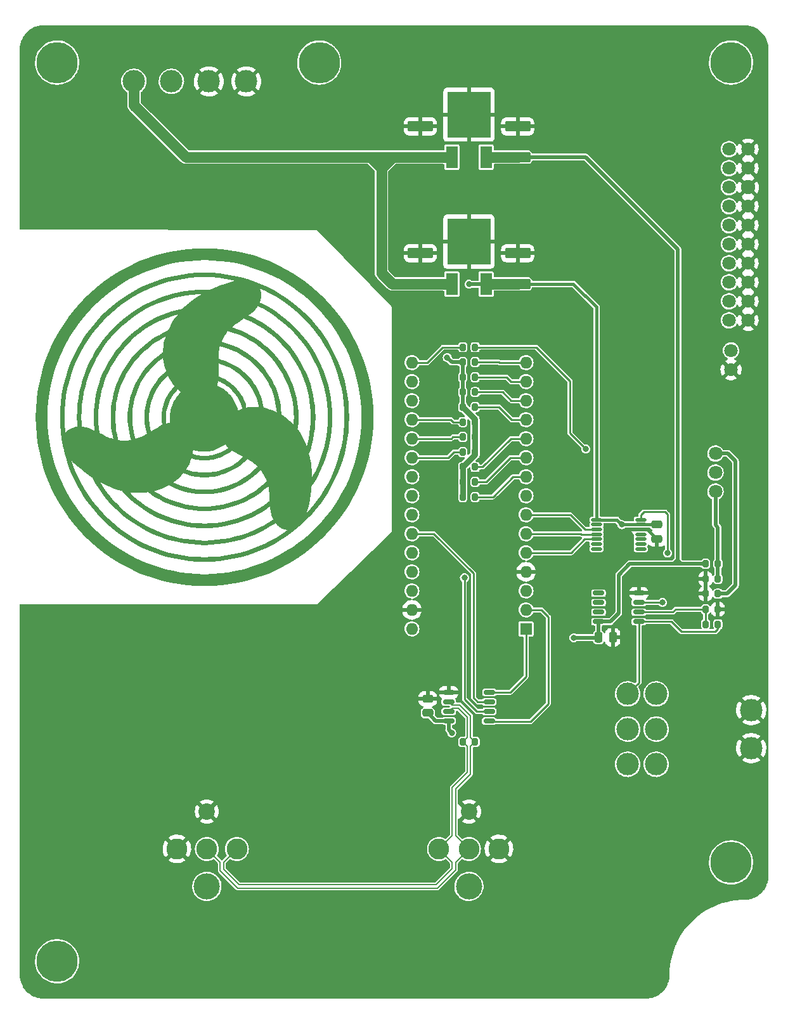
<source format=gbr>
%TF.GenerationSoftware,KiCad,Pcbnew,(6.0.4-0)*%
%TF.CreationDate,2023-05-19T08:40:50+01:00*%
%TF.ProjectId,fan-controller-pcb,66616e2d-636f-46e7-9472-6f6c6c65722d,rev?*%
%TF.SameCoordinates,Original*%
%TF.FileFunction,Copper,L1,Top*%
%TF.FilePolarity,Positive*%
%FSLAX46Y46*%
G04 Gerber Fmt 4.6, Leading zero omitted, Abs format (unit mm)*
G04 Created by KiCad (PCBNEW (6.0.4-0)) date 2023-05-19 08:40:50*
%MOMM*%
%LPD*%
G01*
G04 APERTURE LIST*
G04 Aperture macros list*
%AMRoundRect*
0 Rectangle with rounded corners*
0 $1 Rounding radius*
0 $2 $3 $4 $5 $6 $7 $8 $9 X,Y pos of 4 corners*
0 Add a 4 corners polygon primitive as box body*
4,1,4,$2,$3,$4,$5,$6,$7,$8,$9,$2,$3,0*
0 Add four circle primitives for the rounded corners*
1,1,$1+$1,$2,$3*
1,1,$1+$1,$4,$5*
1,1,$1+$1,$6,$7*
1,1,$1+$1,$8,$9*
0 Add four rect primitives between the rounded corners*
20,1,$1+$1,$2,$3,$4,$5,0*
20,1,$1+$1,$4,$5,$6,$7,0*
20,1,$1+$1,$6,$7,$8,$9,0*
20,1,$1+$1,$8,$9,$2,$3,0*%
G04 Aperture macros list end*
%TA.AperFunction,NonConductor*%
%ADD10C,0.170000*%
%TD*%
%TA.AperFunction,ComponentPad*%
%ADD11C,1.800000*%
%TD*%
%TA.AperFunction,ComponentPad*%
%ADD12C,3.600000*%
%TD*%
%TA.AperFunction,ConnectorPad*%
%ADD13C,5.500000*%
%TD*%
%TA.AperFunction,SMDPad,CuDef*%
%ADD14RoundRect,0.249999X1.450001X-0.450001X1.450001X0.450001X-1.450001X0.450001X-1.450001X-0.450001X0*%
%TD*%
%TA.AperFunction,SMDPad,CuDef*%
%ADD15RoundRect,0.200000X-0.200000X-0.275000X0.200000X-0.275000X0.200000X0.275000X-0.200000X0.275000X0*%
%TD*%
%TA.AperFunction,ComponentPad*%
%ADD16C,3.500000*%
%TD*%
%TA.AperFunction,ComponentPad*%
%ADD17C,2.200000*%
%TD*%
%TA.AperFunction,ComponentPad*%
%ADD18C,2.800000*%
%TD*%
%TA.AperFunction,ComponentPad*%
%ADD19C,3.000000*%
%TD*%
%TA.AperFunction,SMDPad,CuDef*%
%ADD20R,1.600000X3.000000*%
%TD*%
%TA.AperFunction,SMDPad,CuDef*%
%ADD21R,5.800000X6.200000*%
%TD*%
%TA.AperFunction,ComponentPad*%
%ADD22R,1.600000X1.600000*%
%TD*%
%TA.AperFunction,ComponentPad*%
%ADD23O,1.600000X1.600000*%
%TD*%
%TA.AperFunction,SMDPad,CuDef*%
%ADD24RoundRect,0.200000X0.200000X0.275000X-0.200000X0.275000X-0.200000X-0.275000X0.200000X-0.275000X0*%
%TD*%
%TA.AperFunction,SMDPad,CuDef*%
%ADD25RoundRect,0.150000X0.625000X0.150000X-0.625000X0.150000X-0.625000X-0.150000X0.625000X-0.150000X0*%
%TD*%
%TA.AperFunction,SMDPad,CuDef*%
%ADD26RoundRect,0.250000X-0.250000X-0.475000X0.250000X-0.475000X0.250000X0.475000X-0.250000X0.475000X0*%
%TD*%
%TA.AperFunction,SMDPad,CuDef*%
%ADD27RoundRect,0.250000X0.475000X-0.250000X0.475000X0.250000X-0.475000X0.250000X-0.475000X-0.250000X0*%
%TD*%
%TA.AperFunction,SMDPad,CuDef*%
%ADD28RoundRect,0.112500X-0.612500X-0.112500X0.612500X-0.112500X0.612500X0.112500X-0.612500X0.112500X0*%
%TD*%
%TA.AperFunction,SMDPad,CuDef*%
%ADD29RoundRect,0.250000X-0.475000X0.250000X-0.475000X-0.250000X0.475000X-0.250000X0.475000X0.250000X0*%
%TD*%
%TA.AperFunction,ComponentPad*%
%ADD30C,1.900000*%
%TD*%
%TA.AperFunction,ViaPad*%
%ADD31C,0.800000*%
%TD*%
%TA.AperFunction,Conductor*%
%ADD32C,0.450000*%
%TD*%
%TA.AperFunction,Conductor*%
%ADD33C,0.250000*%
%TD*%
%TA.AperFunction,Conductor*%
%ADD34C,0.500000*%
%TD*%
%TA.AperFunction,Conductor*%
%ADD35C,1.400000*%
%TD*%
%TA.AperFunction,Conductor*%
%ADD36C,0.800000*%
%TD*%
%TA.AperFunction,Conductor*%
%ADD37C,0.200000*%
%TD*%
G04 APERTURE END LIST*
D10*
G36*
X85071962Y-69877383D02*
G01*
X85450992Y-69906403D01*
X85824645Y-69954186D01*
X86192444Y-70020253D01*
X86480737Y-70087148D01*
X86484421Y-70177059D01*
X86516766Y-70873337D01*
X86526217Y-71221475D01*
X86525432Y-71569614D01*
X86515310Y-71774281D01*
X86498844Y-71981214D01*
X86496412Y-72002536D01*
X86374502Y-71961112D01*
X86105453Y-71884375D01*
X85831120Y-71820773D01*
X85551858Y-71770669D01*
X85268020Y-71734430D01*
X84979961Y-71712419D01*
X84688035Y-71705001D01*
X84397831Y-71712419D01*
X84111276Y-71734430D01*
X83828737Y-71770669D01*
X83550577Y-71820773D01*
X83277161Y-71884375D01*
X83008855Y-71961112D01*
X82746022Y-72050618D01*
X82489029Y-72152529D01*
X82238239Y-72266481D01*
X81994017Y-72392108D01*
X81756729Y-72529046D01*
X81526739Y-72676930D01*
X81304411Y-72835396D01*
X81090112Y-73004078D01*
X80884204Y-73182613D01*
X80840855Y-73223955D01*
X80775781Y-73154569D01*
X80524782Y-72846250D01*
X80295428Y-72521762D01*
X80087833Y-72182661D01*
X79902110Y-71830505D01*
X79827899Y-71665688D01*
X79925033Y-71581377D01*
X80207701Y-71358763D01*
X80501093Y-71149653D01*
X80804740Y-70954523D01*
X81118174Y-70773853D01*
X81440930Y-70608121D01*
X81772539Y-70457804D01*
X82112534Y-70323380D01*
X82460447Y-70205329D01*
X82815811Y-70104127D01*
X83178158Y-70020253D01*
X83547022Y-69954186D01*
X83921934Y-69906403D01*
X84302428Y-69877383D01*
X84688035Y-69867603D01*
X85071962Y-69877383D01*
G37*
X85071962Y-69877383D02*
X85450992Y-69906403D01*
X85824645Y-69954186D01*
X86192444Y-70020253D01*
X86480737Y-70087148D01*
X86484421Y-70177059D01*
X86516766Y-70873337D01*
X86526217Y-71221475D01*
X86525432Y-71569614D01*
X86515310Y-71774281D01*
X86498844Y-71981214D01*
X86496412Y-72002536D01*
X86374502Y-71961112D01*
X86105453Y-71884375D01*
X85831120Y-71820773D01*
X85551858Y-71770669D01*
X85268020Y-71734430D01*
X84979961Y-71712419D01*
X84688035Y-71705001D01*
X84397831Y-71712419D01*
X84111276Y-71734430D01*
X83828737Y-71770669D01*
X83550577Y-71820773D01*
X83277161Y-71884375D01*
X83008855Y-71961112D01*
X82746022Y-72050618D01*
X82489029Y-72152529D01*
X82238239Y-72266481D01*
X81994017Y-72392108D01*
X81756729Y-72529046D01*
X81526739Y-72676930D01*
X81304411Y-72835396D01*
X81090112Y-73004078D01*
X80884204Y-73182613D01*
X80840855Y-73223955D01*
X80775781Y-73154569D01*
X80524782Y-72846250D01*
X80295428Y-72521762D01*
X80087833Y-72182661D01*
X79902110Y-71830505D01*
X79827899Y-71665688D01*
X79925033Y-71581377D01*
X80207701Y-71358763D01*
X80501093Y-71149653D01*
X80804740Y-70954523D01*
X81118174Y-70773853D01*
X81440930Y-70608121D01*
X81772539Y-70457804D01*
X82112534Y-70323380D01*
X82460447Y-70205329D01*
X82815811Y-70104127D01*
X83178158Y-70020253D01*
X83547022Y-69954186D01*
X83921934Y-69906403D01*
X84302428Y-69877383D01*
X84688035Y-69867603D01*
X85071962Y-69877383D01*
G36*
X67814263Y-79101619D02*
G01*
X67922217Y-79948749D01*
X68071497Y-80782552D01*
X68261036Y-81601949D01*
X68489762Y-82405860D01*
X68756608Y-83193204D01*
X69060503Y-83962901D01*
X69400378Y-84713871D01*
X69727753Y-85352543D01*
X69625784Y-85285966D01*
X69296699Y-85058936D01*
X68973057Y-84823746D01*
X68654858Y-84580850D01*
X68342102Y-84330701D01*
X68034791Y-84073752D01*
X67732924Y-83810457D01*
X67436502Y-83541269D01*
X67227481Y-83343513D01*
X67022754Y-83140976D01*
X66922782Y-83037560D01*
X66824821Y-82932524D01*
X66729184Y-82825726D01*
X66723933Y-82819589D01*
X66151053Y-82016913D01*
X65855061Y-81221391D01*
X65832934Y-80226051D01*
X66054740Y-79653715D01*
X66101746Y-79576576D01*
X66163669Y-79491911D01*
X66229599Y-79411942D01*
X66299353Y-79336605D01*
X66372746Y-79265836D01*
X66449594Y-79199572D01*
X66529713Y-79137749D01*
X66612919Y-79080303D01*
X66699027Y-79027171D01*
X66787854Y-78978289D01*
X66879216Y-78933592D01*
X67068805Y-78856502D01*
X67266322Y-78795391D01*
X67470294Y-78749749D01*
X67679246Y-78719066D01*
X67784468Y-78711026D01*
X67814263Y-79101619D01*
G37*
X67814263Y-79101619D02*
X67922217Y-79948749D01*
X68071497Y-80782552D01*
X68261036Y-81601949D01*
X68489762Y-82405860D01*
X68756608Y-83193204D01*
X69060503Y-83962901D01*
X69400378Y-84713871D01*
X69727753Y-85352543D01*
X69625784Y-85285966D01*
X69296699Y-85058936D01*
X68973057Y-84823746D01*
X68654858Y-84580850D01*
X68342102Y-84330701D01*
X68034791Y-84073752D01*
X67732924Y-83810457D01*
X67436502Y-83541269D01*
X67227481Y-83343513D01*
X67022754Y-83140976D01*
X66922782Y-83037560D01*
X66824821Y-82932524D01*
X66729184Y-82825726D01*
X66723933Y-82819589D01*
X66151053Y-82016913D01*
X65855061Y-81221391D01*
X65832934Y-80226051D01*
X66054740Y-79653715D01*
X66101746Y-79576576D01*
X66163669Y-79491911D01*
X66229599Y-79411942D01*
X66299353Y-79336605D01*
X66372746Y-79265836D01*
X66449594Y-79199572D01*
X66529713Y-79137749D01*
X66612919Y-79080303D01*
X66699027Y-79027171D01*
X66787854Y-78978289D01*
X66879216Y-78933592D01*
X67068805Y-78856502D01*
X67266322Y-78795391D01*
X67470294Y-78749749D01*
X67679246Y-78719066D01*
X67784468Y-78711026D01*
X67814263Y-79101619D01*
G36*
X81734597Y-63019851D02*
G01*
X81463360Y-63316147D01*
X81321618Y-63483630D01*
X81124706Y-63529179D01*
X80447812Y-63721787D01*
X79784949Y-63946486D01*
X79137020Y-64202373D01*
X78504928Y-64488546D01*
X77889576Y-64804102D01*
X77291867Y-65148137D01*
X76712704Y-65519748D01*
X76152991Y-65918033D01*
X75613629Y-66342088D01*
X75095523Y-66791011D01*
X74599575Y-67263898D01*
X74126689Y-67759846D01*
X73677766Y-68277952D01*
X73253711Y-68817314D01*
X72855426Y-69377027D01*
X72483815Y-69956190D01*
X72139780Y-70553899D01*
X71824225Y-71169251D01*
X71538052Y-71801343D01*
X71282164Y-72449272D01*
X71057465Y-73112136D01*
X70864858Y-73789030D01*
X70705245Y-74479052D01*
X70579530Y-75181299D01*
X70488615Y-75894868D01*
X70433404Y-76618856D01*
X70414800Y-77352359D01*
X70433404Y-78085864D01*
X70488615Y-78809853D01*
X70578355Y-79514203D01*
X70311520Y-79377013D01*
X70099460Y-79273616D01*
X70046219Y-78856284D01*
X69989178Y-78109261D01*
X69969955Y-77352359D01*
X69989122Y-76597160D01*
X70046004Y-75851625D01*
X70139674Y-75116693D01*
X70269203Y-74393302D01*
X70433663Y-73682391D01*
X70632128Y-72984899D01*
X70863668Y-72301764D01*
X71127357Y-71633923D01*
X71422266Y-70982317D01*
X71747468Y-70347882D01*
X72102035Y-69731558D01*
X72485038Y-69134283D01*
X72895551Y-68556996D01*
X73332645Y-68000634D01*
X73795393Y-67466137D01*
X74282866Y-66954442D01*
X74794137Y-66466489D01*
X75328278Y-66003215D01*
X75884362Y-65565560D01*
X76461460Y-65154461D01*
X77058644Y-64770857D01*
X77674988Y-64415687D01*
X78309562Y-64089888D01*
X78961440Y-63794400D01*
X79629692Y-63530160D01*
X80313393Y-63298108D01*
X81011613Y-63099181D01*
X81723425Y-62934319D01*
X81839777Y-62913463D01*
X81734597Y-63019851D01*
G37*
X81734597Y-63019851D02*
X81463360Y-63316147D01*
X81321618Y-63483630D01*
X81124706Y-63529179D01*
X80447812Y-63721787D01*
X79784949Y-63946486D01*
X79137020Y-64202373D01*
X78504928Y-64488546D01*
X77889576Y-64804102D01*
X77291867Y-65148137D01*
X76712704Y-65519748D01*
X76152991Y-65918033D01*
X75613629Y-66342088D01*
X75095523Y-66791011D01*
X74599575Y-67263898D01*
X74126689Y-67759846D01*
X73677766Y-68277952D01*
X73253711Y-68817314D01*
X72855426Y-69377027D01*
X72483815Y-69956190D01*
X72139780Y-70553899D01*
X71824225Y-71169251D01*
X71538052Y-71801343D01*
X71282164Y-72449272D01*
X71057465Y-73112136D01*
X70864858Y-73789030D01*
X70705245Y-74479052D01*
X70579530Y-75181299D01*
X70488615Y-75894868D01*
X70433404Y-76618856D01*
X70414800Y-77352359D01*
X70433404Y-78085864D01*
X70488615Y-78809853D01*
X70578355Y-79514203D01*
X70311520Y-79377013D01*
X70099460Y-79273616D01*
X70046219Y-78856284D01*
X69989178Y-78109261D01*
X69969955Y-77352359D01*
X69989122Y-76597160D01*
X70046004Y-75851625D01*
X70139674Y-75116693D01*
X70269203Y-74393302D01*
X70433663Y-73682391D01*
X70632128Y-72984899D01*
X70863668Y-72301764D01*
X71127357Y-71633923D01*
X71422266Y-70982317D01*
X71747468Y-70347882D01*
X72102035Y-69731558D01*
X72485038Y-69134283D01*
X72895551Y-68556996D01*
X73332645Y-68000634D01*
X73795393Y-67466137D01*
X74282866Y-66954442D01*
X74794137Y-66466489D01*
X75328278Y-66003215D01*
X75884362Y-65565560D01*
X76461460Y-65154461D01*
X77058644Y-64770857D01*
X77674988Y-64415687D01*
X78309562Y-64089888D01*
X78961440Y-63794400D01*
X79629692Y-63530160D01*
X80313393Y-63298108D01*
X81011613Y-63099181D01*
X81723425Y-62934319D01*
X81839777Y-62913463D01*
X81734597Y-63019851D01*
G36*
X85443256Y-62653445D02*
G01*
X86188811Y-62710327D01*
X86923761Y-62803996D01*
X87647169Y-62933525D01*
X88358096Y-63097986D01*
X89055603Y-63296450D01*
X89738752Y-63527991D01*
X90583007Y-63660958D01*
X89714292Y-64239583D01*
X89361054Y-64465481D01*
X89011670Y-64697724D01*
X88839910Y-64818209D01*
X88670898Y-64942660D01*
X88505229Y-65071871D01*
X88343498Y-65206635D01*
X88152018Y-65381533D01*
X88144436Y-65389153D01*
X87796545Y-65290101D01*
X87194543Y-65150755D01*
X86581901Y-65040999D01*
X85959409Y-64961625D01*
X85327858Y-64913421D01*
X84688035Y-64897178D01*
X84048233Y-64913421D01*
X83416701Y-64961625D01*
X82794228Y-65040999D01*
X82181603Y-65150755D01*
X81579617Y-65290101D01*
X80989058Y-65458249D01*
X80410718Y-65654409D01*
X79845385Y-65877791D01*
X79836027Y-65882029D01*
X79934370Y-65652747D01*
X80108033Y-65294192D01*
X80297845Y-64943086D01*
X80503070Y-64599910D01*
X80722971Y-64265146D01*
X80956810Y-63939276D01*
X81203852Y-63622782D01*
X82016827Y-62734378D01*
X82447901Y-62804458D01*
X83184113Y-62710539D01*
X83931134Y-62653500D01*
X84688035Y-62634278D01*
X85443256Y-62653445D01*
G37*
X85443256Y-62653445D02*
X86188811Y-62710327D01*
X86923761Y-62803996D01*
X87647169Y-62933525D01*
X88358096Y-63097986D01*
X89055603Y-63296450D01*
X89738752Y-63527991D01*
X90583007Y-63660958D01*
X89714292Y-64239583D01*
X89361054Y-64465481D01*
X89011670Y-64697724D01*
X88839910Y-64818209D01*
X88670898Y-64942660D01*
X88505229Y-65071871D01*
X88343498Y-65206635D01*
X88152018Y-65381533D01*
X88144436Y-65389153D01*
X87796545Y-65290101D01*
X87194543Y-65150755D01*
X86581901Y-65040999D01*
X85959409Y-64961625D01*
X85327858Y-64913421D01*
X84688035Y-64897178D01*
X84048233Y-64913421D01*
X83416701Y-64961625D01*
X82794228Y-65040999D01*
X82181603Y-65150755D01*
X81579617Y-65290101D01*
X80989058Y-65458249D01*
X80410718Y-65654409D01*
X79845385Y-65877791D01*
X79836027Y-65882029D01*
X79934370Y-65652747D01*
X80108033Y-65294192D01*
X80297845Y-64943086D01*
X80503070Y-64599910D01*
X80722971Y-64265146D01*
X80956810Y-63939276D01*
X81203852Y-63622782D01*
X82016827Y-62734378D01*
X82447901Y-62804458D01*
X83184113Y-62710539D01*
X83931134Y-62653500D01*
X84688035Y-62634278D01*
X85443256Y-62653445D01*
G36*
X69960311Y-85504383D02*
G01*
X70300282Y-85713735D01*
X70470848Y-85812413D01*
X70546852Y-85944553D01*
X70977100Y-86615494D01*
X71438258Y-87263855D01*
X71929283Y-87888596D01*
X72449135Y-88488674D01*
X72996771Y-89063050D01*
X73571151Y-89610680D01*
X74171234Y-90130526D01*
X74795978Y-90621544D01*
X75444342Y-91082695D01*
X76115284Y-91512937D01*
X76807763Y-91911229D01*
X77520739Y-92276529D01*
X78253170Y-92607798D01*
X79004014Y-92903992D01*
X79772230Y-93164072D01*
X80556778Y-93386996D01*
X81356615Y-93571723D01*
X82170700Y-93717212D01*
X82997993Y-93822422D01*
X83837452Y-93886312D01*
X84688035Y-93907839D01*
X85536938Y-93886312D01*
X86374930Y-93822422D01*
X87200961Y-93717212D01*
X88013978Y-93571723D01*
X88812930Y-93386996D01*
X89596764Y-93164072D01*
X90364430Y-92903992D01*
X91114874Y-92607798D01*
X91847045Y-92276529D01*
X92559892Y-91911229D01*
X93252361Y-91512937D01*
X93923403Y-91082695D01*
X93982364Y-91040772D01*
X94083460Y-91212810D01*
X94203495Y-91389475D01*
X94208154Y-91395397D01*
X94160027Y-91429664D01*
X93471708Y-91871665D01*
X92761422Y-92280897D01*
X92030250Y-92656281D01*
X91279272Y-92996736D01*
X90509567Y-93301183D01*
X89722216Y-93568541D01*
X88918299Y-93797731D01*
X88098897Y-93987672D01*
X87265089Y-94137284D01*
X86417956Y-94245487D01*
X85558578Y-94311201D01*
X84688035Y-94333345D01*
X83815812Y-94311201D01*
X82954969Y-94245487D01*
X82106577Y-94137284D01*
X81271705Y-93987672D01*
X80451423Y-93797731D01*
X79646799Y-93568541D01*
X78858904Y-93301183D01*
X78088806Y-92996736D01*
X77337577Y-92656281D01*
X76606284Y-92280897D01*
X75895998Y-91871665D01*
X75207787Y-91429664D01*
X74542723Y-90955976D01*
X73901873Y-90451680D01*
X73286308Y-89917856D01*
X72697098Y-89355584D01*
X72135311Y-88765944D01*
X71602017Y-88150017D01*
X71098286Y-87508882D01*
X70625187Y-86843620D01*
X70183789Y-86155311D01*
X69775163Y-85445035D01*
X69727753Y-85352543D01*
X69960311Y-85504383D01*
G37*
X69960311Y-85504383D02*
X70300282Y-85713735D01*
X70470848Y-85812413D01*
X70546852Y-85944553D01*
X70977100Y-86615494D01*
X71438258Y-87263855D01*
X71929283Y-87888596D01*
X72449135Y-88488674D01*
X72996771Y-89063050D01*
X73571151Y-89610680D01*
X74171234Y-90130526D01*
X74795978Y-90621544D01*
X75444342Y-91082695D01*
X76115284Y-91512937D01*
X76807763Y-91911229D01*
X77520739Y-92276529D01*
X78253170Y-92607798D01*
X79004014Y-92903992D01*
X79772230Y-93164072D01*
X80556778Y-93386996D01*
X81356615Y-93571723D01*
X82170700Y-93717212D01*
X82997993Y-93822422D01*
X83837452Y-93886312D01*
X84688035Y-93907839D01*
X85536938Y-93886312D01*
X86374930Y-93822422D01*
X87200961Y-93717212D01*
X88013978Y-93571723D01*
X88812930Y-93386996D01*
X89596764Y-93164072D01*
X90364430Y-92903992D01*
X91114874Y-92607798D01*
X91847045Y-92276529D01*
X92559892Y-91911229D01*
X93252361Y-91512937D01*
X93923403Y-91082695D01*
X93982364Y-91040772D01*
X94083460Y-91212810D01*
X94203495Y-91389475D01*
X94208154Y-91395397D01*
X94160027Y-91429664D01*
X93471708Y-91871665D01*
X92761422Y-92280897D01*
X92030250Y-92656281D01*
X91279272Y-92996736D01*
X90509567Y-93301183D01*
X89722216Y-93568541D01*
X88918299Y-93797731D01*
X88098897Y-93987672D01*
X87265089Y-94137284D01*
X86417956Y-94245487D01*
X85558578Y-94311201D01*
X84688035Y-94333345D01*
X83815812Y-94311201D01*
X82954969Y-94245487D01*
X82106577Y-94137284D01*
X81271705Y-93987672D01*
X80451423Y-93797731D01*
X79646799Y-93568541D01*
X78858904Y-93301183D01*
X78088806Y-92996736D01*
X77337577Y-92656281D01*
X76606284Y-92280897D01*
X75895998Y-91871665D01*
X75207787Y-91429664D01*
X74542723Y-90955976D01*
X73901873Y-90451680D01*
X73286308Y-89917856D01*
X72697098Y-89355584D01*
X72135311Y-88765944D01*
X71602017Y-88150017D01*
X71098286Y-87508882D01*
X70625187Y-86843620D01*
X70183789Y-86155311D01*
X69775163Y-85445035D01*
X69727753Y-85352543D01*
X69960311Y-85504383D01*
G36*
X91829098Y-76086620D02*
G01*
X92067507Y-76110440D01*
X92086435Y-76215808D01*
X92134218Y-76589443D01*
X92163238Y-76968453D01*
X92173018Y-77352359D01*
X92163293Y-77736286D01*
X92134430Y-78115315D01*
X92086897Y-78488968D01*
X92021161Y-78856768D01*
X91937689Y-79218234D01*
X91836949Y-79572891D01*
X91719408Y-79920260D01*
X91585534Y-80259862D01*
X91435794Y-80591219D01*
X91270657Y-80913854D01*
X91090588Y-81227289D01*
X90896056Y-81531044D01*
X90687529Y-81824643D01*
X90465473Y-82107607D01*
X90230356Y-82379457D01*
X89997501Y-82624109D01*
X89934293Y-82591196D01*
X89317192Y-82275435D01*
X89011588Y-82110900D01*
X88860514Y-82025085D01*
X88710970Y-81936187D01*
X88620781Y-81880888D01*
X88531612Y-81823805D01*
X88443576Y-81764965D01*
X88356787Y-81704396D01*
X88340377Y-81692435D01*
X88492060Y-81560913D01*
X88689216Y-81372880D01*
X88877249Y-81175724D01*
X89055794Y-80969811D01*
X89224487Y-80755504D01*
X89382963Y-80533169D01*
X89530857Y-80303170D01*
X89667805Y-80065872D01*
X89793441Y-79821640D01*
X89907401Y-79570838D01*
X90009320Y-79313832D01*
X90098833Y-79050986D01*
X90175576Y-78782665D01*
X90239183Y-78509234D01*
X90289291Y-78231057D01*
X90325534Y-77948499D01*
X90347547Y-77661926D01*
X90354965Y-77371701D01*
X90347602Y-77081476D01*
X90325746Y-76794905D01*
X90289753Y-76512350D01*
X90239977Y-76234177D01*
X90228639Y-76185130D01*
X90251604Y-76179835D01*
X90642579Y-76117651D01*
X91036727Y-76081783D01*
X91432687Y-76071637D01*
X91829098Y-76086620D01*
G37*
X91829098Y-76086620D02*
X92067507Y-76110440D01*
X92086435Y-76215808D01*
X92134218Y-76589443D01*
X92163238Y-76968453D01*
X92173018Y-77352359D01*
X92163293Y-77736286D01*
X92134430Y-78115315D01*
X92086897Y-78488968D01*
X92021161Y-78856768D01*
X91937689Y-79218234D01*
X91836949Y-79572891D01*
X91719408Y-79920260D01*
X91585534Y-80259862D01*
X91435794Y-80591219D01*
X91270657Y-80913854D01*
X91090588Y-81227289D01*
X90896056Y-81531044D01*
X90687529Y-81824643D01*
X90465473Y-82107607D01*
X90230356Y-82379457D01*
X89997501Y-82624109D01*
X89934293Y-82591196D01*
X89317192Y-82275435D01*
X89011588Y-82110900D01*
X88860514Y-82025085D01*
X88710970Y-81936187D01*
X88620781Y-81880888D01*
X88531612Y-81823805D01*
X88443576Y-81764965D01*
X88356787Y-81704396D01*
X88340377Y-81692435D01*
X88492060Y-81560913D01*
X88689216Y-81372880D01*
X88877249Y-81175724D01*
X89055794Y-80969811D01*
X89224487Y-80755504D01*
X89382963Y-80533169D01*
X89530857Y-80303170D01*
X89667805Y-80065872D01*
X89793441Y-79821640D01*
X89907401Y-79570838D01*
X90009320Y-79313832D01*
X90098833Y-79050986D01*
X90175576Y-78782665D01*
X90239183Y-78509234D01*
X90289291Y-78231057D01*
X90325534Y-77948499D01*
X90347547Y-77661926D01*
X90354965Y-77371701D01*
X90347602Y-77081476D01*
X90325746Y-76794905D01*
X90289753Y-76512350D01*
X90239977Y-76234177D01*
X90228639Y-76185130D01*
X90251604Y-76179835D01*
X90642579Y-76117651D01*
X91036727Y-76081783D01*
X91432687Y-76071637D01*
X91829098Y-76086620D01*
G36*
X88387118Y-65458249D02*
G01*
X88965472Y-65654409D01*
X89530818Y-65877791D01*
X90082365Y-66127605D01*
X90619325Y-66403062D01*
X91140907Y-66703372D01*
X91646322Y-67027745D01*
X92134780Y-67375392D01*
X92605492Y-67745522D01*
X93057667Y-68137347D01*
X93490517Y-68550077D01*
X93903251Y-68982921D01*
X94295080Y-69435090D01*
X94665214Y-69905795D01*
X95012864Y-70394245D01*
X95337240Y-70899651D01*
X95637552Y-71421224D01*
X95913011Y-71958173D01*
X96162826Y-72509709D01*
X96386209Y-73075042D01*
X96582370Y-73653382D01*
X96750518Y-74243941D01*
X96889865Y-74845927D01*
X96999620Y-75458552D01*
X97078995Y-76081025D01*
X97127198Y-76712558D01*
X97143442Y-77352359D01*
X97127198Y-77992181D01*
X97078995Y-78623733D01*
X97027342Y-79028817D01*
X96922181Y-78887699D01*
X96669892Y-78580512D01*
X96638768Y-78546142D01*
X96682922Y-77968764D01*
X96698604Y-77352359D01*
X96682922Y-76735955D01*
X96636388Y-76127453D01*
X96559765Y-75527620D01*
X96453819Y-74937221D01*
X96319315Y-74357019D01*
X96157018Y-73787781D01*
X95967693Y-73230271D01*
X95752104Y-72685254D01*
X95511018Y-72153495D01*
X95245198Y-71635760D01*
X94955410Y-71132812D01*
X94642420Y-70645418D01*
X94306990Y-70174343D01*
X93949888Y-69720350D01*
X93571878Y-69284205D01*
X93173724Y-68866674D01*
X92756193Y-68468521D01*
X92320048Y-68090511D01*
X91866055Y-67733409D01*
X91394978Y-67397980D01*
X90907584Y-67084990D01*
X90404636Y-66795202D01*
X89886901Y-66529383D01*
X89355142Y-66288297D01*
X88810125Y-66072709D01*
X88252614Y-65883384D01*
X87798456Y-65753897D01*
X87969406Y-65565040D01*
X88144436Y-65389153D01*
X88387118Y-65458249D01*
G37*
X88387118Y-65458249D02*
X88965472Y-65654409D01*
X89530818Y-65877791D01*
X90082365Y-66127605D01*
X90619325Y-66403062D01*
X91140907Y-66703372D01*
X91646322Y-67027745D01*
X92134780Y-67375392D01*
X92605492Y-67745522D01*
X93057667Y-68137347D01*
X93490517Y-68550077D01*
X93903251Y-68982921D01*
X94295080Y-69435090D01*
X94665214Y-69905795D01*
X95012864Y-70394245D01*
X95337240Y-70899651D01*
X95637552Y-71421224D01*
X95913011Y-71958173D01*
X96162826Y-72509709D01*
X96386209Y-73075042D01*
X96582370Y-73653382D01*
X96750518Y-74243941D01*
X96889865Y-74845927D01*
X96999620Y-75458552D01*
X97078995Y-76081025D01*
X97127198Y-76712558D01*
X97143442Y-77352359D01*
X97127198Y-77992181D01*
X97078995Y-78623733D01*
X97027342Y-79028817D01*
X96922181Y-78887699D01*
X96669892Y-78580512D01*
X96638768Y-78546142D01*
X96682922Y-77968764D01*
X96698604Y-77352359D01*
X96682922Y-76735955D01*
X96636388Y-76127453D01*
X96559765Y-75527620D01*
X96453819Y-74937221D01*
X96319315Y-74357019D01*
X96157018Y-73787781D01*
X95967693Y-73230271D01*
X95752104Y-72685254D01*
X95511018Y-72153495D01*
X95245198Y-71635760D01*
X94955410Y-71132812D01*
X94642420Y-70645418D01*
X94306990Y-70174343D01*
X93949888Y-69720350D01*
X93571878Y-69284205D01*
X93173724Y-68866674D01*
X92756193Y-68468521D01*
X92320048Y-68090511D01*
X91866055Y-67733409D01*
X91394978Y-67397980D01*
X90907584Y-67084990D01*
X90404636Y-66795202D01*
X89886901Y-66529383D01*
X89355142Y-66288297D01*
X88810125Y-66072709D01*
X88252614Y-65883384D01*
X87798456Y-65753897D01*
X87969406Y-65565040D01*
X88144436Y-65389153D01*
X88387118Y-65458249D01*
G36*
X68321257Y-78711672D02*
G01*
X68535401Y-78735726D01*
X68747160Y-78772189D01*
X68955061Y-78820551D01*
X69157630Y-78880303D01*
X69355564Y-78949276D01*
X69550722Y-79025021D01*
X69743500Y-79106602D01*
X69934294Y-79193084D01*
X70099460Y-79273616D01*
X70140141Y-79592499D01*
X70270005Y-80316979D01*
X70434872Y-81028796D01*
X70633805Y-81727022D01*
X70865863Y-82410730D01*
X71130109Y-83078990D01*
X71425604Y-83730876D01*
X71751409Y-84365459D01*
X72106587Y-84981812D01*
X72490198Y-85579006D01*
X72901304Y-86156114D01*
X73338966Y-86712208D01*
X73697878Y-87126027D01*
X73603831Y-87105194D01*
X73215795Y-87003469D01*
X72832428Y-86887266D01*
X72454371Y-86754070D01*
X72081754Y-86608634D01*
X71714578Y-86451413D01*
X71352842Y-86282859D01*
X70996547Y-86103426D01*
X70645693Y-85913567D01*
X69625784Y-85285966D01*
X69296699Y-85058936D01*
X69400378Y-84713871D01*
X69060503Y-83962901D01*
X68756608Y-83193204D01*
X68489762Y-82405860D01*
X68261036Y-81601949D01*
X68071497Y-80782552D01*
X67922217Y-79948749D01*
X67814263Y-79101619D01*
X67784468Y-78711026D01*
X68321257Y-78711672D01*
G37*
X68321257Y-78711672D02*
X68535401Y-78735726D01*
X68747160Y-78772189D01*
X68955061Y-78820551D01*
X69157630Y-78880303D01*
X69355564Y-78949276D01*
X69550722Y-79025021D01*
X69743500Y-79106602D01*
X69934294Y-79193084D01*
X70099460Y-79273616D01*
X70140141Y-79592499D01*
X70270005Y-80316979D01*
X70434872Y-81028796D01*
X70633805Y-81727022D01*
X70865863Y-82410730D01*
X71130109Y-83078990D01*
X71425604Y-83730876D01*
X71751409Y-84365459D01*
X72106587Y-84981812D01*
X72490198Y-85579006D01*
X72901304Y-86156114D01*
X73338966Y-86712208D01*
X73697878Y-87126027D01*
X73603831Y-87105194D01*
X73215795Y-87003469D01*
X72832428Y-86887266D01*
X72454371Y-86754070D01*
X72081754Y-86608634D01*
X71714578Y-86451413D01*
X71352842Y-86282859D01*
X70996547Y-86103426D01*
X70645693Y-85913567D01*
X69625784Y-85285966D01*
X69296699Y-85058936D01*
X69400378Y-84713871D01*
X69060503Y-83962901D01*
X68756608Y-83193204D01*
X68489762Y-82405860D01*
X68261036Y-81601949D01*
X68071497Y-80782552D01*
X67922217Y-79948749D01*
X67814263Y-79101619D01*
X67784468Y-78711026D01*
X68321257Y-78711672D01*
G36*
X62330612Y-75056944D02*
G01*
X62473719Y-73933186D01*
X62671608Y-72827289D01*
X62922858Y-71740671D01*
X63226049Y-70674754D01*
X63579761Y-69630958D01*
X63982574Y-68610701D01*
X64433068Y-67615405D01*
X64929822Y-66646489D01*
X65471417Y-65705373D01*
X66056433Y-64793478D01*
X66683448Y-63912223D01*
X67351044Y-63063028D01*
X68057800Y-62247314D01*
X68802295Y-61466500D01*
X69583111Y-60722007D01*
X70398826Y-60015254D01*
X71248021Y-59347662D01*
X72129275Y-58720650D01*
X73041168Y-58135639D01*
X73982281Y-57594049D01*
X74951193Y-57097298D01*
X75946483Y-56646809D01*
X76966733Y-56244000D01*
X78010521Y-55890292D01*
X79076427Y-55587105D01*
X80163033Y-55335858D01*
X81268916Y-55137972D01*
X82392658Y-54994866D01*
X83532837Y-54907962D01*
X84688035Y-54878678D01*
X85843253Y-54907962D01*
X86983452Y-54994866D01*
X88107211Y-55137972D01*
X89213112Y-55335858D01*
X90299732Y-55587105D01*
X91365653Y-55890292D01*
X92409455Y-56244000D01*
X93429717Y-56646809D01*
X94425019Y-57097298D01*
X95393941Y-57594049D01*
X96335063Y-58135639D01*
X97246965Y-58720650D01*
X98128227Y-59347662D01*
X98977429Y-60015254D01*
X99793151Y-60722007D01*
X100573972Y-61466500D01*
X101318473Y-62247314D01*
X102025233Y-63063028D01*
X102692833Y-63912223D01*
X103319852Y-64793478D01*
X103904870Y-65705373D01*
X104446467Y-66646489D01*
X104943224Y-67615405D01*
X105393719Y-68610701D01*
X105796533Y-69630958D01*
X106150246Y-70674754D01*
X106453438Y-71740671D01*
X106704688Y-72827289D01*
X106902577Y-73933186D01*
X107045685Y-75056944D01*
X107132591Y-76197141D01*
X107161875Y-77352359D01*
X107132536Y-78507578D01*
X107045472Y-79647777D01*
X106902115Y-80771536D01*
X106703895Y-81877437D01*
X106452243Y-82964058D01*
X106148589Y-84029979D01*
X105794364Y-85073780D01*
X105390999Y-86094042D01*
X104939925Y-87089344D01*
X104442572Y-88058267D01*
X103900371Y-88999389D01*
X103314753Y-89911291D01*
X102687148Y-90792553D01*
X102018987Y-91641755D01*
X101311701Y-92457476D01*
X100566720Y-93238298D01*
X99785476Y-93982798D01*
X98969398Y-94689558D01*
X98119919Y-95357158D01*
X97238467Y-95984177D01*
X96326475Y-96569195D01*
X95385372Y-97110792D01*
X94416590Y-97607548D01*
X93421558Y-98058044D01*
X92401709Y-98460858D01*
X91358472Y-98814571D01*
X90293279Y-99117762D01*
X89207559Y-99369013D01*
X88102745Y-99566902D01*
X86980265Y-99710009D01*
X85841552Y-99796915D01*
X84688035Y-99826199D01*
X83532837Y-99796915D01*
X82392658Y-99710009D01*
X81268916Y-99566902D01*
X80163033Y-99369013D01*
X79076427Y-99117762D01*
X78010521Y-98814571D01*
X76966733Y-98460858D01*
X75946483Y-98058044D01*
X74951193Y-97607548D01*
X73982281Y-97110792D01*
X73041168Y-96569195D01*
X72129275Y-95984177D01*
X71248021Y-95357158D01*
X70398826Y-94689558D01*
X69583111Y-93982798D01*
X68802295Y-93238298D01*
X68057800Y-92457476D01*
X67351044Y-91641755D01*
X66683448Y-90792553D01*
X66056433Y-89911291D01*
X65471417Y-88999389D01*
X64929822Y-88058267D01*
X64433068Y-87089344D01*
X63982574Y-86094042D01*
X63579761Y-85073780D01*
X63226049Y-84029979D01*
X62922858Y-82964058D01*
X62671608Y-81877437D01*
X62473719Y-80771536D01*
X62330612Y-79647777D01*
X62243706Y-78507578D01*
X62214422Y-77352359D01*
X63645658Y-77352359D01*
X63673087Y-78433704D01*
X63754487Y-79501024D01*
X63888525Y-80552988D01*
X64073870Y-81588266D01*
X64309192Y-82605524D01*
X64593157Y-83603433D01*
X64924434Y-84580659D01*
X65301693Y-85535872D01*
X65723600Y-86467740D01*
X66188826Y-87374932D01*
X66696037Y-88256115D01*
X67243903Y-89109959D01*
X67831092Y-89935132D01*
X68456273Y-90730302D01*
X69118113Y-91494138D01*
X69815281Y-92225308D01*
X70546446Y-92922481D01*
X71310276Y-93584326D01*
X72105440Y-94209509D01*
X72930605Y-94796701D01*
X73784440Y-95344570D01*
X74665615Y-95851784D01*
X75572796Y-96317011D01*
X76504653Y-96738920D01*
X77459853Y-97116179D01*
X78437066Y-97447457D01*
X79434960Y-97731423D01*
X80452203Y-97966744D01*
X81487464Y-98152090D01*
X82539410Y-98286128D01*
X83606711Y-98367527D01*
X84688035Y-98394956D01*
X85769379Y-98367527D01*
X86836700Y-98286128D01*
X87888664Y-98152090D01*
X88923942Y-97966744D01*
X89941201Y-97731423D01*
X90939109Y-97447457D01*
X91916336Y-97116179D01*
X92871549Y-96738920D01*
X93803417Y-96317011D01*
X94710609Y-95851784D01*
X95591793Y-95344570D01*
X96445637Y-94796701D01*
X97270810Y-94209509D01*
X98065981Y-93584326D01*
X98829817Y-92922481D01*
X99560987Y-92225308D01*
X100258161Y-91494138D01*
X100920005Y-90730302D01*
X101545189Y-89935132D01*
X102132382Y-89109959D01*
X102680250Y-88256115D01*
X103187464Y-87374932D01*
X103652692Y-86467740D01*
X104074601Y-85535872D01*
X104451860Y-84580659D01*
X104783139Y-83603433D01*
X105067105Y-82605524D01*
X105302426Y-81588266D01*
X105487772Y-80552988D01*
X105621810Y-79501024D01*
X105703210Y-78433704D01*
X105730639Y-77352359D01*
X105703210Y-76271015D01*
X105621810Y-75203697D01*
X105487772Y-74151734D01*
X105302426Y-73116459D01*
X105067105Y-72099204D01*
X104783139Y-71101299D01*
X104451860Y-70124077D01*
X104074601Y-69168868D01*
X103652692Y-68237005D01*
X103187464Y-67329819D01*
X102680250Y-66448640D01*
X102132382Y-65594802D01*
X101545189Y-64769635D01*
X100920005Y-63974471D01*
X100258161Y-63210640D01*
X99560987Y-62479476D01*
X98829817Y-61782309D01*
X98065981Y-61120471D01*
X97270810Y-60495293D01*
X96445637Y-59908107D01*
X95591793Y-59360244D01*
X94710609Y-58853035D01*
X93803417Y-58387813D01*
X92871549Y-57965909D01*
X91916336Y-57588654D01*
X90939109Y-57257379D01*
X89941201Y-56973417D01*
X88923942Y-56738099D01*
X87888664Y-56552755D01*
X86836700Y-56418719D01*
X85769379Y-56337320D01*
X84688035Y-56309892D01*
X83606711Y-56337320D01*
X82539410Y-56418719D01*
X81487464Y-56552755D01*
X80452203Y-56738099D01*
X79434960Y-56973417D01*
X78437066Y-57257379D01*
X77459853Y-57588654D01*
X76504653Y-57965909D01*
X75572796Y-58387813D01*
X74665615Y-58853035D01*
X73784440Y-59360244D01*
X72930605Y-59908107D01*
X72105440Y-60495293D01*
X71310276Y-61120471D01*
X70546446Y-61782309D01*
X69815281Y-62479476D01*
X69118113Y-63210640D01*
X68456273Y-63974471D01*
X67831092Y-64769635D01*
X67243903Y-65594802D01*
X66696037Y-66448640D01*
X66188826Y-67329819D01*
X65723600Y-68237005D01*
X65301693Y-69168868D01*
X64924434Y-70124077D01*
X64593157Y-71101299D01*
X64309192Y-72099204D01*
X64073870Y-73116459D01*
X63888525Y-74151734D01*
X63754487Y-75203697D01*
X63673087Y-76271015D01*
X63645658Y-77352359D01*
X62214422Y-77352359D01*
X62243706Y-76197141D01*
X62330612Y-75056944D01*
G37*
X62330612Y-75056944D02*
X62473719Y-73933186D01*
X62671608Y-72827289D01*
X62922858Y-71740671D01*
X63226049Y-70674754D01*
X63579761Y-69630958D01*
X63982574Y-68610701D01*
X64433068Y-67615405D01*
X64929822Y-66646489D01*
X65471417Y-65705373D01*
X66056433Y-64793478D01*
X66683448Y-63912223D01*
X67351044Y-63063028D01*
X68057800Y-62247314D01*
X68802295Y-61466500D01*
X69583111Y-60722007D01*
X70398826Y-60015254D01*
X71248021Y-59347662D01*
X72129275Y-58720650D01*
X73041168Y-58135639D01*
X73982281Y-57594049D01*
X74951193Y-57097298D01*
X75946483Y-56646809D01*
X76966733Y-56244000D01*
X78010521Y-55890292D01*
X79076427Y-55587105D01*
X80163033Y-55335858D01*
X81268916Y-55137972D01*
X82392658Y-54994866D01*
X83532837Y-54907962D01*
X84688035Y-54878678D01*
X85843253Y-54907962D01*
X86983452Y-54994866D01*
X88107211Y-55137972D01*
X89213112Y-55335858D01*
X90299732Y-55587105D01*
X91365653Y-55890292D01*
X92409455Y-56244000D01*
X93429717Y-56646809D01*
X94425019Y-57097298D01*
X95393941Y-57594049D01*
X96335063Y-58135639D01*
X97246965Y-58720650D01*
X98128227Y-59347662D01*
X98977429Y-60015254D01*
X99793151Y-60722007D01*
X100573972Y-61466500D01*
X101318473Y-62247314D01*
X102025233Y-63063028D01*
X102692833Y-63912223D01*
X103319852Y-64793478D01*
X103904870Y-65705373D01*
X104446467Y-66646489D01*
X104943224Y-67615405D01*
X105393719Y-68610701D01*
X105796533Y-69630958D01*
X106150246Y-70674754D01*
X106453438Y-71740671D01*
X106704688Y-72827289D01*
X106902577Y-73933186D01*
X107045685Y-75056944D01*
X107132591Y-76197141D01*
X107161875Y-77352359D01*
X107132536Y-78507578D01*
X107045472Y-79647777D01*
X106902115Y-80771536D01*
X106703895Y-81877437D01*
X106452243Y-82964058D01*
X106148589Y-84029979D01*
X105794364Y-85073780D01*
X105390999Y-86094042D01*
X104939925Y-87089344D01*
X104442572Y-88058267D01*
X103900371Y-88999389D01*
X103314753Y-89911291D01*
X102687148Y-90792553D01*
X102018987Y-91641755D01*
X101311701Y-92457476D01*
X100566720Y-93238298D01*
X99785476Y-93982798D01*
X98969398Y-94689558D01*
X98119919Y-95357158D01*
X97238467Y-95984177D01*
X96326475Y-96569195D01*
X95385372Y-97110792D01*
X94416590Y-97607548D01*
X93421558Y-98058044D01*
X92401709Y-98460858D01*
X91358472Y-98814571D01*
X90293279Y-99117762D01*
X89207559Y-99369013D01*
X88102745Y-99566902D01*
X86980265Y-99710009D01*
X85841552Y-99796915D01*
X84688035Y-99826199D01*
X83532837Y-99796915D01*
X82392658Y-99710009D01*
X81268916Y-99566902D01*
X80163033Y-99369013D01*
X79076427Y-99117762D01*
X78010521Y-98814571D01*
X76966733Y-98460858D01*
X75946483Y-98058044D01*
X74951193Y-97607548D01*
X73982281Y-97110792D01*
X73041168Y-96569195D01*
X72129275Y-95984177D01*
X71248021Y-95357158D01*
X70398826Y-94689558D01*
X69583111Y-93982798D01*
X68802295Y-93238298D01*
X68057800Y-92457476D01*
X67351044Y-91641755D01*
X66683448Y-90792553D01*
X66056433Y-89911291D01*
X65471417Y-88999389D01*
X64929822Y-88058267D01*
X64433068Y-87089344D01*
X63982574Y-86094042D01*
X63579761Y-85073780D01*
X63226049Y-84029979D01*
X62922858Y-82964058D01*
X62671608Y-81877437D01*
X62473719Y-80771536D01*
X62330612Y-79647777D01*
X62243706Y-78507578D01*
X62214422Y-77352359D01*
X63645658Y-77352359D01*
X63673087Y-78433704D01*
X63754487Y-79501024D01*
X63888525Y-80552988D01*
X64073870Y-81588266D01*
X64309192Y-82605524D01*
X64593157Y-83603433D01*
X64924434Y-84580659D01*
X65301693Y-85535872D01*
X65723600Y-86467740D01*
X66188826Y-87374932D01*
X66696037Y-88256115D01*
X67243903Y-89109959D01*
X67831092Y-89935132D01*
X68456273Y-90730302D01*
X69118113Y-91494138D01*
X69815281Y-92225308D01*
X70546446Y-92922481D01*
X71310276Y-93584326D01*
X72105440Y-94209509D01*
X72930605Y-94796701D01*
X73784440Y-95344570D01*
X74665615Y-95851784D01*
X75572796Y-96317011D01*
X76504653Y-96738920D01*
X77459853Y-97116179D01*
X78437066Y-97447457D01*
X79434960Y-97731423D01*
X80452203Y-97966744D01*
X81487464Y-98152090D01*
X82539410Y-98286128D01*
X83606711Y-98367527D01*
X84688035Y-98394956D01*
X85769379Y-98367527D01*
X86836700Y-98286128D01*
X87888664Y-98152090D01*
X88923942Y-97966744D01*
X89941201Y-97731423D01*
X90939109Y-97447457D01*
X91916336Y-97116179D01*
X92871549Y-96738920D01*
X93803417Y-96317011D01*
X94710609Y-95851784D01*
X95591793Y-95344570D01*
X96445637Y-94796701D01*
X97270810Y-94209509D01*
X98065981Y-93584326D01*
X98829817Y-92922481D01*
X99560987Y-92225308D01*
X100258161Y-91494138D01*
X100920005Y-90730302D01*
X101545189Y-89935132D01*
X102132382Y-89109959D01*
X102680250Y-88256115D01*
X103187464Y-87374932D01*
X103652692Y-86467740D01*
X104074601Y-85535872D01*
X104451860Y-84580659D01*
X104783139Y-83603433D01*
X105067105Y-82605524D01*
X105302426Y-81588266D01*
X105487772Y-80552988D01*
X105621810Y-79501024D01*
X105703210Y-78433704D01*
X105730639Y-77352359D01*
X105703210Y-76271015D01*
X105621810Y-75203697D01*
X105487772Y-74151734D01*
X105302426Y-73116459D01*
X105067105Y-72099204D01*
X104783139Y-71101299D01*
X104451860Y-70124077D01*
X104074601Y-69168868D01*
X103652692Y-68237005D01*
X103187464Y-67329819D01*
X102680250Y-66448640D01*
X102132382Y-65594802D01*
X101545189Y-64769635D01*
X100920005Y-63974471D01*
X100258161Y-63210640D01*
X99560987Y-62479476D01*
X98829817Y-61782309D01*
X98065981Y-61120471D01*
X97270810Y-60495293D01*
X96445637Y-59908107D01*
X95591793Y-59360244D01*
X94710609Y-58853035D01*
X93803417Y-58387813D01*
X92871549Y-57965909D01*
X91916336Y-57588654D01*
X90939109Y-57257379D01*
X89941201Y-56973417D01*
X88923942Y-56738099D01*
X87888664Y-56552755D01*
X86836700Y-56418719D01*
X85769379Y-56337320D01*
X84688035Y-56309892D01*
X83606711Y-56337320D01*
X82539410Y-56418719D01*
X81487464Y-56552755D01*
X80452203Y-56738099D01*
X79434960Y-56973417D01*
X78437066Y-57257379D01*
X77459853Y-57588654D01*
X76504653Y-57965909D01*
X75572796Y-58387813D01*
X74665615Y-58853035D01*
X73784440Y-59360244D01*
X72930605Y-59908107D01*
X72105440Y-60495293D01*
X71310276Y-61120471D01*
X70546446Y-61782309D01*
X69815281Y-62479476D01*
X69118113Y-63210640D01*
X68456273Y-63974471D01*
X67831092Y-64769635D01*
X67243903Y-65594802D01*
X66696037Y-66448640D01*
X66188826Y-67329819D01*
X65723600Y-68237005D01*
X65301693Y-69168868D01*
X64924434Y-70124077D01*
X64593157Y-71101299D01*
X64309192Y-72099204D01*
X64073870Y-73116459D01*
X63888525Y-74151734D01*
X63754487Y-75203697D01*
X63673087Y-76271015D01*
X63645658Y-77352359D01*
X62214422Y-77352359D01*
X62243706Y-76197141D01*
X62330612Y-75056944D01*
G36*
X79136323Y-78509234D02*
G01*
X79199528Y-78782665D01*
X79275808Y-79050986D01*
X79364808Y-79313832D01*
X79466175Y-79570838D01*
X79579555Y-79821640D01*
X79704592Y-80065872D01*
X79840933Y-80303170D01*
X79988224Y-80533169D01*
X80146111Y-80755504D01*
X80314238Y-80969811D01*
X80492253Y-81175724D01*
X80679801Y-81372880D01*
X80876528Y-81560913D01*
X81082079Y-81739458D01*
X81296101Y-81908151D01*
X81518239Y-82066627D01*
X81748139Y-82214521D01*
X81985447Y-82351468D01*
X82229808Y-82477104D01*
X82480869Y-82591064D01*
X82738275Y-82692983D01*
X82896386Y-82746715D01*
X82863103Y-82857482D01*
X82723126Y-83227110D01*
X82558330Y-83586390D01*
X82369963Y-83934444D01*
X82159270Y-84270395D01*
X82088517Y-84368989D01*
X81809451Y-84738396D01*
X81605084Y-84657642D01*
X81253952Y-84498595D01*
X80912105Y-84323223D01*
X80580046Y-84132028D01*
X80258277Y-83925514D01*
X79947302Y-83704182D01*
X79647623Y-83468536D01*
X79359744Y-83219079D01*
X79084167Y-82956312D01*
X78821395Y-82680740D01*
X78336279Y-82093190D01*
X78114940Y-81782217D01*
X77908419Y-81460449D01*
X77717217Y-81128390D01*
X77541838Y-80786541D01*
X77382784Y-80435406D01*
X77240560Y-80075488D01*
X77154851Y-79588516D01*
X77485955Y-79379250D01*
X78036756Y-79024150D01*
X78333142Y-78840864D01*
X78483064Y-78752677D01*
X78634515Y-78667550D01*
X78818444Y-78575265D01*
X79007133Y-78487739D01*
X79123648Y-78438399D01*
X79136323Y-78509234D01*
G37*
X79136323Y-78509234D02*
X79199528Y-78782665D01*
X79275808Y-79050986D01*
X79364808Y-79313832D01*
X79466175Y-79570838D01*
X79579555Y-79821640D01*
X79704592Y-80065872D01*
X79840933Y-80303170D01*
X79988224Y-80533169D01*
X80146111Y-80755504D01*
X80314238Y-80969811D01*
X80492253Y-81175724D01*
X80679801Y-81372880D01*
X80876528Y-81560913D01*
X81082079Y-81739458D01*
X81296101Y-81908151D01*
X81518239Y-82066627D01*
X81748139Y-82214521D01*
X81985447Y-82351468D01*
X82229808Y-82477104D01*
X82480869Y-82591064D01*
X82738275Y-82692983D01*
X82896386Y-82746715D01*
X82863103Y-82857482D01*
X82723126Y-83227110D01*
X82558330Y-83586390D01*
X82369963Y-83934444D01*
X82159270Y-84270395D01*
X82088517Y-84368989D01*
X81809451Y-84738396D01*
X81605084Y-84657642D01*
X81253952Y-84498595D01*
X80912105Y-84323223D01*
X80580046Y-84132028D01*
X80258277Y-83925514D01*
X79947302Y-83704182D01*
X79647623Y-83468536D01*
X79359744Y-83219079D01*
X79084167Y-82956312D01*
X78821395Y-82680740D01*
X78336279Y-82093190D01*
X78114940Y-81782217D01*
X77908419Y-81460449D01*
X77717217Y-81128390D01*
X77541838Y-80786541D01*
X77382784Y-80435406D01*
X77240560Y-80075488D01*
X77154851Y-79588516D01*
X77485955Y-79379250D01*
X78036756Y-79024150D01*
X78333142Y-78840864D01*
X78483064Y-78752677D01*
X78634515Y-78667550D01*
X78818444Y-78575265D01*
X79007133Y-78487739D01*
X79123648Y-78438399D01*
X79136323Y-78509234D01*
G36*
X86421182Y-60497939D02*
G01*
X87269610Y-60606141D01*
X88104516Y-60755753D01*
X88924831Y-60945693D01*
X89729484Y-61174882D01*
X90517406Y-61442239D01*
X91287528Y-61746685D01*
X91958457Y-62050739D01*
X91751766Y-62450050D01*
X91634459Y-62630354D01*
X91506497Y-62803746D01*
X91369070Y-62969234D01*
X91223367Y-63125826D01*
X91070577Y-63272532D01*
X90912247Y-63407296D01*
X90749525Y-63536507D01*
X90583007Y-63660958D01*
X90413287Y-63781443D01*
X90401195Y-63789544D01*
X89738752Y-63527991D01*
X89055603Y-63296450D01*
X88358096Y-63097986D01*
X87647169Y-62933525D01*
X86923761Y-62803996D01*
X86188811Y-62710327D01*
X85443256Y-62653445D01*
X84688035Y-62634278D01*
X83931134Y-62653500D01*
X83184113Y-62710539D01*
X82447901Y-62804458D01*
X81839777Y-62913463D01*
X82016827Y-62734378D01*
X82309313Y-62460208D01*
X82611095Y-62200868D01*
X82921465Y-61952184D01*
X83239944Y-61713927D01*
X83566048Y-61485873D01*
X83899295Y-61267793D01*
X84239205Y-61059462D01*
X84585293Y-60860652D01*
X84629052Y-60837079D01*
X84688035Y-60835583D01*
X85655818Y-60319084D01*
X86421182Y-60497939D01*
G37*
X86421182Y-60497939D02*
X87269610Y-60606141D01*
X88104516Y-60755753D01*
X88924831Y-60945693D01*
X89729484Y-61174882D01*
X90517406Y-61442239D01*
X91287528Y-61746685D01*
X91958457Y-62050739D01*
X91751766Y-62450050D01*
X91634459Y-62630354D01*
X91506497Y-62803746D01*
X91369070Y-62969234D01*
X91223367Y-63125826D01*
X91070577Y-63272532D01*
X90912247Y-63407296D01*
X90749525Y-63536507D01*
X90583007Y-63660958D01*
X90413287Y-63781443D01*
X90401195Y-63789544D01*
X89738752Y-63527991D01*
X89055603Y-63296450D01*
X88358096Y-63097986D01*
X87647169Y-62933525D01*
X86923761Y-62803996D01*
X86188811Y-62710327D01*
X85443256Y-62653445D01*
X84688035Y-62634278D01*
X83931134Y-62653500D01*
X83184113Y-62710539D01*
X82447901Y-62804458D01*
X81839777Y-62913463D01*
X82016827Y-62734378D01*
X82309313Y-62460208D01*
X82611095Y-62200868D01*
X82921465Y-61952184D01*
X83239944Y-61713927D01*
X83566048Y-61485873D01*
X83899295Y-61267793D01*
X84239205Y-61059462D01*
X84585293Y-60860652D01*
X84629052Y-60837079D01*
X84688035Y-60835583D01*
X85655818Y-60319084D01*
X86421182Y-60497939D01*
G36*
X98609840Y-82458057D02*
G01*
X98690720Y-82844989D01*
X98766957Y-83237764D01*
X98829169Y-83632484D01*
X98877839Y-84028838D01*
X98913448Y-84426517D01*
X98936477Y-84825208D01*
X98947409Y-85224603D01*
X98946725Y-85624390D01*
X98943337Y-85739022D01*
X98824940Y-85944553D01*
X98394088Y-86615494D01*
X97932341Y-87263855D01*
X97440750Y-87888596D01*
X96920369Y-88488674D01*
X96372247Y-89063050D01*
X95797438Y-89610680D01*
X95196993Y-90130526D01*
X94571964Y-90621544D01*
X93982364Y-91040772D01*
X93974417Y-91027248D01*
X93876650Y-90834346D01*
X93790444Y-90635663D01*
X93716083Y-90432758D01*
X93653851Y-90227190D01*
X93604034Y-90020515D01*
X93564647Y-89813373D01*
X93532826Y-89605438D01*
X93507522Y-89396823D01*
X93487687Y-89187642D01*
X93484554Y-89139752D01*
X94033702Y-88707884D01*
X94567679Y-88245126D01*
X95078900Y-87757642D01*
X95566434Y-87246360D01*
X96029356Y-86712208D01*
X96466737Y-86156114D01*
X96877650Y-85579006D01*
X97261166Y-84981812D01*
X97616358Y-84365459D01*
X97942299Y-83730876D01*
X98238059Y-83078990D01*
X98502713Y-82410730D01*
X98557209Y-82250556D01*
X98609840Y-82458057D01*
G37*
X98609840Y-82458057D02*
X98690720Y-82844989D01*
X98766957Y-83237764D01*
X98829169Y-83632484D01*
X98877839Y-84028838D01*
X98913448Y-84426517D01*
X98936477Y-84825208D01*
X98947409Y-85224603D01*
X98946725Y-85624390D01*
X98943337Y-85739022D01*
X98824940Y-85944553D01*
X98394088Y-86615494D01*
X97932341Y-87263855D01*
X97440750Y-87888596D01*
X96920369Y-88488674D01*
X96372247Y-89063050D01*
X95797438Y-89610680D01*
X95196993Y-90130526D01*
X94571964Y-90621544D01*
X93982364Y-91040772D01*
X93974417Y-91027248D01*
X93876650Y-90834346D01*
X93790444Y-90635663D01*
X93716083Y-90432758D01*
X93653851Y-90227190D01*
X93604034Y-90020515D01*
X93564647Y-89813373D01*
X93532826Y-89605438D01*
X93507522Y-89396823D01*
X93487687Y-89187642D01*
X93484554Y-89139752D01*
X94033702Y-88707884D01*
X94567679Y-88245126D01*
X95078900Y-87757642D01*
X95566434Y-87246360D01*
X96029356Y-86712208D01*
X96466737Y-86156114D01*
X96877650Y-85579006D01*
X97261166Y-84981812D01*
X97616358Y-84365459D01*
X97942299Y-83730876D01*
X98238059Y-83078990D01*
X98502713Y-82410730D01*
X98557209Y-82250556D01*
X98609840Y-82458057D01*
G36*
X90241256Y-82751034D02*
G01*
X90402835Y-82840063D01*
X90291988Y-82956312D01*
X90016416Y-83219079D01*
X89728541Y-83468536D01*
X89428865Y-83704182D01*
X89117893Y-83925514D01*
X88796125Y-84132028D01*
X88464065Y-84323223D01*
X88122217Y-84498595D01*
X87771082Y-84657642D01*
X87411164Y-84799860D01*
X87042965Y-84924747D01*
X86666988Y-85031800D01*
X86283737Y-85120517D01*
X85893713Y-85190394D01*
X85497419Y-85240928D01*
X85095359Y-85271618D01*
X84688035Y-85281959D01*
X84280731Y-85271618D01*
X83878688Y-85240928D01*
X83482410Y-85190394D01*
X83092399Y-85120517D01*
X82709157Y-85031800D01*
X82333189Y-84924747D01*
X81964997Y-84799860D01*
X81809451Y-84738396D01*
X81927499Y-84593366D01*
X82088517Y-84368989D01*
X82120281Y-84381563D01*
X82467629Y-84499615D01*
X82822265Y-84600818D01*
X83183711Y-84684692D01*
X83551490Y-84750759D01*
X83925122Y-84798542D01*
X84304129Y-84827563D01*
X84688035Y-84837342D01*
X85073664Y-84827563D01*
X85454178Y-84798542D01*
X85829112Y-84750759D01*
X86197996Y-84684692D01*
X86560365Y-84600818D01*
X86915749Y-84499615D01*
X87263683Y-84381563D01*
X87603697Y-84247138D01*
X87935326Y-84096820D01*
X88258101Y-83931085D01*
X88571555Y-83750413D01*
X88875220Y-83555281D01*
X89168629Y-83346167D01*
X89451315Y-83123550D01*
X89722809Y-82887907D01*
X89982645Y-82639717D01*
X89997501Y-82624109D01*
X90241256Y-82751034D01*
G37*
X90241256Y-82751034D02*
X90402835Y-82840063D01*
X90291988Y-82956312D01*
X90016416Y-83219079D01*
X89728541Y-83468536D01*
X89428865Y-83704182D01*
X89117893Y-83925514D01*
X88796125Y-84132028D01*
X88464065Y-84323223D01*
X88122217Y-84498595D01*
X87771082Y-84657642D01*
X87411164Y-84799860D01*
X87042965Y-84924747D01*
X86666988Y-85031800D01*
X86283737Y-85120517D01*
X85893713Y-85190394D01*
X85497419Y-85240928D01*
X85095359Y-85271618D01*
X84688035Y-85281959D01*
X84280731Y-85271618D01*
X83878688Y-85240928D01*
X83482410Y-85190394D01*
X83092399Y-85120517D01*
X82709157Y-85031800D01*
X82333189Y-84924747D01*
X81964997Y-84799860D01*
X81809451Y-84738396D01*
X81927499Y-84593366D01*
X82088517Y-84368989D01*
X82120281Y-84381563D01*
X82467629Y-84499615D01*
X82822265Y-84600818D01*
X83183711Y-84684692D01*
X83551490Y-84750759D01*
X83925122Y-84798542D01*
X84304129Y-84827563D01*
X84688035Y-84837342D01*
X85073664Y-84827563D01*
X85454178Y-84798542D01*
X85829112Y-84750759D01*
X86197996Y-84684692D01*
X86560365Y-84600818D01*
X86915749Y-84499615D01*
X87263683Y-84381563D01*
X87603697Y-84247138D01*
X87935326Y-84096820D01*
X88258101Y-83931085D01*
X88571555Y-83750413D01*
X88875220Y-83555281D01*
X89168629Y-83346167D01*
X89451315Y-83123550D01*
X89722809Y-82887907D01*
X89982645Y-82639717D01*
X89997501Y-82624109D01*
X90241256Y-82751034D01*
G36*
X81048313Y-73445160D02*
G01*
X81133491Y-73523778D01*
X80986840Y-73663253D01*
X80812973Y-73845138D01*
X80647885Y-74035197D01*
X80491912Y-74233103D01*
X80345391Y-74438530D01*
X80208658Y-74651152D01*
X80082049Y-74870644D01*
X79965901Y-75096680D01*
X79860551Y-75328933D01*
X79766335Y-75567078D01*
X79683589Y-75810790D01*
X79612650Y-76059742D01*
X79553855Y-76313608D01*
X79507540Y-76572063D01*
X79474040Y-76834781D01*
X79453694Y-77101435D01*
X79446837Y-77371701D01*
X79453639Y-77641987D01*
X79473828Y-77908660D01*
X79507077Y-78171396D01*
X79527601Y-78286754D01*
X79495217Y-78297187D01*
X79396070Y-78331501D01*
X79199902Y-78406107D01*
X79123648Y-78438399D01*
X79086547Y-78231057D01*
X79050554Y-77948499D01*
X79028699Y-77661926D01*
X79021335Y-77371701D01*
X79028754Y-77081476D01*
X79050767Y-76794905D01*
X79087009Y-76512350D01*
X79137116Y-76234177D01*
X79200723Y-75960751D01*
X79277465Y-75692436D01*
X79366978Y-75429597D01*
X79468895Y-75172599D01*
X79582854Y-74921806D01*
X79708488Y-74677582D01*
X79845433Y-74440294D01*
X79993324Y-74210305D01*
X80151797Y-73987979D01*
X80320486Y-73773683D01*
X80499027Y-73567780D01*
X80687054Y-73370635D01*
X80840855Y-73223955D01*
X81048313Y-73445160D01*
G37*
X81048313Y-73445160D02*
X81133491Y-73523778D01*
X80986840Y-73663253D01*
X80812973Y-73845138D01*
X80647885Y-74035197D01*
X80491912Y-74233103D01*
X80345391Y-74438530D01*
X80208658Y-74651152D01*
X80082049Y-74870644D01*
X79965901Y-75096680D01*
X79860551Y-75328933D01*
X79766335Y-75567078D01*
X79683589Y-75810790D01*
X79612650Y-76059742D01*
X79553855Y-76313608D01*
X79507540Y-76572063D01*
X79474040Y-76834781D01*
X79453694Y-77101435D01*
X79446837Y-77371701D01*
X79453639Y-77641987D01*
X79473828Y-77908660D01*
X79507077Y-78171396D01*
X79527601Y-78286754D01*
X79495217Y-78297187D01*
X79396070Y-78331501D01*
X79199902Y-78406107D01*
X79123648Y-78438399D01*
X79086547Y-78231057D01*
X79050554Y-77948499D01*
X79028699Y-77661926D01*
X79021335Y-77371701D01*
X79028754Y-77081476D01*
X79050767Y-76794905D01*
X79087009Y-76512350D01*
X79137116Y-76234177D01*
X79200723Y-75960751D01*
X79277465Y-75692436D01*
X79366978Y-75429597D01*
X79468895Y-75172599D01*
X79582854Y-74921806D01*
X79708488Y-74677582D01*
X79845433Y-74440294D01*
X79993324Y-74210305D01*
X80151797Y-73987979D01*
X80320486Y-73773683D01*
X80499027Y-73567780D01*
X80687054Y-73370635D01*
X80840855Y-73223955D01*
X81048313Y-73445160D01*
G36*
X74548170Y-76310424D02*
G01*
X74613003Y-75800406D01*
X74702657Y-75298544D01*
X74816493Y-74805477D01*
X74953868Y-74321846D01*
X75114142Y-73848294D01*
X75296674Y-73385461D01*
X75500822Y-72933987D01*
X75725946Y-72494515D01*
X75971405Y-72067685D01*
X76236557Y-71654138D01*
X76520761Y-71254515D01*
X76823377Y-70869457D01*
X77143764Y-70499605D01*
X77481280Y-70145601D01*
X77835284Y-69808085D01*
X78205135Y-69487699D01*
X78590193Y-69185082D01*
X78989816Y-68900878D01*
X79217725Y-68754750D01*
X79217316Y-68730136D01*
X79233540Y-68330559D01*
X79272771Y-67933498D01*
X79334071Y-67540375D01*
X79415940Y-67151809D01*
X79517641Y-66768281D01*
X79611734Y-66473835D01*
X79845385Y-65877791D01*
X80410718Y-65654409D01*
X80989058Y-65458249D01*
X81579617Y-65290101D01*
X82181603Y-65150755D01*
X82794228Y-65040999D01*
X83416701Y-64961625D01*
X84048233Y-64913421D01*
X84688035Y-64897178D01*
X85327858Y-64913421D01*
X85959409Y-64961625D01*
X86581901Y-65040999D01*
X87194543Y-65150755D01*
X88144436Y-65389153D01*
X87798456Y-65753897D01*
X87795917Y-65756702D01*
X87631806Y-65956066D01*
X87477328Y-66162681D01*
X87332737Y-66376093D01*
X87198290Y-66595850D01*
X87074240Y-66821500D01*
X86960842Y-67052589D01*
X86858353Y-67288665D01*
X86821642Y-67385385D01*
X87234992Y-67480814D01*
X87718631Y-67618189D01*
X88192190Y-67778463D01*
X88655028Y-67960995D01*
X89106504Y-68165143D01*
X89545978Y-68390267D01*
X89972809Y-68635726D01*
X90386355Y-68900878D01*
X90785976Y-69185082D01*
X91171030Y-69487699D01*
X91540878Y-69808085D01*
X91894877Y-70145601D01*
X92232387Y-70499605D01*
X92552768Y-70869457D01*
X92855378Y-71254515D01*
X93139575Y-71654138D01*
X93404721Y-72067685D01*
X93650172Y-72494515D01*
X93875289Y-72933987D01*
X94079431Y-73385461D01*
X94261956Y-73848294D01*
X94422225Y-74321846D01*
X94559594Y-74805477D01*
X94673425Y-75298544D01*
X94763076Y-75800406D01*
X94827906Y-76310424D01*
X94867273Y-76827955D01*
X94872944Y-77052116D01*
X95192683Y-77254169D01*
X95518797Y-77487746D01*
X95827466Y-77738727D01*
X96122336Y-78005119D01*
X96403211Y-78286017D01*
X96638768Y-78546142D01*
X96636388Y-78577265D01*
X96559765Y-79177098D01*
X96453819Y-79767498D01*
X96319315Y-80347700D01*
X96157018Y-80916938D01*
X95967693Y-81474448D01*
X95752104Y-82019465D01*
X95511018Y-82551224D01*
X95245198Y-83068959D01*
X94955410Y-83571907D01*
X94642420Y-84059301D01*
X94306990Y-84530377D01*
X93949888Y-84984369D01*
X93571878Y-85420514D01*
X93173724Y-85838045D01*
X93092984Y-85915038D01*
X93097573Y-85927390D01*
X93175481Y-86172905D01*
X93235068Y-86398417D01*
X93057667Y-86567574D01*
X92605492Y-86959403D01*
X92134780Y-87329538D01*
X91646322Y-87677187D01*
X91140907Y-88001563D01*
X90619325Y-88301876D01*
X90082365Y-88577334D01*
X89530818Y-88827150D01*
X88965472Y-89050533D01*
X88387118Y-89246693D01*
X87796545Y-89414842D01*
X87194543Y-89554189D01*
X86581901Y-89663944D01*
X85959409Y-89743319D01*
X85327858Y-89791522D01*
X84688035Y-89807766D01*
X84048233Y-89791522D01*
X83416701Y-89743319D01*
X82794228Y-89663944D01*
X82181603Y-89554189D01*
X81579617Y-89414842D01*
X80989058Y-89246693D01*
X80410718Y-89050533D01*
X79845385Y-88827150D01*
X79293849Y-88577334D01*
X78756900Y-88301876D01*
X78235327Y-88001563D01*
X77729921Y-87677187D01*
X77241471Y-87329538D01*
X77198782Y-87295970D01*
X77572910Y-87232688D01*
X77805353Y-87181549D01*
X77510101Y-86971311D01*
X77056119Y-86614209D01*
X76619985Y-86236199D01*
X76202464Y-85838045D01*
X75804321Y-85420514D01*
X75426321Y-84984369D01*
X75069230Y-84530377D01*
X74733811Y-84059301D01*
X74420830Y-83571907D01*
X74131052Y-83068959D01*
X73865241Y-82551224D01*
X73624163Y-82019465D01*
X73408582Y-81474448D01*
X73219264Y-80916938D01*
X73097760Y-80490759D01*
X73211993Y-80509180D01*
X73467560Y-80538088D01*
X73724372Y-80555039D01*
X73981862Y-80560092D01*
X74239462Y-80553302D01*
X74496607Y-80534726D01*
X74752729Y-80504420D01*
X74982197Y-80466576D01*
X74953868Y-80382872D01*
X74816493Y-79899242D01*
X74702657Y-79406175D01*
X74613003Y-78904312D01*
X74548170Y-78394295D01*
X74508801Y-77876763D01*
X74495535Y-77352359D01*
X74940603Y-77352359D01*
X74953305Y-77853385D01*
X74991002Y-78347901D01*
X75053077Y-78835290D01*
X75138914Y-79314936D01*
X75247896Y-79786224D01*
X75379409Y-80248536D01*
X75419591Y-80367103D01*
X75259636Y-80408848D01*
X75007261Y-80462442D01*
X74982197Y-80466576D01*
X75114142Y-80856425D01*
X75296674Y-81319258D01*
X75500822Y-81770732D01*
X75725946Y-82210204D01*
X75971405Y-82637035D01*
X76236557Y-83050582D01*
X76520761Y-83450205D01*
X76823377Y-83835263D01*
X77143764Y-84205115D01*
X77481280Y-84559119D01*
X77835284Y-84896635D01*
X78205135Y-85217022D01*
X78590193Y-85519638D01*
X78989816Y-85803843D01*
X79403363Y-86068995D01*
X79830193Y-86314454D01*
X79916465Y-86358647D01*
X79819608Y-86417012D01*
X79464084Y-86604556D01*
X79098701Y-86771223D01*
X78725534Y-86916805D01*
X78346337Y-87041960D01*
X77961874Y-87147113D01*
X77805353Y-87181549D01*
X77981167Y-87306739D01*
X78468551Y-87619730D01*
X78971489Y-87909517D01*
X79489216Y-88175337D01*
X80020966Y-88416423D01*
X80565975Y-88632011D01*
X81123479Y-88821336D01*
X81692711Y-88983633D01*
X82272907Y-89118137D01*
X82863302Y-89224083D01*
X83463132Y-89300706D01*
X84071631Y-89347240D01*
X84688035Y-89362922D01*
X85304440Y-89347240D01*
X85912941Y-89300706D01*
X86512774Y-89224083D01*
X87103174Y-89118137D01*
X87683376Y-88983633D01*
X88252614Y-88821336D01*
X88810125Y-88632011D01*
X89355142Y-88416423D01*
X89886901Y-88175337D01*
X90404636Y-87909517D01*
X90907584Y-87619730D01*
X91394978Y-87306739D01*
X91866055Y-86971311D01*
X92320048Y-86614209D01*
X92756193Y-86236199D01*
X93092984Y-85915038D01*
X93007915Y-85686042D01*
X92906818Y-85449344D01*
X92794592Y-85217776D01*
X92671548Y-84991819D01*
X92537997Y-84771953D01*
X92394249Y-84558661D01*
X92240615Y-84352423D01*
X92168638Y-84264792D01*
X92225615Y-84205115D01*
X92546522Y-83835263D01*
X92849693Y-83450205D01*
X93134477Y-83050582D01*
X93400222Y-82637035D01*
X93646277Y-82210204D01*
X93871991Y-81770732D01*
X94076712Y-81319258D01*
X94259788Y-80856425D01*
X94420567Y-80382872D01*
X94558399Y-79899242D01*
X94672632Y-79406175D01*
X94762614Y-78904312D01*
X94827693Y-78394295D01*
X94867218Y-77876763D01*
X94880538Y-77352359D01*
X94872944Y-77052116D01*
X94853418Y-77039777D01*
X94502362Y-76845164D01*
X94419709Y-76805325D01*
X94385519Y-76356855D01*
X94323441Y-75869480D01*
X94237600Y-75389847D01*
X94128612Y-74918570D01*
X93997093Y-74456265D01*
X93843660Y-74003550D01*
X93668928Y-73561041D01*
X93473515Y-73129353D01*
X93258035Y-72709103D01*
X93023106Y-72300907D01*
X92769343Y-71905382D01*
X92497363Y-71523143D01*
X92207782Y-71154808D01*
X91901217Y-70800991D01*
X91578283Y-70462310D01*
X91239596Y-70139381D01*
X90885773Y-69832820D01*
X90517430Y-69543243D01*
X90135184Y-69271266D01*
X89739650Y-69017506D01*
X89331444Y-68782579D01*
X88911184Y-68567102D01*
X88479485Y-68371690D01*
X88036963Y-68196959D01*
X87584234Y-68043527D01*
X87121915Y-67912008D01*
X86677430Y-67809220D01*
X86687117Y-67773968D01*
X86767026Y-67529276D01*
X86821642Y-67385385D01*
X86741915Y-67366978D01*
X86240040Y-67277324D01*
X85730007Y-67212491D01*
X85212459Y-67173122D01*
X84688035Y-67159856D01*
X84163631Y-67173122D01*
X83646100Y-67212491D01*
X83136083Y-67277324D01*
X82634220Y-67366978D01*
X82141154Y-67480814D01*
X81657524Y-67618189D01*
X81183972Y-67778463D01*
X80721139Y-67960995D01*
X80269665Y-68165143D01*
X79830193Y-68390267D01*
X79403363Y-68635726D01*
X79217725Y-68754750D01*
X79223983Y-69130674D01*
X79234672Y-69275862D01*
X78858903Y-69543243D01*
X78490577Y-69832820D01*
X78136771Y-70139381D01*
X77798101Y-70462310D01*
X77475182Y-70800991D01*
X77168631Y-71154808D01*
X76879065Y-71523143D01*
X76607098Y-71905382D01*
X76353348Y-72300907D01*
X76118430Y-72709103D01*
X75902961Y-73129353D01*
X75707557Y-73561041D01*
X75532834Y-74003550D01*
X75379409Y-74456265D01*
X75247896Y-74918570D01*
X75138914Y-75389847D01*
X75053077Y-75869480D01*
X74991002Y-76356855D01*
X74953305Y-76851353D01*
X74940603Y-77352359D01*
X74495535Y-77352359D01*
X74508801Y-76827955D01*
X74548170Y-76310424D01*
G37*
X74548170Y-76310424D02*
X74613003Y-75800406D01*
X74702657Y-75298544D01*
X74816493Y-74805477D01*
X74953868Y-74321846D01*
X75114142Y-73848294D01*
X75296674Y-73385461D01*
X75500822Y-72933987D01*
X75725946Y-72494515D01*
X75971405Y-72067685D01*
X76236557Y-71654138D01*
X76520761Y-71254515D01*
X76823377Y-70869457D01*
X77143764Y-70499605D01*
X77481280Y-70145601D01*
X77835284Y-69808085D01*
X78205135Y-69487699D01*
X78590193Y-69185082D01*
X78989816Y-68900878D01*
X79217725Y-68754750D01*
X79217316Y-68730136D01*
X79233540Y-68330559D01*
X79272771Y-67933498D01*
X79334071Y-67540375D01*
X79415940Y-67151809D01*
X79517641Y-66768281D01*
X79611734Y-66473835D01*
X79845385Y-65877791D01*
X80410718Y-65654409D01*
X80989058Y-65458249D01*
X81579617Y-65290101D01*
X82181603Y-65150755D01*
X82794228Y-65040999D01*
X83416701Y-64961625D01*
X84048233Y-64913421D01*
X84688035Y-64897178D01*
X85327858Y-64913421D01*
X85959409Y-64961625D01*
X86581901Y-65040999D01*
X87194543Y-65150755D01*
X88144436Y-65389153D01*
X87798456Y-65753897D01*
X87795917Y-65756702D01*
X87631806Y-65956066D01*
X87477328Y-66162681D01*
X87332737Y-66376093D01*
X87198290Y-66595850D01*
X87074240Y-66821500D01*
X86960842Y-67052589D01*
X86858353Y-67288665D01*
X86821642Y-67385385D01*
X87234992Y-67480814D01*
X87718631Y-67618189D01*
X88192190Y-67778463D01*
X88655028Y-67960995D01*
X89106504Y-68165143D01*
X89545978Y-68390267D01*
X89972809Y-68635726D01*
X90386355Y-68900878D01*
X90785976Y-69185082D01*
X91171030Y-69487699D01*
X91540878Y-69808085D01*
X91894877Y-70145601D01*
X92232387Y-70499605D01*
X92552768Y-70869457D01*
X92855378Y-71254515D01*
X93139575Y-71654138D01*
X93404721Y-72067685D01*
X93650172Y-72494515D01*
X93875289Y-72933987D01*
X94079431Y-73385461D01*
X94261956Y-73848294D01*
X94422225Y-74321846D01*
X94559594Y-74805477D01*
X94673425Y-75298544D01*
X94763076Y-75800406D01*
X94827906Y-76310424D01*
X94867273Y-76827955D01*
X94872944Y-77052116D01*
X95192683Y-77254169D01*
X95518797Y-77487746D01*
X95827466Y-77738727D01*
X96122336Y-78005119D01*
X96403211Y-78286017D01*
X96638768Y-78546142D01*
X96636388Y-78577265D01*
X96559765Y-79177098D01*
X96453819Y-79767498D01*
X96319315Y-80347700D01*
X96157018Y-80916938D01*
X95967693Y-81474448D01*
X95752104Y-82019465D01*
X95511018Y-82551224D01*
X95245198Y-83068959D01*
X94955410Y-83571907D01*
X94642420Y-84059301D01*
X94306990Y-84530377D01*
X93949888Y-84984369D01*
X93571878Y-85420514D01*
X93173724Y-85838045D01*
X93092984Y-85915038D01*
X93097573Y-85927390D01*
X93175481Y-86172905D01*
X93235068Y-86398417D01*
X93057667Y-86567574D01*
X92605492Y-86959403D01*
X92134780Y-87329538D01*
X91646322Y-87677187D01*
X91140907Y-88001563D01*
X90619325Y-88301876D01*
X90082365Y-88577334D01*
X89530818Y-88827150D01*
X88965472Y-89050533D01*
X88387118Y-89246693D01*
X87796545Y-89414842D01*
X87194543Y-89554189D01*
X86581901Y-89663944D01*
X85959409Y-89743319D01*
X85327858Y-89791522D01*
X84688035Y-89807766D01*
X84048233Y-89791522D01*
X83416701Y-89743319D01*
X82794228Y-89663944D01*
X82181603Y-89554189D01*
X81579617Y-89414842D01*
X80989058Y-89246693D01*
X80410718Y-89050533D01*
X79845385Y-88827150D01*
X79293849Y-88577334D01*
X78756900Y-88301876D01*
X78235327Y-88001563D01*
X77729921Y-87677187D01*
X77241471Y-87329538D01*
X77198782Y-87295970D01*
X77572910Y-87232688D01*
X77805353Y-87181549D01*
X77510101Y-86971311D01*
X77056119Y-86614209D01*
X76619985Y-86236199D01*
X76202464Y-85838045D01*
X75804321Y-85420514D01*
X75426321Y-84984369D01*
X75069230Y-84530377D01*
X74733811Y-84059301D01*
X74420830Y-83571907D01*
X74131052Y-83068959D01*
X73865241Y-82551224D01*
X73624163Y-82019465D01*
X73408582Y-81474448D01*
X73219264Y-80916938D01*
X73097760Y-80490759D01*
X73211993Y-80509180D01*
X73467560Y-80538088D01*
X73724372Y-80555039D01*
X73981862Y-80560092D01*
X74239462Y-80553302D01*
X74496607Y-80534726D01*
X74752729Y-80504420D01*
X74982197Y-80466576D01*
X74953868Y-80382872D01*
X74816493Y-79899242D01*
X74702657Y-79406175D01*
X74613003Y-78904312D01*
X74548170Y-78394295D01*
X74508801Y-77876763D01*
X74495535Y-77352359D01*
X74940603Y-77352359D01*
X74953305Y-77853385D01*
X74991002Y-78347901D01*
X75053077Y-78835290D01*
X75138914Y-79314936D01*
X75247896Y-79786224D01*
X75379409Y-80248536D01*
X75419591Y-80367103D01*
X75259636Y-80408848D01*
X75007261Y-80462442D01*
X74982197Y-80466576D01*
X75114142Y-80856425D01*
X75296674Y-81319258D01*
X75500822Y-81770732D01*
X75725946Y-82210204D01*
X75971405Y-82637035D01*
X76236557Y-83050582D01*
X76520761Y-83450205D01*
X76823377Y-83835263D01*
X77143764Y-84205115D01*
X77481280Y-84559119D01*
X77835284Y-84896635D01*
X78205135Y-85217022D01*
X78590193Y-85519638D01*
X78989816Y-85803843D01*
X79403363Y-86068995D01*
X79830193Y-86314454D01*
X79916465Y-86358647D01*
X79819608Y-86417012D01*
X79464084Y-86604556D01*
X79098701Y-86771223D01*
X78725534Y-86916805D01*
X78346337Y-87041960D01*
X77961874Y-87147113D01*
X77805353Y-87181549D01*
X77981167Y-87306739D01*
X78468551Y-87619730D01*
X78971489Y-87909517D01*
X79489216Y-88175337D01*
X80020966Y-88416423D01*
X80565975Y-88632011D01*
X81123479Y-88821336D01*
X81692711Y-88983633D01*
X82272907Y-89118137D01*
X82863302Y-89224083D01*
X83463132Y-89300706D01*
X84071631Y-89347240D01*
X84688035Y-89362922D01*
X85304440Y-89347240D01*
X85912941Y-89300706D01*
X86512774Y-89224083D01*
X87103174Y-89118137D01*
X87683376Y-88983633D01*
X88252614Y-88821336D01*
X88810125Y-88632011D01*
X89355142Y-88416423D01*
X89886901Y-88175337D01*
X90404636Y-87909517D01*
X90907584Y-87619730D01*
X91394978Y-87306739D01*
X91866055Y-86971311D01*
X92320048Y-86614209D01*
X92756193Y-86236199D01*
X93092984Y-85915038D01*
X93007915Y-85686042D01*
X92906818Y-85449344D01*
X92794592Y-85217776D01*
X92671548Y-84991819D01*
X92537997Y-84771953D01*
X92394249Y-84558661D01*
X92240615Y-84352423D01*
X92168638Y-84264792D01*
X92225615Y-84205115D01*
X92546522Y-83835263D01*
X92849693Y-83450205D01*
X93134477Y-83050582D01*
X93400222Y-82637035D01*
X93646277Y-82210204D01*
X93871991Y-81770732D01*
X94076712Y-81319258D01*
X94259788Y-80856425D01*
X94420567Y-80382872D01*
X94558399Y-79899242D01*
X94672632Y-79406175D01*
X94762614Y-78904312D01*
X94827693Y-78394295D01*
X94867218Y-77876763D01*
X94880538Y-77352359D01*
X94872944Y-77052116D01*
X94853418Y-77039777D01*
X94502362Y-76845164D01*
X94419709Y-76805325D01*
X94385519Y-76356855D01*
X94323441Y-75869480D01*
X94237600Y-75389847D01*
X94128612Y-74918570D01*
X93997093Y-74456265D01*
X93843660Y-74003550D01*
X93668928Y-73561041D01*
X93473515Y-73129353D01*
X93258035Y-72709103D01*
X93023106Y-72300907D01*
X92769343Y-71905382D01*
X92497363Y-71523143D01*
X92207782Y-71154808D01*
X91901217Y-70800991D01*
X91578283Y-70462310D01*
X91239596Y-70139381D01*
X90885773Y-69832820D01*
X90517430Y-69543243D01*
X90135184Y-69271266D01*
X89739650Y-69017506D01*
X89331444Y-68782579D01*
X88911184Y-68567102D01*
X88479485Y-68371690D01*
X88036963Y-68196959D01*
X87584234Y-68043527D01*
X87121915Y-67912008D01*
X86677430Y-67809220D01*
X86687117Y-67773968D01*
X86767026Y-67529276D01*
X86821642Y-67385385D01*
X86741915Y-67366978D01*
X86240040Y-67277324D01*
X85730007Y-67212491D01*
X85212459Y-67173122D01*
X84688035Y-67159856D01*
X84163631Y-67173122D01*
X83646100Y-67212491D01*
X83136083Y-67277324D01*
X82634220Y-67366978D01*
X82141154Y-67480814D01*
X81657524Y-67618189D01*
X81183972Y-67778463D01*
X80721139Y-67960995D01*
X80269665Y-68165143D01*
X79830193Y-68390267D01*
X79403363Y-68635726D01*
X79217725Y-68754750D01*
X79223983Y-69130674D01*
X79234672Y-69275862D01*
X78858903Y-69543243D01*
X78490577Y-69832820D01*
X78136771Y-70139381D01*
X77798101Y-70462310D01*
X77475182Y-70800991D01*
X77168631Y-71154808D01*
X76879065Y-71523143D01*
X76607098Y-71905382D01*
X76353348Y-72300907D01*
X76118430Y-72709103D01*
X75902961Y-73129353D01*
X75707557Y-73561041D01*
X75532834Y-74003550D01*
X75379409Y-74456265D01*
X75247896Y-74918570D01*
X75138914Y-75389847D01*
X75053077Y-75869480D01*
X74991002Y-76356855D01*
X74953305Y-76851353D01*
X74940603Y-77352359D01*
X74495535Y-77352359D01*
X74508801Y-76827955D01*
X74548170Y-76310424D01*
G36*
X79777592Y-66018268D02*
G01*
X79638437Y-66390273D01*
X79611734Y-66473835D01*
X79489216Y-66529383D01*
X78971489Y-66795202D01*
X78468551Y-67084990D01*
X77981167Y-67397980D01*
X77510101Y-67733409D01*
X77056119Y-68090511D01*
X76619985Y-68468521D01*
X76202464Y-68866674D01*
X75804321Y-69284205D01*
X75426321Y-69720350D01*
X75069230Y-70174343D01*
X74733811Y-70645418D01*
X74420830Y-71132812D01*
X74131052Y-71635760D01*
X73865241Y-72153495D01*
X73624163Y-72685254D01*
X73408582Y-73230271D01*
X73219264Y-73787781D01*
X73056973Y-74357019D01*
X72922474Y-74937221D01*
X72816533Y-75527620D01*
X72739913Y-76127453D01*
X72693380Y-76735955D01*
X72677699Y-77352359D01*
X72693380Y-77968764D01*
X72739913Y-78577265D01*
X72816533Y-79177098D01*
X72922474Y-79767498D01*
X73056973Y-80347700D01*
X73097760Y-80490759D01*
X72958238Y-80468259D01*
X72706862Y-80415270D01*
X72609305Y-80389699D01*
X72486432Y-79858866D01*
X72376677Y-79246225D01*
X72297303Y-78623733D01*
X72249099Y-77992181D01*
X72232855Y-77352359D01*
X72249099Y-76712558D01*
X72297303Y-76081025D01*
X72376677Y-75458552D01*
X72486432Y-74845927D01*
X72625778Y-74243941D01*
X72793926Y-73653382D01*
X72990086Y-73075042D01*
X73213468Y-72509709D01*
X73463282Y-71958173D01*
X73738739Y-71421224D01*
X74039049Y-70899651D01*
X74363422Y-70394245D01*
X74711069Y-69905795D01*
X75081199Y-69435090D01*
X75473024Y-68982921D01*
X75885753Y-68550077D01*
X76318597Y-68137347D01*
X76770766Y-67745522D01*
X77241471Y-67375392D01*
X77729921Y-67027745D01*
X78235327Y-66703372D01*
X78756900Y-66403062D01*
X79293849Y-66127605D01*
X79836027Y-65882029D01*
X79777592Y-66018268D01*
G37*
X79777592Y-66018268D02*
X79638437Y-66390273D01*
X79611734Y-66473835D01*
X79489216Y-66529383D01*
X78971489Y-66795202D01*
X78468551Y-67084990D01*
X77981167Y-67397980D01*
X77510101Y-67733409D01*
X77056119Y-68090511D01*
X76619985Y-68468521D01*
X76202464Y-68866674D01*
X75804321Y-69284205D01*
X75426321Y-69720350D01*
X75069230Y-70174343D01*
X74733811Y-70645418D01*
X74420830Y-71132812D01*
X74131052Y-71635760D01*
X73865241Y-72153495D01*
X73624163Y-72685254D01*
X73408582Y-73230271D01*
X73219264Y-73787781D01*
X73056973Y-74357019D01*
X72922474Y-74937221D01*
X72816533Y-75527620D01*
X72739913Y-76127453D01*
X72693380Y-76735955D01*
X72677699Y-77352359D01*
X72693380Y-77968764D01*
X72739913Y-78577265D01*
X72816533Y-79177098D01*
X72922474Y-79767498D01*
X73056973Y-80347700D01*
X73097760Y-80490759D01*
X72958238Y-80468259D01*
X72706862Y-80415270D01*
X72609305Y-80389699D01*
X72486432Y-79858866D01*
X72376677Y-79246225D01*
X72297303Y-78623733D01*
X72249099Y-77992181D01*
X72232855Y-77352359D01*
X72249099Y-76712558D01*
X72297303Y-76081025D01*
X72376677Y-75458552D01*
X72486432Y-74845927D01*
X72625778Y-74243941D01*
X72793926Y-73653382D01*
X72990086Y-73075042D01*
X73213468Y-72509709D01*
X73463282Y-71958173D01*
X73738739Y-71421224D01*
X74039049Y-70899651D01*
X74363422Y-70394245D01*
X74711069Y-69905795D01*
X75081199Y-69435090D01*
X75473024Y-68982921D01*
X75885753Y-68550077D01*
X76318597Y-68137347D01*
X76770766Y-67745522D01*
X77241471Y-67375392D01*
X77729921Y-67027745D01*
X78235327Y-66703372D01*
X78756900Y-66403062D01*
X79293849Y-66127605D01*
X79836027Y-65882029D01*
X79777592Y-66018268D01*
G36*
X73995774Y-87192017D02*
G01*
X74390858Y-87263512D01*
X74436511Y-87269915D01*
X74599575Y-87440934D01*
X75095523Y-87913832D01*
X75613629Y-88362765D01*
X76152991Y-88786830D01*
X76712704Y-89185125D01*
X77291867Y-89556746D01*
X77889576Y-89900791D01*
X78504928Y-90216355D01*
X79137020Y-90502537D01*
X79784949Y-90758432D01*
X80447812Y-90983138D01*
X81124706Y-91175752D01*
X81814728Y-91335370D01*
X82516975Y-91461089D01*
X83230544Y-91552007D01*
X83954531Y-91607220D01*
X84688035Y-91625825D01*
X85421559Y-91607220D01*
X86145566Y-91552007D01*
X86859153Y-91461089D01*
X87561417Y-91335370D01*
X88251455Y-91175752D01*
X88928364Y-90983138D01*
X89591241Y-90758432D01*
X90239182Y-90502537D01*
X90871286Y-90216355D01*
X91486648Y-89900791D01*
X92084367Y-89556746D01*
X92663539Y-89185125D01*
X93223260Y-88786830D01*
X93453239Y-88606015D01*
X93460233Y-88768032D01*
X93484554Y-89139752D01*
X93477895Y-89144988D01*
X92901185Y-89555511D01*
X92304502Y-89938525D01*
X91688772Y-90293101D01*
X91054924Y-90618311D01*
X90403885Y-90913229D01*
X89736583Y-91176925D01*
X89053945Y-91408473D01*
X88356900Y-91606943D01*
X87646376Y-91771409D01*
X86923299Y-91900942D01*
X86188598Y-91994614D01*
X85443201Y-92051498D01*
X84688035Y-92070666D01*
X83932855Y-92051498D01*
X83187338Y-91994614D01*
X82452421Y-91900942D01*
X81729043Y-91771409D01*
X81018143Y-91606943D01*
X80320659Y-91408473D01*
X79637530Y-91176925D01*
X78969695Y-90913229D01*
X78318092Y-90618311D01*
X77683659Y-90293101D01*
X77067335Y-89938525D01*
X76470059Y-89555511D01*
X75892770Y-89144988D01*
X75336405Y-88707884D01*
X74801903Y-88245126D01*
X74290204Y-87757642D01*
X73802245Y-87246360D01*
X73697878Y-87126027D01*
X73995774Y-87192017D01*
G37*
X73995774Y-87192017D02*
X74390858Y-87263512D01*
X74436511Y-87269915D01*
X74599575Y-87440934D01*
X75095523Y-87913832D01*
X75613629Y-88362765D01*
X76152991Y-88786830D01*
X76712704Y-89185125D01*
X77291867Y-89556746D01*
X77889576Y-89900791D01*
X78504928Y-90216355D01*
X79137020Y-90502537D01*
X79784949Y-90758432D01*
X80447812Y-90983138D01*
X81124706Y-91175752D01*
X81814728Y-91335370D01*
X82516975Y-91461089D01*
X83230544Y-91552007D01*
X83954531Y-91607220D01*
X84688035Y-91625825D01*
X85421559Y-91607220D01*
X86145566Y-91552007D01*
X86859153Y-91461089D01*
X87561417Y-91335370D01*
X88251455Y-91175752D01*
X88928364Y-90983138D01*
X89591241Y-90758432D01*
X90239182Y-90502537D01*
X90871286Y-90216355D01*
X91486648Y-89900791D01*
X92084367Y-89556746D01*
X92663539Y-89185125D01*
X93223260Y-88786830D01*
X93453239Y-88606015D01*
X93460233Y-88768032D01*
X93484554Y-89139752D01*
X93477895Y-89144988D01*
X92901185Y-89555511D01*
X92304502Y-89938525D01*
X91688772Y-90293101D01*
X91054924Y-90618311D01*
X90403885Y-90913229D01*
X89736583Y-91176925D01*
X89053945Y-91408473D01*
X88356900Y-91606943D01*
X87646376Y-91771409D01*
X86923299Y-91900942D01*
X86188598Y-91994614D01*
X85443201Y-92051498D01*
X84688035Y-92070666D01*
X83932855Y-92051498D01*
X83187338Y-91994614D01*
X82452421Y-91900942D01*
X81729043Y-91771409D01*
X81018143Y-91606943D01*
X80320659Y-91408473D01*
X79637530Y-91176925D01*
X78969695Y-90913229D01*
X78318092Y-90618311D01*
X77683659Y-90293101D01*
X77067335Y-89938525D01*
X76470059Y-89555511D01*
X75892770Y-89144988D01*
X75336405Y-88707884D01*
X74801903Y-88245126D01*
X74290204Y-87757642D01*
X73802245Y-87246360D01*
X73697878Y-87126027D01*
X73995774Y-87192017D01*
G36*
X85212459Y-67173122D02*
G01*
X85730007Y-67212491D01*
X86240040Y-67277324D01*
X86741915Y-67366978D01*
X86677430Y-67809220D01*
X86618880Y-68022289D01*
X86562571Y-68273786D01*
X86518445Y-68528008D01*
X86486756Y-68784500D01*
X86474656Y-68958571D01*
X86467008Y-69132641D01*
X86462913Y-69480780D01*
X86465942Y-69626379D01*
X86666988Y-69672918D01*
X87042965Y-69779971D01*
X87411164Y-69904859D01*
X87771082Y-70047077D01*
X88122217Y-70206123D01*
X88464065Y-70381495D01*
X88796125Y-70572690D01*
X89117893Y-70779205D01*
X89428865Y-71000536D01*
X89728541Y-71236182D01*
X90016416Y-71485640D01*
X90291988Y-71748406D01*
X90554754Y-72023978D01*
X90804212Y-72311853D01*
X91039858Y-72611529D01*
X91261190Y-72922502D01*
X91467704Y-73244269D01*
X91658899Y-73576329D01*
X91834271Y-73918177D01*
X91993318Y-74269312D01*
X92135536Y-74629230D01*
X92260423Y-74997429D01*
X92367476Y-75373406D01*
X92456193Y-75756658D01*
X92526069Y-76146682D01*
X92086435Y-76215808D01*
X92617835Y-76189592D01*
X93007439Y-76276393D01*
X93392055Y-76385945D01*
X93770320Y-76517654D01*
X94140876Y-76670925D01*
X95192683Y-77254169D01*
X94867218Y-77876763D01*
X94762614Y-78904312D01*
X94672632Y-79406175D01*
X94558399Y-79899242D01*
X94420567Y-80382872D01*
X94259788Y-80856425D01*
X94076712Y-81319258D01*
X93646277Y-82210204D01*
X93400222Y-82637035D01*
X93134477Y-83050582D01*
X92849693Y-83450205D01*
X92546522Y-83835263D01*
X92225615Y-84205115D01*
X91874189Y-83932161D01*
X91904931Y-83963032D01*
X92077406Y-84153719D01*
X92168638Y-84264792D01*
X91887625Y-84559119D01*
X91533203Y-84896635D01*
X91162999Y-85217022D01*
X90777667Y-85519638D01*
X90377857Y-85803843D01*
X89964220Y-86068995D01*
X89537409Y-86314454D01*
X89098075Y-86539578D01*
X88646870Y-86743727D01*
X88184444Y-86926258D01*
X87711450Y-87086532D01*
X87228539Y-87223908D01*
X86736363Y-87337743D01*
X86235573Y-87427398D01*
X85726820Y-87492230D01*
X85210757Y-87531600D01*
X84688035Y-87544866D01*
X84163631Y-87531600D01*
X83646100Y-87492230D01*
X83136083Y-87427398D01*
X82634220Y-87337743D01*
X82141154Y-87223908D01*
X81657524Y-87086532D01*
X81183972Y-86926258D01*
X80721139Y-86743727D01*
X80269665Y-86539578D01*
X79916465Y-86358647D01*
X80164026Y-86209469D01*
X80353240Y-86080314D01*
X79916465Y-86358647D01*
X79819608Y-86417012D01*
X79403363Y-86068995D01*
X78989816Y-85803843D01*
X78590193Y-85519638D01*
X78205135Y-85217022D01*
X77835284Y-84896635D01*
X77481280Y-84559119D01*
X77143764Y-84205115D01*
X76823377Y-83835263D01*
X76520761Y-83450205D01*
X76236557Y-83050582D01*
X75725946Y-82210204D01*
X75500822Y-81770732D01*
X75296674Y-81319258D01*
X75007261Y-80462442D01*
X75419591Y-80367103D01*
X75509287Y-80343695D01*
X75755647Y-80267039D01*
X75998150Y-80178936D01*
X76236228Y-80079445D01*
X76394479Y-80007917D01*
X76550293Y-79931517D01*
X76703954Y-79850809D01*
X76855745Y-79766363D01*
X77092417Y-79625639D01*
X77115667Y-79707289D01*
X77240560Y-80075488D01*
X77382784Y-80435406D01*
X77541838Y-80786541D01*
X77717217Y-81128390D01*
X77908419Y-81460449D01*
X78114940Y-81782217D01*
X78336279Y-82093190D01*
X78571932Y-82392865D01*
X78821395Y-82680740D01*
X79084167Y-82956312D01*
X79359744Y-83219079D01*
X79647623Y-83468536D01*
X79947302Y-83704182D01*
X80258277Y-83925514D01*
X80580046Y-84132028D01*
X80912105Y-84323223D01*
X81253952Y-84498595D01*
X81605084Y-84657642D01*
X81809451Y-84738396D01*
X81675896Y-84902478D01*
X81405706Y-85196856D01*
X81118178Y-85475621D01*
X80814558Y-85737897D01*
X80496092Y-85982805D01*
X80353240Y-86080314D01*
X80465074Y-86137655D01*
X80896753Y-86333060D01*
X81339255Y-86507785D01*
X81791963Y-86661211D01*
X82254261Y-86792724D01*
X82725533Y-86901707D01*
X83205163Y-86987544D01*
X83692534Y-87049619D01*
X84187030Y-87087316D01*
X84688035Y-87100019D01*
X85189062Y-87087316D01*
X85683580Y-87049619D01*
X86170972Y-86987544D01*
X86650623Y-86901707D01*
X87121915Y-86792724D01*
X87584234Y-86661211D01*
X88036963Y-86507785D01*
X88479485Y-86333060D01*
X88911184Y-86137655D01*
X89331444Y-85922184D01*
X89739650Y-85687264D01*
X90135184Y-85433511D01*
X90517430Y-85161542D01*
X90885773Y-84871971D01*
X91239596Y-84565416D01*
X91578283Y-84242492D01*
X91874189Y-83932161D01*
X91723503Y-83780841D01*
X91533431Y-83607629D01*
X91335025Y-83443875D01*
X91128598Y-83290060D01*
X90985855Y-83190884D01*
X90840675Y-83096160D01*
X90693342Y-83005352D01*
X90544139Y-82917920D01*
X89982645Y-82639717D01*
X90230356Y-82379457D01*
X90465473Y-82107607D01*
X90687529Y-81824643D01*
X90896056Y-81531044D01*
X91090588Y-81227289D01*
X91270657Y-80913854D01*
X91435794Y-80591219D01*
X91585534Y-80259862D01*
X91719408Y-79920260D01*
X91836949Y-79572891D01*
X91937689Y-79218234D01*
X92021161Y-78856768D01*
X92086897Y-78488968D01*
X92134430Y-78115315D01*
X92163293Y-77736286D01*
X92173018Y-77352359D01*
X92163238Y-76968453D01*
X92134218Y-76589443D01*
X92086435Y-76215808D01*
X92224601Y-76126136D01*
X92067507Y-76110440D01*
X92020368Y-75848026D01*
X91936494Y-75486575D01*
X91835292Y-75131932D01*
X91717239Y-74784577D01*
X91582815Y-74444988D01*
X91432496Y-74113642D01*
X91266762Y-73791017D01*
X91086089Y-73477593D01*
X90890957Y-73173846D01*
X90681844Y-72880255D01*
X90459226Y-72597299D01*
X90223584Y-72325454D01*
X89975394Y-72065201D01*
X89715134Y-71817015D01*
X89443284Y-71581377D01*
X89160320Y-71358763D01*
X88866721Y-71149653D01*
X88562966Y-70954523D01*
X88249532Y-70773853D01*
X87926897Y-70608121D01*
X87595539Y-70457804D01*
X87255937Y-70323380D01*
X86908568Y-70205329D01*
X86553911Y-70104127D01*
X86481409Y-70087304D01*
X86465942Y-69626379D01*
X86480737Y-70087148D01*
X85824645Y-69954186D01*
X85450992Y-69906403D01*
X85071962Y-69877383D01*
X84688035Y-69867603D01*
X84302428Y-69877383D01*
X83921934Y-69906403D01*
X83547022Y-69954186D01*
X83178158Y-70020253D01*
X82815811Y-70104127D01*
X82460447Y-70205329D01*
X82112534Y-70323380D01*
X81772539Y-70457804D01*
X81440930Y-70608121D01*
X81118174Y-70773853D01*
X80804740Y-70954523D01*
X80501093Y-71149653D01*
X80207701Y-71358763D01*
X79925033Y-71581377D01*
X79738372Y-71466851D01*
X79827899Y-71665688D01*
X79653555Y-71817015D01*
X79393735Y-72065201D01*
X79146040Y-72325454D01*
X78910938Y-72597299D01*
X78688896Y-72880255D01*
X78480382Y-73173846D01*
X78285862Y-73477593D01*
X78105805Y-73791017D01*
X77940678Y-74113642D01*
X77790948Y-74444988D01*
X77657083Y-74784577D01*
X77539550Y-75131932D01*
X77438816Y-75486575D01*
X77355350Y-75848026D01*
X77289618Y-76215808D01*
X77242088Y-76589443D01*
X77213227Y-76968453D01*
X77203503Y-77352359D01*
X77213282Y-77736286D01*
X77242300Y-78115315D01*
X77290080Y-78488968D01*
X77356143Y-78856768D01*
X77440012Y-79218234D01*
X77485955Y-79379250D01*
X77449877Y-79402510D01*
X77154851Y-79588516D01*
X77092417Y-79625639D01*
X77008608Y-79331313D01*
X76919887Y-78948061D01*
X76850006Y-78558037D01*
X76799468Y-78161743D01*
X76768777Y-77759683D01*
X76758435Y-77352359D01*
X76768777Y-76945035D01*
X76799468Y-76542975D01*
X76850006Y-76146682D01*
X76919887Y-75756658D01*
X77008608Y-75373406D01*
X77115667Y-74997429D01*
X77240560Y-74629230D01*
X77382784Y-74269312D01*
X77541838Y-73918177D01*
X77717217Y-73576329D01*
X77908419Y-73244269D01*
X78114940Y-72922502D01*
X78336279Y-72611529D01*
X78571932Y-72311853D01*
X78821395Y-72023978D01*
X79084167Y-71748406D01*
X79359744Y-71485640D01*
X79647623Y-71236182D01*
X79650162Y-71234186D01*
X79596732Y-71093256D01*
X79477305Y-70711278D01*
X79380203Y-70322473D01*
X79305540Y-69928399D01*
X79253429Y-69530614D01*
X79234672Y-69275862D01*
X79241131Y-69271266D01*
X79403363Y-68635726D01*
X79830193Y-68390267D01*
X80269665Y-68165143D01*
X80721139Y-67960995D01*
X81183972Y-67778463D01*
X81657524Y-67618189D01*
X82141154Y-67480814D01*
X82634220Y-67366978D01*
X83136083Y-67277324D01*
X83646100Y-67212491D01*
X84163631Y-67173122D01*
X84688035Y-67159856D01*
X85212459Y-67173122D01*
G37*
X85212459Y-67173122D02*
X85730007Y-67212491D01*
X86240040Y-67277324D01*
X86741915Y-67366978D01*
X86677430Y-67809220D01*
X86618880Y-68022289D01*
X86562571Y-68273786D01*
X86518445Y-68528008D01*
X86486756Y-68784500D01*
X86474656Y-68958571D01*
X86467008Y-69132641D01*
X86462913Y-69480780D01*
X86465942Y-69626379D01*
X86666988Y-69672918D01*
X87042965Y-69779971D01*
X87411164Y-69904859D01*
X87771082Y-70047077D01*
X88122217Y-70206123D01*
X88464065Y-70381495D01*
X88796125Y-70572690D01*
X89117893Y-70779205D01*
X89428865Y-71000536D01*
X89728541Y-71236182D01*
X90016416Y-71485640D01*
X90291988Y-71748406D01*
X90554754Y-72023978D01*
X90804212Y-72311853D01*
X91039858Y-72611529D01*
X91261190Y-72922502D01*
X91467704Y-73244269D01*
X91658899Y-73576329D01*
X91834271Y-73918177D01*
X91993318Y-74269312D01*
X92135536Y-74629230D01*
X92260423Y-74997429D01*
X92367476Y-75373406D01*
X92456193Y-75756658D01*
X92526069Y-76146682D01*
X92086435Y-76215808D01*
X92617835Y-76189592D01*
X93007439Y-76276393D01*
X93392055Y-76385945D01*
X93770320Y-76517654D01*
X94140876Y-76670925D01*
X95192683Y-77254169D01*
X94867218Y-77876763D01*
X94762614Y-78904312D01*
X94672632Y-79406175D01*
X94558399Y-79899242D01*
X94420567Y-80382872D01*
X94259788Y-80856425D01*
X94076712Y-81319258D01*
X93646277Y-82210204D01*
X93400222Y-82637035D01*
X93134477Y-83050582D01*
X92849693Y-83450205D01*
X92546522Y-83835263D01*
X92225615Y-84205115D01*
X91874189Y-83932161D01*
X91904931Y-83963032D01*
X92077406Y-84153719D01*
X92168638Y-84264792D01*
X91887625Y-84559119D01*
X91533203Y-84896635D01*
X91162999Y-85217022D01*
X90777667Y-85519638D01*
X90377857Y-85803843D01*
X89964220Y-86068995D01*
X89537409Y-86314454D01*
X89098075Y-86539578D01*
X88646870Y-86743727D01*
X88184444Y-86926258D01*
X87711450Y-87086532D01*
X87228539Y-87223908D01*
X86736363Y-87337743D01*
X86235573Y-87427398D01*
X85726820Y-87492230D01*
X85210757Y-87531600D01*
X84688035Y-87544866D01*
X84163631Y-87531600D01*
X83646100Y-87492230D01*
X83136083Y-87427398D01*
X82634220Y-87337743D01*
X82141154Y-87223908D01*
X81657524Y-87086532D01*
X81183972Y-86926258D01*
X80721139Y-86743727D01*
X80269665Y-86539578D01*
X79916465Y-86358647D01*
X80164026Y-86209469D01*
X80353240Y-86080314D01*
X79916465Y-86358647D01*
X79819608Y-86417012D01*
X79403363Y-86068995D01*
X78989816Y-85803843D01*
X78590193Y-85519638D01*
X78205135Y-85217022D01*
X77835284Y-84896635D01*
X77481280Y-84559119D01*
X77143764Y-84205115D01*
X76823377Y-83835263D01*
X76520761Y-83450205D01*
X76236557Y-83050582D01*
X75725946Y-82210204D01*
X75500822Y-81770732D01*
X75296674Y-81319258D01*
X75007261Y-80462442D01*
X75419591Y-80367103D01*
X75509287Y-80343695D01*
X75755647Y-80267039D01*
X75998150Y-80178936D01*
X76236228Y-80079445D01*
X76394479Y-80007917D01*
X76550293Y-79931517D01*
X76703954Y-79850809D01*
X76855745Y-79766363D01*
X77092417Y-79625639D01*
X77115667Y-79707289D01*
X77240560Y-80075488D01*
X77382784Y-80435406D01*
X77541838Y-80786541D01*
X77717217Y-81128390D01*
X77908419Y-81460449D01*
X78114940Y-81782217D01*
X78336279Y-82093190D01*
X78571932Y-82392865D01*
X78821395Y-82680740D01*
X79084167Y-82956312D01*
X79359744Y-83219079D01*
X79647623Y-83468536D01*
X79947302Y-83704182D01*
X80258277Y-83925514D01*
X80580046Y-84132028D01*
X80912105Y-84323223D01*
X81253952Y-84498595D01*
X81605084Y-84657642D01*
X81809451Y-84738396D01*
X81675896Y-84902478D01*
X81405706Y-85196856D01*
X81118178Y-85475621D01*
X80814558Y-85737897D01*
X80496092Y-85982805D01*
X80353240Y-86080314D01*
X80465074Y-86137655D01*
X80896753Y-86333060D01*
X81339255Y-86507785D01*
X81791963Y-86661211D01*
X82254261Y-86792724D01*
X82725533Y-86901707D01*
X83205163Y-86987544D01*
X83692534Y-87049619D01*
X84187030Y-87087316D01*
X84688035Y-87100019D01*
X85189062Y-87087316D01*
X85683580Y-87049619D01*
X86170972Y-86987544D01*
X86650623Y-86901707D01*
X87121915Y-86792724D01*
X87584234Y-86661211D01*
X88036963Y-86507785D01*
X88479485Y-86333060D01*
X88911184Y-86137655D01*
X89331444Y-85922184D01*
X89739650Y-85687264D01*
X90135184Y-85433511D01*
X90517430Y-85161542D01*
X90885773Y-84871971D01*
X91239596Y-84565416D01*
X91578283Y-84242492D01*
X91874189Y-83932161D01*
X91723503Y-83780841D01*
X91533431Y-83607629D01*
X91335025Y-83443875D01*
X91128598Y-83290060D01*
X90985855Y-83190884D01*
X90840675Y-83096160D01*
X90693342Y-83005352D01*
X90544139Y-82917920D01*
X89982645Y-82639717D01*
X90230356Y-82379457D01*
X90465473Y-82107607D01*
X90687529Y-81824643D01*
X90896056Y-81531044D01*
X91090588Y-81227289D01*
X91270657Y-80913854D01*
X91435794Y-80591219D01*
X91585534Y-80259862D01*
X91719408Y-79920260D01*
X91836949Y-79572891D01*
X91937689Y-79218234D01*
X92021161Y-78856768D01*
X92086897Y-78488968D01*
X92134430Y-78115315D01*
X92163293Y-77736286D01*
X92173018Y-77352359D01*
X92163238Y-76968453D01*
X92134218Y-76589443D01*
X92086435Y-76215808D01*
X92224601Y-76126136D01*
X92067507Y-76110440D01*
X92020368Y-75848026D01*
X91936494Y-75486575D01*
X91835292Y-75131932D01*
X91717239Y-74784577D01*
X91582815Y-74444988D01*
X91432496Y-74113642D01*
X91266762Y-73791017D01*
X91086089Y-73477593D01*
X90890957Y-73173846D01*
X90681844Y-72880255D01*
X90459226Y-72597299D01*
X90223584Y-72325454D01*
X89975394Y-72065201D01*
X89715134Y-71817015D01*
X89443284Y-71581377D01*
X89160320Y-71358763D01*
X88866721Y-71149653D01*
X88562966Y-70954523D01*
X88249532Y-70773853D01*
X87926897Y-70608121D01*
X87595539Y-70457804D01*
X87255937Y-70323380D01*
X86908568Y-70205329D01*
X86553911Y-70104127D01*
X86481409Y-70087304D01*
X86465942Y-69626379D01*
X86480737Y-70087148D01*
X85824645Y-69954186D01*
X85450992Y-69906403D01*
X85071962Y-69877383D01*
X84688035Y-69867603D01*
X84302428Y-69877383D01*
X83921934Y-69906403D01*
X83547022Y-69954186D01*
X83178158Y-70020253D01*
X82815811Y-70104127D01*
X82460447Y-70205329D01*
X82112534Y-70323380D01*
X81772539Y-70457804D01*
X81440930Y-70608121D01*
X81118174Y-70773853D01*
X80804740Y-70954523D01*
X80501093Y-71149653D01*
X80207701Y-71358763D01*
X79925033Y-71581377D01*
X79738372Y-71466851D01*
X79827899Y-71665688D01*
X79653555Y-71817015D01*
X79393735Y-72065201D01*
X79146040Y-72325454D01*
X78910938Y-72597299D01*
X78688896Y-72880255D01*
X78480382Y-73173846D01*
X78285862Y-73477593D01*
X78105805Y-73791017D01*
X77940678Y-74113642D01*
X77790948Y-74444988D01*
X77657083Y-74784577D01*
X77539550Y-75131932D01*
X77438816Y-75486575D01*
X77355350Y-75848026D01*
X77289618Y-76215808D01*
X77242088Y-76589443D01*
X77213227Y-76968453D01*
X77203503Y-77352359D01*
X77213282Y-77736286D01*
X77242300Y-78115315D01*
X77290080Y-78488968D01*
X77356143Y-78856768D01*
X77440012Y-79218234D01*
X77485955Y-79379250D01*
X77449877Y-79402510D01*
X77154851Y-79588516D01*
X77092417Y-79625639D01*
X77008608Y-79331313D01*
X76919887Y-78948061D01*
X76850006Y-78558037D01*
X76799468Y-78161743D01*
X76768777Y-77759683D01*
X76758435Y-77352359D01*
X76768777Y-76945035D01*
X76799468Y-76542975D01*
X76850006Y-76146682D01*
X76919887Y-75756658D01*
X77008608Y-75373406D01*
X77115667Y-74997429D01*
X77240560Y-74629230D01*
X77382784Y-74269312D01*
X77541838Y-73918177D01*
X77717217Y-73576329D01*
X77908419Y-73244269D01*
X78114940Y-72922502D01*
X78336279Y-72611529D01*
X78571932Y-72311853D01*
X78821395Y-72023978D01*
X79084167Y-71748406D01*
X79359744Y-71485640D01*
X79647623Y-71236182D01*
X79650162Y-71234186D01*
X79596732Y-71093256D01*
X79477305Y-70711278D01*
X79380203Y-70322473D01*
X79305540Y-69928399D01*
X79253429Y-69530614D01*
X79234672Y-69275862D01*
X79241131Y-69271266D01*
X79403363Y-68635726D01*
X79830193Y-68390267D01*
X80269665Y-68165143D01*
X80721139Y-67960995D01*
X81183972Y-67778463D01*
X81657524Y-67618189D01*
X82141154Y-67480814D01*
X82634220Y-67366978D01*
X83136083Y-67277324D01*
X83646100Y-67212491D01*
X84163631Y-67173122D01*
X84688035Y-67159856D01*
X85212459Y-67173122D01*
G36*
X86481409Y-70087304D02*
G01*
X86484421Y-70177059D01*
X86480737Y-70087148D01*
X86481409Y-70087304D01*
G37*
X86481409Y-70087304D02*
X86484421Y-70177059D01*
X86480737Y-70087148D01*
X86481409Y-70087304D01*
G36*
X70578355Y-79514203D02*
G01*
X70685573Y-79569328D01*
X71059626Y-79762549D01*
X71436852Y-79949197D01*
X71627646Y-80037719D01*
X71820423Y-80121793D01*
X72015580Y-80200483D01*
X72213514Y-80272856D01*
X72458432Y-80350154D01*
X72609305Y-80389699D01*
X73211993Y-80509180D01*
X73219264Y-80916938D01*
X73408582Y-81474448D01*
X73624163Y-82019465D01*
X73865241Y-82551224D01*
X74131052Y-83068959D01*
X74420830Y-83571907D01*
X74688148Y-84310645D01*
X75069230Y-84530377D01*
X75426321Y-84984369D01*
X75804321Y-85420514D01*
X76202464Y-85838045D01*
X76619985Y-86236199D01*
X77056119Y-86614209D01*
X77572910Y-87232688D01*
X77180208Y-87299112D01*
X76784534Y-87346808D01*
X76386651Y-87376202D01*
X75987324Y-87387718D01*
X75587316Y-87381783D01*
X75187393Y-87358820D01*
X74788319Y-87319255D01*
X73603831Y-87105194D01*
X73338966Y-86712208D01*
X72901304Y-86156114D01*
X72490198Y-85579006D01*
X72106587Y-84981812D01*
X71751409Y-84365459D01*
X71425604Y-83730876D01*
X71130109Y-83078990D01*
X70865863Y-82410730D01*
X70633805Y-81727022D01*
X70434872Y-81028796D01*
X70270005Y-80316979D01*
X70099460Y-79273616D01*
X70578355Y-79514203D01*
G37*
X70578355Y-79514203D02*
X70685573Y-79569328D01*
X71059626Y-79762549D01*
X71436852Y-79949197D01*
X71627646Y-80037719D01*
X71820423Y-80121793D01*
X72015580Y-80200483D01*
X72213514Y-80272856D01*
X72458432Y-80350154D01*
X72609305Y-80389699D01*
X73211993Y-80509180D01*
X73219264Y-80916938D01*
X73408582Y-81474448D01*
X73624163Y-82019465D01*
X73865241Y-82551224D01*
X74131052Y-83068959D01*
X74420830Y-83571907D01*
X74688148Y-84310645D01*
X75069230Y-84530377D01*
X75426321Y-84984369D01*
X75804321Y-85420514D01*
X76202464Y-85838045D01*
X76619985Y-86236199D01*
X77056119Y-86614209D01*
X77572910Y-87232688D01*
X77180208Y-87299112D01*
X76784534Y-87346808D01*
X76386651Y-87376202D01*
X75987324Y-87387718D01*
X75587316Y-87381783D01*
X75187393Y-87358820D01*
X74788319Y-87319255D01*
X73603831Y-87105194D01*
X73338966Y-86712208D01*
X72901304Y-86156114D01*
X72490198Y-85579006D01*
X72106587Y-84981812D01*
X71751409Y-84365459D01*
X71425604Y-83730876D01*
X71130109Y-83078990D01*
X70865863Y-82410730D01*
X70633805Y-81727022D01*
X70434872Y-81028796D01*
X70270005Y-80316979D01*
X70099460Y-79273616D01*
X70578355Y-79514203D01*
G36*
X89373271Y-59165486D02*
G01*
X90425075Y-59177904D01*
X91350838Y-59565923D01*
X91798117Y-59977046D01*
X91814019Y-59996829D01*
X91855709Y-60053050D01*
X91895132Y-60110901D01*
X91932205Y-60170370D01*
X91966840Y-60231448D01*
X91998955Y-60294124D01*
X92041173Y-60389006D01*
X92077310Y-60485011D01*
X92107514Y-60582015D01*
X92131933Y-60679894D01*
X92150716Y-60778525D01*
X92164013Y-60877782D01*
X92171970Y-60977543D01*
X92174738Y-61077683D01*
X92172465Y-61178078D01*
X92165298Y-61278605D01*
X92153388Y-61379139D01*
X92136882Y-61479557D01*
X92115929Y-61579734D01*
X92090678Y-61679546D01*
X92061278Y-61778870D01*
X92027876Y-61877582D01*
X91958457Y-62050739D01*
X91287528Y-61746685D01*
X90517406Y-61442239D01*
X89729484Y-61174882D01*
X88924831Y-60945693D01*
X88104516Y-60755753D01*
X87269610Y-60606141D01*
X86421182Y-60497939D01*
X85560300Y-60432225D01*
X85424586Y-60428780D01*
X85655818Y-60319084D01*
X86021805Y-60156092D01*
X86391562Y-60001489D01*
X86764607Y-59855046D01*
X87140458Y-59716537D01*
X87898648Y-59462415D01*
X88175127Y-59384011D01*
X88453193Y-59310377D01*
X88732619Y-59244456D01*
X88872771Y-59215309D01*
X89013178Y-59189193D01*
X89153812Y-59166479D01*
X89294644Y-59147532D01*
X89295417Y-59147451D01*
X89373271Y-59165486D01*
G37*
X89373271Y-59165486D02*
X90425075Y-59177904D01*
X91350838Y-59565923D01*
X91798117Y-59977046D01*
X91814019Y-59996829D01*
X91855709Y-60053050D01*
X91895132Y-60110901D01*
X91932205Y-60170370D01*
X91966840Y-60231448D01*
X91998955Y-60294124D01*
X92041173Y-60389006D01*
X92077310Y-60485011D01*
X92107514Y-60582015D01*
X92131933Y-60679894D01*
X92150716Y-60778525D01*
X92164013Y-60877782D01*
X92171970Y-60977543D01*
X92174738Y-61077683D01*
X92172465Y-61178078D01*
X92165298Y-61278605D01*
X92153388Y-61379139D01*
X92136882Y-61479557D01*
X92115929Y-61579734D01*
X92090678Y-61679546D01*
X92061278Y-61778870D01*
X92027876Y-61877582D01*
X91958457Y-62050739D01*
X91287528Y-61746685D01*
X90517406Y-61442239D01*
X89729484Y-61174882D01*
X88924831Y-60945693D01*
X88104516Y-60755753D01*
X87269610Y-60606141D01*
X86421182Y-60497939D01*
X85560300Y-60432225D01*
X85424586Y-60428780D01*
X85655818Y-60319084D01*
X86021805Y-60156092D01*
X86391562Y-60001489D01*
X86764607Y-59855046D01*
X87140458Y-59716537D01*
X87898648Y-59462415D01*
X88175127Y-59384011D01*
X88453193Y-59310377D01*
X88732619Y-59244456D01*
X88872771Y-59215309D01*
X89013178Y-59189193D01*
X89153812Y-59166479D01*
X89294644Y-59147532D01*
X89295417Y-59147451D01*
X89373271Y-59165486D01*
G36*
X97159878Y-79118174D02*
G01*
X97382786Y-79448022D01*
X97590707Y-79787841D01*
X97783442Y-80136723D01*
X97960792Y-80493762D01*
X98122560Y-80858050D01*
X98268548Y-81228681D01*
X98339119Y-81432818D01*
X98318833Y-81504108D01*
X98502713Y-82410730D01*
X98238059Y-83078990D01*
X97942299Y-83730876D01*
X97616358Y-84365459D01*
X97261166Y-84981812D01*
X96877650Y-85579006D01*
X96466737Y-86156114D01*
X96029356Y-86712208D01*
X95566434Y-87246360D01*
X95078900Y-87757642D01*
X94567679Y-88245126D01*
X94688148Y-88707884D01*
X93484554Y-89051256D01*
X93442079Y-88259020D01*
X93424844Y-87838504D01*
X93400142Y-87418894D01*
X93382371Y-87209712D01*
X93359590Y-87001097D01*
X93330750Y-86793162D01*
X93294804Y-86586020D01*
X93235068Y-86398417D01*
X93173724Y-85838045D01*
X93571878Y-85332018D01*
X93949888Y-84895873D01*
X94306990Y-84441881D01*
X94642420Y-83970805D01*
X94955410Y-83483411D01*
X95245198Y-82980463D01*
X95511018Y-82462728D01*
X95752104Y-81930969D01*
X95967693Y-81385952D01*
X96157018Y-80828442D01*
X96319315Y-80259204D01*
X96453819Y-79679002D01*
X96559765Y-79088602D01*
X96636388Y-78488769D01*
X97159878Y-79118174D01*
G37*
X97159878Y-79118174D02*
X97382786Y-79448022D01*
X97590707Y-79787841D01*
X97783442Y-80136723D01*
X97960792Y-80493762D01*
X98122560Y-80858050D01*
X98268548Y-81228681D01*
X98339119Y-81432818D01*
X98318833Y-81504108D01*
X98502713Y-82410730D01*
X98238059Y-83078990D01*
X97942299Y-83730876D01*
X97616358Y-84365459D01*
X97261166Y-84981812D01*
X96877650Y-85579006D01*
X96466737Y-86156114D01*
X96029356Y-86712208D01*
X95566434Y-87246360D01*
X95078900Y-87757642D01*
X94567679Y-88245126D01*
X94688148Y-88707884D01*
X93484554Y-89051256D01*
X93442079Y-88259020D01*
X93424844Y-87838504D01*
X93400142Y-87418894D01*
X93382371Y-87209712D01*
X93359590Y-87001097D01*
X93330750Y-86793162D01*
X93294804Y-86586020D01*
X93235068Y-86398417D01*
X93173724Y-85838045D01*
X93571878Y-85332018D01*
X93949888Y-84895873D01*
X94306990Y-84441881D01*
X94642420Y-83970805D01*
X94955410Y-83483411D01*
X95245198Y-82980463D01*
X95511018Y-82462728D01*
X95752104Y-81930969D01*
X95967693Y-81385952D01*
X96157018Y-80828442D01*
X96319315Y-80259204D01*
X96453819Y-79679002D01*
X96559765Y-79088602D01*
X96636388Y-78488769D01*
X97159878Y-79118174D01*
G36*
X85424586Y-60428780D02*
G01*
X85294082Y-60490690D01*
X84937080Y-60671137D01*
X84629052Y-60837079D01*
X83839133Y-60857111D01*
X83001143Y-60921000D01*
X82175115Y-61026210D01*
X81362103Y-61171698D01*
X80563156Y-61356425D01*
X79779328Y-61579348D01*
X79011670Y-61839428D01*
X78261234Y-62135622D01*
X77529071Y-62466889D01*
X76816233Y-62832189D01*
X76123773Y-63230480D01*
X75452741Y-63660721D01*
X74804191Y-64121871D01*
X74179172Y-64612888D01*
X73578738Y-65132733D01*
X73003939Y-65680362D01*
X72455829Y-66254737D01*
X71935457Y-66854814D01*
X71443877Y-67479554D01*
X70982140Y-68127914D01*
X70551298Y-68798854D01*
X70152403Y-69491333D01*
X69786505Y-70204310D01*
X69454658Y-70936743D01*
X69157913Y-71687591D01*
X68897321Y-72455814D01*
X68673935Y-73240369D01*
X68488806Y-74040216D01*
X68342985Y-74854314D01*
X68237526Y-75681621D01*
X68173479Y-76521097D01*
X68151896Y-77371701D01*
X68173425Y-78222304D01*
X68210232Y-78705924D01*
X68106201Y-78700538D01*
X67891706Y-78702832D01*
X67784468Y-78711026D01*
X67748707Y-78242243D01*
X67726617Y-77371701D01*
X67748761Y-76501158D01*
X67814473Y-75641782D01*
X67922673Y-74794653D01*
X68072281Y-73960849D01*
X68262217Y-73141453D01*
X68491400Y-72337543D01*
X68758752Y-71550199D01*
X69063191Y-70780503D01*
X69403638Y-70029534D01*
X69779013Y-69298371D01*
X70188236Y-68588096D01*
X70630227Y-67899788D01*
X71103905Y-67234527D01*
X71608191Y-66593393D01*
X72142004Y-65977467D01*
X72704266Y-65387829D01*
X73293895Y-64825558D01*
X73909811Y-64291735D01*
X74550936Y-63787440D01*
X75216187Y-63313753D01*
X75904487Y-62871754D01*
X76614754Y-62462523D01*
X77345908Y-62087140D01*
X78096870Y-61746685D01*
X78866560Y-61442239D01*
X79653897Y-61174882D01*
X80457801Y-60945693D01*
X81277193Y-60755753D01*
X82110993Y-60606141D01*
X82958119Y-60497939D01*
X83817494Y-60432225D01*
X84688035Y-60410080D01*
X85424586Y-60428780D01*
G37*
X85424586Y-60428780D02*
X85294082Y-60490690D01*
X84937080Y-60671137D01*
X84629052Y-60837079D01*
X83839133Y-60857111D01*
X83001143Y-60921000D01*
X82175115Y-61026210D01*
X81362103Y-61171698D01*
X80563156Y-61356425D01*
X79779328Y-61579348D01*
X79011670Y-61839428D01*
X78261234Y-62135622D01*
X77529071Y-62466889D01*
X76816233Y-62832189D01*
X76123773Y-63230480D01*
X75452741Y-63660721D01*
X74804191Y-64121871D01*
X74179172Y-64612888D01*
X73578738Y-65132733D01*
X73003939Y-65680362D01*
X72455829Y-66254737D01*
X71935457Y-66854814D01*
X71443877Y-67479554D01*
X70982140Y-68127914D01*
X70551298Y-68798854D01*
X70152403Y-69491333D01*
X69786505Y-70204310D01*
X69454658Y-70936743D01*
X69157913Y-71687591D01*
X68897321Y-72455814D01*
X68673935Y-73240369D01*
X68488806Y-74040216D01*
X68342985Y-74854314D01*
X68237526Y-75681621D01*
X68173479Y-76521097D01*
X68151896Y-77371701D01*
X68173425Y-78222304D01*
X68210232Y-78705924D01*
X68106201Y-78700538D01*
X67891706Y-78702832D01*
X67784468Y-78711026D01*
X67748707Y-78242243D01*
X67726617Y-77371701D01*
X67748761Y-76501158D01*
X67814473Y-75641782D01*
X67922673Y-74794653D01*
X68072281Y-73960849D01*
X68262217Y-73141453D01*
X68491400Y-72337543D01*
X68758752Y-71550199D01*
X69063191Y-70780503D01*
X69403638Y-70029534D01*
X69779013Y-69298371D01*
X70188236Y-68588096D01*
X70630227Y-67899788D01*
X71103905Y-67234527D01*
X71608191Y-66593393D01*
X72142004Y-65977467D01*
X72704266Y-65387829D01*
X73293895Y-64825558D01*
X73909811Y-64291735D01*
X74550936Y-63787440D01*
X75216187Y-63313753D01*
X75904487Y-62871754D01*
X76614754Y-62462523D01*
X77345908Y-62087140D01*
X78096870Y-61746685D01*
X78866560Y-61442239D01*
X79653897Y-61174882D01*
X80457801Y-60945693D01*
X81277193Y-60755753D01*
X82110993Y-60606141D01*
X82958119Y-60497939D01*
X83817494Y-60432225D01*
X84688035Y-60410080D01*
X85424586Y-60428780D01*
G36*
X98879791Y-86822995D02*
G01*
X98837459Y-87221243D01*
X98785919Y-87618330D01*
X98657141Y-88407777D01*
X98497312Y-89188852D01*
X98429847Y-89465057D01*
X98356488Y-89741249D01*
X98274970Y-90015622D01*
X98230442Y-90151563D01*
X98183024Y-90286372D01*
X98132434Y-90419824D01*
X98118158Y-90454656D01*
X97958184Y-90622421D01*
X97578910Y-91411167D01*
X96814644Y-92063386D01*
X96007613Y-92320210D01*
X95872682Y-92326767D01*
X95802194Y-92325819D01*
X95731544Y-92321878D01*
X95627423Y-92311618D01*
X95525374Y-92295432D01*
X95425434Y-92273514D01*
X95327638Y-92246060D01*
X95232021Y-92213265D01*
X95138619Y-92175322D01*
X95047468Y-92132428D01*
X94958602Y-92084776D01*
X94872058Y-92032562D01*
X94787871Y-91975980D01*
X94706077Y-91915226D01*
X94626711Y-91850494D01*
X94475405Y-91709875D01*
X94334238Y-91555683D01*
X93982364Y-91040772D01*
X94571964Y-90621544D01*
X95196993Y-90130526D01*
X95797438Y-89610680D01*
X96372247Y-89063050D01*
X96920369Y-88488674D01*
X97440750Y-87888596D01*
X97932341Y-87263855D01*
X98394088Y-86615494D01*
X98824940Y-85944553D01*
X98879791Y-86822995D01*
G37*
X98879791Y-86822995D02*
X98837459Y-87221243D01*
X98785919Y-87618330D01*
X98657141Y-88407777D01*
X98497312Y-89188852D01*
X98429847Y-89465057D01*
X98356488Y-89741249D01*
X98274970Y-90015622D01*
X98230442Y-90151563D01*
X98183024Y-90286372D01*
X98132434Y-90419824D01*
X98118158Y-90454656D01*
X97958184Y-90622421D01*
X97578910Y-91411167D01*
X96814644Y-92063386D01*
X96007613Y-92320210D01*
X95872682Y-92326767D01*
X95802194Y-92325819D01*
X95731544Y-92321878D01*
X95627423Y-92311618D01*
X95525374Y-92295432D01*
X95425434Y-92273514D01*
X95327638Y-92246060D01*
X95232021Y-92213265D01*
X95138619Y-92175322D01*
X95047468Y-92132428D01*
X94958602Y-92084776D01*
X94872058Y-92032562D01*
X94787871Y-91975980D01*
X94706077Y-91915226D01*
X94626711Y-91850494D01*
X94475405Y-91709875D01*
X94334238Y-91555683D01*
X93982364Y-91040772D01*
X94571964Y-90621544D01*
X95196993Y-90130526D01*
X95797438Y-89610680D01*
X96372247Y-89063050D01*
X96920369Y-88488674D01*
X97440750Y-87888596D01*
X97932341Y-87263855D01*
X98394088Y-86615494D01*
X98824940Y-85944553D01*
X98879791Y-86822995D01*
G36*
X81994130Y-72392108D02*
G01*
X82238352Y-72266481D01*
X82489142Y-72152529D01*
X82746135Y-72050618D01*
X83008968Y-71961112D01*
X83277161Y-71884375D01*
X83550577Y-71820773D01*
X83828737Y-71770669D01*
X84111276Y-71734430D01*
X84397831Y-71712419D01*
X84688035Y-71705001D01*
X84979961Y-71712419D01*
X85268020Y-71734430D01*
X85551858Y-71770669D01*
X85831120Y-71820773D01*
X86105453Y-71884375D01*
X86374502Y-71961112D01*
X86498844Y-71981214D01*
X86436826Y-72431492D01*
X86443378Y-72396442D01*
X86460386Y-72292890D01*
X86475244Y-72189055D01*
X86496525Y-72002536D01*
X86638026Y-72050618D01*
X86895444Y-72152529D01*
X87146517Y-72266481D01*
X87390889Y-72392108D01*
X87628206Y-72529046D01*
X87858115Y-72676930D01*
X88080261Y-72835396D01*
X88294290Y-73004078D01*
X88499848Y-73182613D01*
X88696581Y-73370635D01*
X88884134Y-73567780D01*
X89062153Y-73773683D01*
X89230285Y-73987979D01*
X89388175Y-74210305D01*
X89535469Y-74440294D01*
X89671813Y-74677582D01*
X89796852Y-74921806D01*
X89910233Y-75172599D01*
X90011602Y-75429597D01*
X90100603Y-75692436D01*
X90176884Y-75960751D01*
X90228752Y-76185130D01*
X89865273Y-76268931D01*
X89815718Y-76284115D01*
X89822548Y-76313608D01*
X90240090Y-76234177D01*
X90289866Y-76512350D01*
X90325859Y-76794905D01*
X90347715Y-77081476D01*
X90355078Y-77371701D01*
X90347660Y-77661926D01*
X90325647Y-77948499D01*
X90289404Y-78231057D01*
X90239296Y-78509234D01*
X90175689Y-78782665D01*
X90098946Y-79050986D01*
X90009433Y-79313832D01*
X89907514Y-79570838D01*
X89793554Y-79821640D01*
X89667918Y-80065872D01*
X89688261Y-80303170D01*
X89688261Y-80969811D01*
X88689329Y-81372880D01*
X88492173Y-81560913D01*
X88443689Y-81764965D01*
X88004483Y-81427966D01*
X88024478Y-81445407D01*
X88105147Y-81512605D01*
X88187516Y-81578188D01*
X88271471Y-81642128D01*
X88340490Y-81692435D01*
X88286259Y-81739458D01*
X88071952Y-81908151D01*
X87849617Y-82066627D01*
X87619618Y-82214521D01*
X87382320Y-82351468D01*
X87138088Y-82477104D01*
X86887286Y-82591064D01*
X86630280Y-82692983D01*
X86367434Y-82782496D01*
X86099113Y-82859239D01*
X85825681Y-82922846D01*
X85547504Y-82972953D01*
X85264947Y-83009196D01*
X84978373Y-83031209D01*
X84688148Y-83038628D01*
X84396242Y-83031209D01*
X84108202Y-83009196D01*
X83824382Y-82972953D01*
X83545137Y-82922846D01*
X83270820Y-82859239D01*
X83001786Y-82782496D01*
X82896499Y-82746715D01*
X82977127Y-82478382D01*
X83010997Y-82338806D01*
X83127239Y-82378029D01*
X83376190Y-82448507D01*
X83630057Y-82506901D01*
X83888511Y-82552885D01*
X84151229Y-82586135D01*
X84417883Y-82606323D01*
X84688148Y-82613125D01*
X84956732Y-82606323D01*
X85221920Y-82586135D01*
X85483376Y-82552885D01*
X85740762Y-82506901D01*
X85993743Y-82448507D01*
X86241981Y-82378029D01*
X86485141Y-82295794D01*
X86722886Y-82202128D01*
X86954880Y-82097355D01*
X87180786Y-81981802D01*
X87400268Y-81855795D01*
X87612989Y-81719659D01*
X87818613Y-81573720D01*
X88004483Y-81427966D01*
X87945622Y-81376623D01*
X87868692Y-81306280D01*
X87793803Y-81234407D01*
X87721066Y-81161033D01*
X87650596Y-81086186D01*
X87582505Y-81009893D01*
X87516908Y-80932184D01*
X87453916Y-80853087D01*
X87306213Y-80969781D01*
X87153288Y-81080383D01*
X86995367Y-81184695D01*
X86832680Y-81282519D01*
X86665452Y-81373657D01*
X86493913Y-81457911D01*
X86318289Y-81535081D01*
X86138809Y-81604971D01*
X85955700Y-81667380D01*
X85769189Y-81722112D01*
X85579505Y-81768968D01*
X85386875Y-81807749D01*
X85191526Y-81838257D01*
X84993686Y-81860295D01*
X84793583Y-81873662D01*
X84591444Y-81878162D01*
X84497206Y-81877039D01*
X84403020Y-81873705D01*
X84308942Y-81868218D01*
X84215030Y-81860634D01*
X84121340Y-81851011D01*
X84027930Y-81839404D01*
X83842177Y-81810468D01*
X83658226Y-81774279D01*
X83476535Y-81731291D01*
X83297558Y-81681957D01*
X83121752Y-81626730D01*
X83063727Y-82090688D01*
X83023919Y-82285555D01*
X83010997Y-82338806D01*
X82883527Y-82295794D01*
X82863216Y-82857482D01*
X82738388Y-82692983D01*
X82480982Y-82591064D01*
X82229921Y-82477104D01*
X81985560Y-82351468D01*
X81748252Y-82214521D01*
X81518352Y-82066627D01*
X81296214Y-81908151D01*
X81082192Y-81739458D01*
X80876641Y-81560913D01*
X80679914Y-81372880D01*
X80492366Y-81175724D01*
X80314351Y-80969811D01*
X80146224Y-80755504D01*
X79841046Y-80303170D01*
X79704705Y-80065872D01*
X79579668Y-79821640D01*
X79364921Y-79313832D01*
X79275921Y-79050986D01*
X79199641Y-78782665D01*
X79007246Y-78487739D01*
X79527714Y-78286754D01*
X79595071Y-78265054D01*
X79695322Y-78235244D01*
X79795998Y-78207900D01*
X79897014Y-78183161D01*
X79998285Y-78161171D01*
X80099726Y-78142071D01*
X80201252Y-78126002D01*
X80187653Y-78038163D01*
X80175868Y-77948703D01*
X80165895Y-77857857D01*
X80157736Y-77765859D01*
X80151390Y-77672944D01*
X80146857Y-77579346D01*
X80144137Y-77485301D01*
X80143230Y-77391042D01*
X80150412Y-77138839D01*
X80171675Y-76890177D01*
X80206594Y-76645427D01*
X80254744Y-76404955D01*
X80315699Y-76169131D01*
X80389036Y-75938323D01*
X80474328Y-75712900D01*
X80571151Y-75493231D01*
X80679081Y-75279684D01*
X80797691Y-75072628D01*
X80926558Y-74872431D01*
X81065255Y-74679462D01*
X81213359Y-74494091D01*
X81370444Y-74316684D01*
X81536085Y-74147612D01*
X81709857Y-73987242D01*
X81684693Y-73972515D01*
X81659954Y-73957362D01*
X81635612Y-73941813D01*
X81611639Y-73925895D01*
X81564683Y-73893068D01*
X81518861Y-73859108D01*
X81473945Y-73824241D01*
X81429711Y-73788694D01*
X81342376Y-73716468D01*
X80894309Y-73194258D01*
X86216315Y-73194258D01*
X86484066Y-73304259D01*
X86742983Y-73430810D01*
X86992384Y-73573232D01*
X87231591Y-73730844D01*
X87459922Y-73902965D01*
X87676697Y-74088916D01*
X87881237Y-74288016D01*
X88072860Y-74499584D01*
X88250886Y-74722941D01*
X88414636Y-74957407D01*
X88563428Y-75202300D01*
X88696583Y-75456942D01*
X88813421Y-75720650D01*
X88913260Y-75992746D01*
X88995421Y-76272549D01*
X89059223Y-76559378D01*
X89484722Y-76385532D01*
X89815718Y-76284115D01*
X89763753Y-76059742D01*
X89692814Y-75810790D01*
X89610067Y-75567078D01*
X89515850Y-75328933D01*
X89410499Y-75096680D01*
X89294349Y-74870644D01*
X89167739Y-74651152D01*
X89031003Y-74438530D01*
X88884479Y-74233103D01*
X88728502Y-74035197D01*
X88563410Y-73845138D01*
X88389539Y-73663253D01*
X88207224Y-73489866D01*
X88016804Y-73325304D01*
X87818613Y-73169892D01*
X87612989Y-73023957D01*
X87400268Y-72887824D01*
X87180786Y-72761819D01*
X86954880Y-72646268D01*
X86722886Y-72541497D01*
X86485141Y-72447831D01*
X86436826Y-72431492D01*
X86424106Y-72499540D01*
X86402457Y-72602016D01*
X86378318Y-72703698D01*
X86351575Y-72804416D01*
X86322117Y-72904002D01*
X86289830Y-73002284D01*
X86254600Y-73099092D01*
X86216315Y-73194258D01*
X80894309Y-73194258D01*
X80884317Y-73182613D01*
X81090225Y-73004078D01*
X81304524Y-72835396D01*
X81756842Y-72529046D01*
X81994130Y-72392108D01*
G37*
X81994130Y-72392108D02*
X82238352Y-72266481D01*
X82489142Y-72152529D01*
X82746135Y-72050618D01*
X83008968Y-71961112D01*
X83277161Y-71884375D01*
X83550577Y-71820773D01*
X83828737Y-71770669D01*
X84111276Y-71734430D01*
X84397831Y-71712419D01*
X84688035Y-71705001D01*
X84979961Y-71712419D01*
X85268020Y-71734430D01*
X85551858Y-71770669D01*
X85831120Y-71820773D01*
X86105453Y-71884375D01*
X86374502Y-71961112D01*
X86498844Y-71981214D01*
X86436826Y-72431492D01*
X86443378Y-72396442D01*
X86460386Y-72292890D01*
X86475244Y-72189055D01*
X86496525Y-72002536D01*
X86638026Y-72050618D01*
X86895444Y-72152529D01*
X87146517Y-72266481D01*
X87390889Y-72392108D01*
X87628206Y-72529046D01*
X87858115Y-72676930D01*
X88080261Y-72835396D01*
X88294290Y-73004078D01*
X88499848Y-73182613D01*
X88696581Y-73370635D01*
X88884134Y-73567780D01*
X89062153Y-73773683D01*
X89230285Y-73987979D01*
X89388175Y-74210305D01*
X89535469Y-74440294D01*
X89671813Y-74677582D01*
X89796852Y-74921806D01*
X89910233Y-75172599D01*
X90011602Y-75429597D01*
X90100603Y-75692436D01*
X90176884Y-75960751D01*
X90228752Y-76185130D01*
X89865273Y-76268931D01*
X89815718Y-76284115D01*
X89822548Y-76313608D01*
X90240090Y-76234177D01*
X90289866Y-76512350D01*
X90325859Y-76794905D01*
X90347715Y-77081476D01*
X90355078Y-77371701D01*
X90347660Y-77661926D01*
X90325647Y-77948499D01*
X90289404Y-78231057D01*
X90239296Y-78509234D01*
X90175689Y-78782665D01*
X90098946Y-79050986D01*
X90009433Y-79313832D01*
X89907514Y-79570838D01*
X89793554Y-79821640D01*
X89667918Y-80065872D01*
X89688261Y-80303170D01*
X89688261Y-80969811D01*
X88689329Y-81372880D01*
X88492173Y-81560913D01*
X88443689Y-81764965D01*
X88004483Y-81427966D01*
X88024478Y-81445407D01*
X88105147Y-81512605D01*
X88187516Y-81578188D01*
X88271471Y-81642128D01*
X88340490Y-81692435D01*
X88286259Y-81739458D01*
X88071952Y-81908151D01*
X87849617Y-82066627D01*
X87619618Y-82214521D01*
X87382320Y-82351468D01*
X87138088Y-82477104D01*
X86887286Y-82591064D01*
X86630280Y-82692983D01*
X86367434Y-82782496D01*
X86099113Y-82859239D01*
X85825681Y-82922846D01*
X85547504Y-82972953D01*
X85264947Y-83009196D01*
X84978373Y-83031209D01*
X84688148Y-83038628D01*
X84396242Y-83031209D01*
X84108202Y-83009196D01*
X83824382Y-82972953D01*
X83545137Y-82922846D01*
X83270820Y-82859239D01*
X83001786Y-82782496D01*
X82896499Y-82746715D01*
X82977127Y-82478382D01*
X83010997Y-82338806D01*
X83127239Y-82378029D01*
X83376190Y-82448507D01*
X83630057Y-82506901D01*
X83888511Y-82552885D01*
X84151229Y-82586135D01*
X84417883Y-82606323D01*
X84688148Y-82613125D01*
X84956732Y-82606323D01*
X85221920Y-82586135D01*
X85483376Y-82552885D01*
X85740762Y-82506901D01*
X85993743Y-82448507D01*
X86241981Y-82378029D01*
X86485141Y-82295794D01*
X86722886Y-82202128D01*
X86954880Y-82097355D01*
X87180786Y-81981802D01*
X87400268Y-81855795D01*
X87612989Y-81719659D01*
X87818613Y-81573720D01*
X88004483Y-81427966D01*
X87945622Y-81376623D01*
X87868692Y-81306280D01*
X87793803Y-81234407D01*
X87721066Y-81161033D01*
X87650596Y-81086186D01*
X87582505Y-81009893D01*
X87516908Y-80932184D01*
X87453916Y-80853087D01*
X87306213Y-80969781D01*
X87153288Y-81080383D01*
X86995367Y-81184695D01*
X86832680Y-81282519D01*
X86665452Y-81373657D01*
X86493913Y-81457911D01*
X86318289Y-81535081D01*
X86138809Y-81604971D01*
X85955700Y-81667380D01*
X85769189Y-81722112D01*
X85579505Y-81768968D01*
X85386875Y-81807749D01*
X85191526Y-81838257D01*
X84993686Y-81860295D01*
X84793583Y-81873662D01*
X84591444Y-81878162D01*
X84497206Y-81877039D01*
X84403020Y-81873705D01*
X84308942Y-81868218D01*
X84215030Y-81860634D01*
X84121340Y-81851011D01*
X84027930Y-81839404D01*
X83842177Y-81810468D01*
X83658226Y-81774279D01*
X83476535Y-81731291D01*
X83297558Y-81681957D01*
X83121752Y-81626730D01*
X83063727Y-82090688D01*
X83023919Y-82285555D01*
X83010997Y-82338806D01*
X82883527Y-82295794D01*
X82863216Y-82857482D01*
X82738388Y-82692983D01*
X82480982Y-82591064D01*
X82229921Y-82477104D01*
X81985560Y-82351468D01*
X81748252Y-82214521D01*
X81518352Y-82066627D01*
X81296214Y-81908151D01*
X81082192Y-81739458D01*
X80876641Y-81560913D01*
X80679914Y-81372880D01*
X80492366Y-81175724D01*
X80314351Y-80969811D01*
X80146224Y-80755504D01*
X79841046Y-80303170D01*
X79704705Y-80065872D01*
X79579668Y-79821640D01*
X79364921Y-79313832D01*
X79275921Y-79050986D01*
X79199641Y-78782665D01*
X79007246Y-78487739D01*
X79527714Y-78286754D01*
X79595071Y-78265054D01*
X79695322Y-78235244D01*
X79795998Y-78207900D01*
X79897014Y-78183161D01*
X79998285Y-78161171D01*
X80099726Y-78142071D01*
X80201252Y-78126002D01*
X80187653Y-78038163D01*
X80175868Y-77948703D01*
X80165895Y-77857857D01*
X80157736Y-77765859D01*
X80151390Y-77672944D01*
X80146857Y-77579346D01*
X80144137Y-77485301D01*
X80143230Y-77391042D01*
X80150412Y-77138839D01*
X80171675Y-76890177D01*
X80206594Y-76645427D01*
X80254744Y-76404955D01*
X80315699Y-76169131D01*
X80389036Y-75938323D01*
X80474328Y-75712900D01*
X80571151Y-75493231D01*
X80679081Y-75279684D01*
X80797691Y-75072628D01*
X80926558Y-74872431D01*
X81065255Y-74679462D01*
X81213359Y-74494091D01*
X81370444Y-74316684D01*
X81536085Y-74147612D01*
X81709857Y-73987242D01*
X81684693Y-73972515D01*
X81659954Y-73957362D01*
X81635612Y-73941813D01*
X81611639Y-73925895D01*
X81564683Y-73893068D01*
X81518861Y-73859108D01*
X81473945Y-73824241D01*
X81429711Y-73788694D01*
X81342376Y-73716468D01*
X80894309Y-73194258D01*
X86216315Y-73194258D01*
X86484066Y-73304259D01*
X86742983Y-73430810D01*
X86992384Y-73573232D01*
X87231591Y-73730844D01*
X87459922Y-73902965D01*
X87676697Y-74088916D01*
X87881237Y-74288016D01*
X88072860Y-74499584D01*
X88250886Y-74722941D01*
X88414636Y-74957407D01*
X88563428Y-75202300D01*
X88696583Y-75456942D01*
X88813421Y-75720650D01*
X88913260Y-75992746D01*
X88995421Y-76272549D01*
X89059223Y-76559378D01*
X89484722Y-76385532D01*
X89815718Y-76284115D01*
X89763753Y-76059742D01*
X89692814Y-75810790D01*
X89610067Y-75567078D01*
X89515850Y-75328933D01*
X89410499Y-75096680D01*
X89294349Y-74870644D01*
X89167739Y-74651152D01*
X89031003Y-74438530D01*
X88884479Y-74233103D01*
X88728502Y-74035197D01*
X88563410Y-73845138D01*
X88389539Y-73663253D01*
X88207224Y-73489866D01*
X88016804Y-73325304D01*
X87818613Y-73169892D01*
X87612989Y-73023957D01*
X87400268Y-72887824D01*
X87180786Y-72761819D01*
X86954880Y-72646268D01*
X86722886Y-72541497D01*
X86485141Y-72447831D01*
X86436826Y-72431492D01*
X86424106Y-72499540D01*
X86402457Y-72602016D01*
X86378318Y-72703698D01*
X86351575Y-72804416D01*
X86322117Y-72904002D01*
X86289830Y-73002284D01*
X86254600Y-73099092D01*
X86216315Y-73194258D01*
X80894309Y-73194258D01*
X80884317Y-73182613D01*
X81090225Y-73004078D01*
X81304524Y-72835396D01*
X81756842Y-72529046D01*
X81994130Y-72392108D01*
G36*
X92038781Y-62087140D02*
G01*
X92770095Y-62462523D01*
X93480400Y-62871754D01*
X94168628Y-63313753D01*
X94833708Y-63787440D01*
X95474571Y-64291735D01*
X96090149Y-64825558D01*
X96679370Y-65387829D01*
X97241167Y-65977467D01*
X97774469Y-66593393D01*
X98278208Y-67234527D01*
X98751313Y-67899788D01*
X99192715Y-68588096D01*
X99601346Y-69298371D01*
X99976134Y-70029534D01*
X100316012Y-70780503D01*
X100619909Y-71550199D01*
X100886756Y-72337543D01*
X101115484Y-73141453D01*
X101305023Y-73960849D01*
X101454304Y-74794653D01*
X101562257Y-75641782D01*
X101627814Y-76501158D01*
X101649903Y-77371701D01*
X101627758Y-78242243D01*
X101562042Y-79101619D01*
X101453836Y-79948749D01*
X101304220Y-80782552D01*
X101114275Y-81601949D01*
X100885079Y-82405860D01*
X100617714Y-83193204D01*
X100313260Y-83962901D01*
X99972796Y-84713871D01*
X99597404Y-85445035D01*
X99188162Y-86155311D01*
X98897364Y-86608150D01*
X98912434Y-86423896D01*
X98934906Y-86024258D01*
X98943337Y-85739022D01*
X99223845Y-85252073D01*
X99589751Y-84539096D01*
X99921607Y-83806662D01*
X100218360Y-83055813D01*
X100478958Y-82287590D01*
X100702351Y-81503034D01*
X100887485Y-80703186D01*
X101033309Y-79889088D01*
X101138772Y-79061780D01*
X101202821Y-78222304D01*
X101224404Y-77371701D01*
X101202821Y-76521097D01*
X101138772Y-75681621D01*
X101033309Y-74854314D01*
X100887485Y-74040216D01*
X100702351Y-73240369D01*
X100478958Y-72455814D01*
X100218360Y-71687591D01*
X99921607Y-70936743D01*
X99589751Y-70204310D01*
X99223845Y-69491333D01*
X98824940Y-68798854D01*
X98394088Y-68127914D01*
X97932341Y-67479554D01*
X97440750Y-66854814D01*
X96920369Y-66254737D01*
X96372247Y-65680362D01*
X95797438Y-65132733D01*
X95196993Y-64612888D01*
X94571964Y-64121871D01*
X93923403Y-63660721D01*
X93252361Y-63230480D01*
X92559892Y-62832189D01*
X91847045Y-62466889D01*
X91763609Y-62429139D01*
X91857231Y-62263825D01*
X91949664Y-62072672D01*
X91958457Y-62050739D01*
X92038781Y-62087140D01*
G37*
X92038781Y-62087140D02*
X92770095Y-62462523D01*
X93480400Y-62871754D01*
X94168628Y-63313753D01*
X94833708Y-63787440D01*
X95474571Y-64291735D01*
X96090149Y-64825558D01*
X96679370Y-65387829D01*
X97241167Y-65977467D01*
X97774469Y-66593393D01*
X98278208Y-67234527D01*
X98751313Y-67899788D01*
X99192715Y-68588096D01*
X99601346Y-69298371D01*
X99976134Y-70029534D01*
X100316012Y-70780503D01*
X100619909Y-71550199D01*
X100886756Y-72337543D01*
X101115484Y-73141453D01*
X101305023Y-73960849D01*
X101454304Y-74794653D01*
X101562257Y-75641782D01*
X101627814Y-76501158D01*
X101649903Y-77371701D01*
X101627758Y-78242243D01*
X101562042Y-79101619D01*
X101453836Y-79948749D01*
X101304220Y-80782552D01*
X101114275Y-81601949D01*
X100885079Y-82405860D01*
X100617714Y-83193204D01*
X100313260Y-83962901D01*
X99972796Y-84713871D01*
X99597404Y-85445035D01*
X99188162Y-86155311D01*
X98897364Y-86608150D01*
X98912434Y-86423896D01*
X98934906Y-86024258D01*
X98943337Y-85739022D01*
X99223845Y-85252073D01*
X99589751Y-84539096D01*
X99921607Y-83806662D01*
X100218360Y-83055813D01*
X100478958Y-82287590D01*
X100702351Y-81503034D01*
X100887485Y-80703186D01*
X101033309Y-79889088D01*
X101138772Y-79061780D01*
X101202821Y-78222304D01*
X101224404Y-77371701D01*
X101202821Y-76521097D01*
X101138772Y-75681621D01*
X101033309Y-74854314D01*
X100887485Y-74040216D01*
X100702351Y-73240369D01*
X100478958Y-72455814D01*
X100218360Y-71687591D01*
X99921607Y-70936743D01*
X99589751Y-70204310D01*
X99223845Y-69491333D01*
X98824940Y-68798854D01*
X98394088Y-68127914D01*
X97932341Y-67479554D01*
X97440750Y-66854814D01*
X96920369Y-66254737D01*
X96372247Y-65680362D01*
X95797438Y-65132733D01*
X95196993Y-64612888D01*
X94571964Y-64121871D01*
X93923403Y-63660721D01*
X93252361Y-63230480D01*
X92559892Y-62832189D01*
X91847045Y-62466889D01*
X91763609Y-62429139D01*
X91857231Y-62263825D01*
X91949664Y-62072672D01*
X91958457Y-62050739D01*
X92038781Y-62087140D01*
G36*
X65563178Y-79314867D02*
G01*
X65488786Y-78340002D01*
X65463718Y-77352359D01*
X65488786Y-76364717D01*
X65563178Y-75389854D01*
X65685675Y-74428986D01*
X65855061Y-73483333D01*
X66070115Y-72554112D01*
X66329621Y-71642542D01*
X66632359Y-70749841D01*
X66977111Y-69877227D01*
X67362660Y-69025918D01*
X67787787Y-68197133D01*
X68251273Y-67392089D01*
X68751901Y-66612006D01*
X69288452Y-65858100D01*
X69859708Y-65131591D01*
X70464450Y-64433696D01*
X71101461Y-63765633D01*
X71769522Y-63128622D01*
X72467415Y-62523879D01*
X73193921Y-61952623D01*
X73947823Y-61416073D01*
X74727902Y-60915446D01*
X75532939Y-60451961D01*
X76361718Y-60026836D01*
X77213018Y-59641289D01*
X78085623Y-59296538D01*
X78978313Y-58993802D01*
X79889871Y-58734298D01*
X80819078Y-58519245D01*
X81764717Y-58349861D01*
X82725568Y-58227365D01*
X83700413Y-58152973D01*
X84688035Y-58127906D01*
X85675678Y-58152973D01*
X86650544Y-58227365D01*
X87611416Y-58349861D01*
X88557075Y-58519245D01*
X89486303Y-58734298D01*
X90397882Y-58993802D01*
X91290593Y-59296538D01*
X92163217Y-59641289D01*
X93014537Y-60026836D01*
X93843335Y-60451961D01*
X94648392Y-60915446D01*
X95428489Y-61416073D01*
X96182409Y-61952623D01*
X96908933Y-62523879D01*
X97606843Y-63128622D01*
X98274920Y-63765633D01*
X98911947Y-64433696D01*
X99516704Y-65131591D01*
X100087974Y-65858100D01*
X100624538Y-66612006D01*
X101125179Y-67392089D01*
X101588677Y-68197133D01*
X102013815Y-69025918D01*
X102399373Y-69877227D01*
X102744135Y-70749841D01*
X103046881Y-71642542D01*
X103306393Y-72554112D01*
X103521453Y-73483333D01*
X103690843Y-74428986D01*
X103813344Y-75389854D01*
X103887738Y-76364717D01*
X103912807Y-77352359D01*
X103887738Y-78340002D01*
X103813344Y-79314867D01*
X103690843Y-80275736D01*
X103521453Y-81221391D01*
X103306393Y-82150614D01*
X103046881Y-83062186D01*
X102744135Y-83954890D01*
X102399373Y-84827507D01*
X102013815Y-85678819D01*
X101588677Y-86507608D01*
X101125179Y-87312655D01*
X100624538Y-88092743D01*
X100087974Y-88846653D01*
X99516704Y-89573166D01*
X98911947Y-90271065D01*
X98274920Y-90939132D01*
X97606843Y-91576148D01*
X96908933Y-92180895D01*
X96182409Y-92752154D01*
X95428489Y-93288708D01*
X94648392Y-93789339D01*
X93843335Y-94252828D01*
X93014537Y-94677956D01*
X92163217Y-95063506D01*
X91290593Y-95408260D01*
X90397882Y-95710999D01*
X89486303Y-95970505D01*
X88557075Y-96185560D01*
X87611416Y-96354946D01*
X86650544Y-96477444D01*
X85675678Y-96551836D01*
X84688035Y-96576904D01*
X83700413Y-96551836D01*
X82725568Y-96477444D01*
X81764717Y-96354946D01*
X80819078Y-96185560D01*
X79889871Y-95970505D01*
X78978313Y-95710999D01*
X78085623Y-95408260D01*
X77213018Y-95063506D01*
X76361718Y-94677956D01*
X75532939Y-94252828D01*
X74727902Y-93789339D01*
X73947823Y-93288708D01*
X73193921Y-92752154D01*
X72467415Y-92180895D01*
X71769522Y-91576148D01*
X71101461Y-90939132D01*
X70464450Y-90271065D01*
X69859708Y-89573166D01*
X69288452Y-88846653D01*
X68751901Y-88092743D01*
X68251273Y-87312655D01*
X67787787Y-86507608D01*
X67362660Y-85678819D01*
X66977111Y-84827507D01*
X66632359Y-83954890D01*
X66329621Y-83062186D01*
X66070115Y-82150614D01*
X65906901Y-81445384D01*
X65880267Y-81356445D01*
X65846177Y-81216545D01*
X65819571Y-81075169D01*
X65800731Y-80932853D01*
X65798798Y-80907282D01*
X65752277Y-80647562D01*
X65787483Y-80647562D01*
X65789941Y-80790138D01*
X65798798Y-80907282D01*
X65855061Y-81221391D01*
X65906901Y-81445384D01*
X65921557Y-81494328D01*
X65969765Y-81629657D01*
X66024607Y-81761893D01*
X66085261Y-81890921D01*
X66151053Y-82016913D01*
X66221670Y-82140010D01*
X66296798Y-82260353D01*
X66376127Y-82378084D01*
X66459342Y-82493346D01*
X66546132Y-82606279D01*
X66636183Y-82717025D01*
X66723933Y-82819589D01*
X66754756Y-82927766D01*
X67050659Y-83799633D01*
X67387618Y-84651926D01*
X67764439Y-85483452D01*
X68179928Y-86293019D01*
X68632892Y-87079431D01*
X69122137Y-87841497D01*
X69646470Y-88578023D01*
X70204697Y-89287814D01*
X70795625Y-89969678D01*
X71418060Y-90622421D01*
X72070808Y-91244851D01*
X72752676Y-91835772D01*
X73462470Y-92393993D01*
X74198998Y-92918319D01*
X74961064Y-93407557D01*
X75747477Y-93860515D01*
X76557041Y-94275997D01*
X77388565Y-94652811D01*
X78240853Y-94989764D01*
X79112713Y-95285661D01*
X80002951Y-95539310D01*
X80910373Y-95749518D01*
X81833786Y-95915090D01*
X82771996Y-96034833D01*
X83723811Y-96107554D01*
X84688035Y-96132060D01*
X85652299Y-96107554D01*
X86604148Y-96034833D01*
X87542389Y-95915090D01*
X88465827Y-95749518D01*
X89373271Y-95539310D01*
X90263526Y-95285661D01*
X91135399Y-94989764D01*
X91987697Y-94652811D01*
X92819227Y-94275997D01*
X93628795Y-93860515D01*
X94415208Y-93407557D01*
X95177273Y-92918319D01*
X95913797Y-92393993D01*
X96007613Y-92320210D01*
X96012971Y-92319950D01*
X96152013Y-92301966D01*
X96289413Y-92273353D01*
X96424772Y-92234650D01*
X96557695Y-92186395D01*
X96687784Y-92129128D01*
X96814644Y-92063386D01*
X96937877Y-91989710D01*
X97057088Y-91908636D01*
X97171878Y-91820704D01*
X97281852Y-91726452D01*
X97386613Y-91626420D01*
X97485765Y-91521145D01*
X97578910Y-91411167D01*
X97665652Y-91297023D01*
X97746387Y-91179392D01*
X97821967Y-91058823D01*
X97892673Y-90935543D01*
X97958789Y-90809778D01*
X98020600Y-90681752D01*
X98078387Y-90551692D01*
X98118158Y-90454656D01*
X98580608Y-89969678D01*
X99171524Y-89287814D01*
X99729739Y-88578023D01*
X100254058Y-87841497D01*
X100743290Y-87079431D01*
X101196240Y-86293019D01*
X101611716Y-85483452D01*
X101988524Y-84651926D01*
X102325470Y-83799633D01*
X102621362Y-82927766D01*
X102875006Y-82037520D01*
X103085209Y-81130087D01*
X103250777Y-80206661D01*
X103370518Y-79268435D01*
X103443237Y-78316604D01*
X103467742Y-77352359D01*
X103443237Y-76388135D01*
X103370518Y-75436321D01*
X103250777Y-74498111D01*
X103085209Y-73574699D01*
X102875006Y-72667278D01*
X102621362Y-71777042D01*
X102325470Y-70905184D01*
X101988524Y-70052898D01*
X101611716Y-69221377D01*
X101196240Y-68411815D01*
X100743290Y-67625405D01*
X100254058Y-66863341D01*
X99729739Y-66126817D01*
X99171524Y-65417025D01*
X98580608Y-64735160D01*
X97958184Y-64082415D01*
X97305446Y-63459983D01*
X96623585Y-62869059D01*
X95913797Y-62310835D01*
X95177273Y-61786505D01*
X94415208Y-61297263D01*
X93628795Y-60844301D01*
X92819227Y-60428815D01*
X91987697Y-60051996D01*
X91798117Y-59977046D01*
X91770147Y-59942249D01*
X91724179Y-59889319D01*
X91676199Y-59838050D01*
X91626293Y-59788454D01*
X91574545Y-59740540D01*
X91521041Y-59694319D01*
X91465865Y-59649803D01*
X91409102Y-59607000D01*
X91350838Y-59565923D01*
X91230146Y-59488986D01*
X91104467Y-59419076D01*
X90974482Y-59356278D01*
X90840870Y-59300677D01*
X90704311Y-59252358D01*
X90565487Y-59211405D01*
X90425075Y-59177904D01*
X90283757Y-59151938D01*
X90142213Y-59133594D01*
X90000786Y-59122203D01*
X89859387Y-59116788D01*
X89718046Y-59116982D01*
X89576789Y-59122416D01*
X89435645Y-59132722D01*
X89295417Y-59147451D01*
X88465827Y-58955275D01*
X87542389Y-58789701D01*
X86604148Y-58669955D01*
X85652299Y-58597233D01*
X84688035Y-58572727D01*
X83722109Y-58597233D01*
X82768809Y-58669955D01*
X81829318Y-58789701D01*
X80904820Y-58955275D01*
X79996496Y-59165486D01*
X79105531Y-59419138D01*
X78233106Y-59715040D01*
X77380405Y-60051996D01*
X76548611Y-60428815D01*
X75738906Y-60844301D01*
X74952475Y-61297263D01*
X74190498Y-61786505D01*
X73454160Y-62310835D01*
X72744644Y-62869059D01*
X72063132Y-63459983D01*
X71410807Y-64082415D01*
X70788852Y-64735160D01*
X70198450Y-65417025D01*
X69640784Y-66126817D01*
X69117037Y-66863341D01*
X68628392Y-67625405D01*
X68176032Y-68411815D01*
X67761140Y-69221377D01*
X67384898Y-70052898D01*
X67048490Y-70905184D01*
X66753098Y-71777042D01*
X66499906Y-72667278D01*
X66290096Y-73574699D01*
X66124851Y-74498111D01*
X66005355Y-75436321D01*
X65932789Y-76388135D01*
X65908338Y-77352359D01*
X65932844Y-78316604D01*
X66005567Y-79268435D01*
X66054740Y-79653715D01*
X66027357Y-79698653D01*
X65963564Y-79825178D01*
X65910084Y-79955611D01*
X65866635Y-80089415D01*
X65832934Y-80226051D01*
X65808696Y-80364979D01*
X65793640Y-80505663D01*
X65787483Y-80647562D01*
X65752277Y-80647562D01*
X65685675Y-80275736D01*
X65563178Y-79314867D01*
G37*
X65563178Y-79314867D02*
X65488786Y-78340002D01*
X65463718Y-77352359D01*
X65488786Y-76364717D01*
X65563178Y-75389854D01*
X65685675Y-74428986D01*
X65855061Y-73483333D01*
X66070115Y-72554112D01*
X66329621Y-71642542D01*
X66632359Y-70749841D01*
X66977111Y-69877227D01*
X67362660Y-69025918D01*
X67787787Y-68197133D01*
X68251273Y-67392089D01*
X68751901Y-66612006D01*
X69288452Y-65858100D01*
X69859708Y-65131591D01*
X70464450Y-64433696D01*
X71101461Y-63765633D01*
X71769522Y-63128622D01*
X72467415Y-62523879D01*
X73193921Y-61952623D01*
X73947823Y-61416073D01*
X74727902Y-60915446D01*
X75532939Y-60451961D01*
X76361718Y-60026836D01*
X77213018Y-59641289D01*
X78085623Y-59296538D01*
X78978313Y-58993802D01*
X79889871Y-58734298D01*
X80819078Y-58519245D01*
X81764717Y-58349861D01*
X82725568Y-58227365D01*
X83700413Y-58152973D01*
X84688035Y-58127906D01*
X85675678Y-58152973D01*
X86650544Y-58227365D01*
X87611416Y-58349861D01*
X88557075Y-58519245D01*
X89486303Y-58734298D01*
X90397882Y-58993802D01*
X91290593Y-59296538D01*
X92163217Y-59641289D01*
X93014537Y-60026836D01*
X93843335Y-60451961D01*
X94648392Y-60915446D01*
X95428489Y-61416073D01*
X96182409Y-61952623D01*
X96908933Y-62523879D01*
X97606843Y-63128622D01*
X98274920Y-63765633D01*
X98911947Y-64433696D01*
X99516704Y-65131591D01*
X100087974Y-65858100D01*
X100624538Y-66612006D01*
X101125179Y-67392089D01*
X101588677Y-68197133D01*
X102013815Y-69025918D01*
X102399373Y-69877227D01*
X102744135Y-70749841D01*
X103046881Y-71642542D01*
X103306393Y-72554112D01*
X103521453Y-73483333D01*
X103690843Y-74428986D01*
X103813344Y-75389854D01*
X103887738Y-76364717D01*
X103912807Y-77352359D01*
X103887738Y-78340002D01*
X103813344Y-79314867D01*
X103690843Y-80275736D01*
X103521453Y-81221391D01*
X103306393Y-82150614D01*
X103046881Y-83062186D01*
X102744135Y-83954890D01*
X102399373Y-84827507D01*
X102013815Y-85678819D01*
X101588677Y-86507608D01*
X101125179Y-87312655D01*
X100624538Y-88092743D01*
X100087974Y-88846653D01*
X99516704Y-89573166D01*
X98911947Y-90271065D01*
X98274920Y-90939132D01*
X97606843Y-91576148D01*
X96908933Y-92180895D01*
X96182409Y-92752154D01*
X95428489Y-93288708D01*
X94648392Y-93789339D01*
X93843335Y-94252828D01*
X93014537Y-94677956D01*
X92163217Y-95063506D01*
X91290593Y-95408260D01*
X90397882Y-95710999D01*
X89486303Y-95970505D01*
X88557075Y-96185560D01*
X87611416Y-96354946D01*
X86650544Y-96477444D01*
X85675678Y-96551836D01*
X84688035Y-96576904D01*
X83700413Y-96551836D01*
X82725568Y-96477444D01*
X81764717Y-96354946D01*
X80819078Y-96185560D01*
X79889871Y-95970505D01*
X78978313Y-95710999D01*
X78085623Y-95408260D01*
X77213018Y-95063506D01*
X76361718Y-94677956D01*
X75532939Y-94252828D01*
X74727902Y-93789339D01*
X73947823Y-93288708D01*
X73193921Y-92752154D01*
X72467415Y-92180895D01*
X71769522Y-91576148D01*
X71101461Y-90939132D01*
X70464450Y-90271065D01*
X69859708Y-89573166D01*
X69288452Y-88846653D01*
X68751901Y-88092743D01*
X68251273Y-87312655D01*
X67787787Y-86507608D01*
X67362660Y-85678819D01*
X66977111Y-84827507D01*
X66632359Y-83954890D01*
X66329621Y-83062186D01*
X66070115Y-82150614D01*
X65906901Y-81445384D01*
X65880267Y-81356445D01*
X65846177Y-81216545D01*
X65819571Y-81075169D01*
X65800731Y-80932853D01*
X65798798Y-80907282D01*
X65752277Y-80647562D01*
X65787483Y-80647562D01*
X65789941Y-80790138D01*
X65798798Y-80907282D01*
X65855061Y-81221391D01*
X65906901Y-81445384D01*
X65921557Y-81494328D01*
X65969765Y-81629657D01*
X66024607Y-81761893D01*
X66085261Y-81890921D01*
X66151053Y-82016913D01*
X66221670Y-82140010D01*
X66296798Y-82260353D01*
X66376127Y-82378084D01*
X66459342Y-82493346D01*
X66546132Y-82606279D01*
X66636183Y-82717025D01*
X66723933Y-82819589D01*
X66754756Y-82927766D01*
X67050659Y-83799633D01*
X67387618Y-84651926D01*
X67764439Y-85483452D01*
X68179928Y-86293019D01*
X68632892Y-87079431D01*
X69122137Y-87841497D01*
X69646470Y-88578023D01*
X70204697Y-89287814D01*
X70795625Y-89969678D01*
X71418060Y-90622421D01*
X72070808Y-91244851D01*
X72752676Y-91835772D01*
X73462470Y-92393993D01*
X74198998Y-92918319D01*
X74961064Y-93407557D01*
X75747477Y-93860515D01*
X76557041Y-94275997D01*
X77388565Y-94652811D01*
X78240853Y-94989764D01*
X79112713Y-95285661D01*
X80002951Y-95539310D01*
X80910373Y-95749518D01*
X81833786Y-95915090D01*
X82771996Y-96034833D01*
X83723811Y-96107554D01*
X84688035Y-96132060D01*
X85652299Y-96107554D01*
X86604148Y-96034833D01*
X87542389Y-95915090D01*
X88465827Y-95749518D01*
X89373271Y-95539310D01*
X90263526Y-95285661D01*
X91135399Y-94989764D01*
X91987697Y-94652811D01*
X92819227Y-94275997D01*
X93628795Y-93860515D01*
X94415208Y-93407557D01*
X95177273Y-92918319D01*
X95913797Y-92393993D01*
X96007613Y-92320210D01*
X96012971Y-92319950D01*
X96152013Y-92301966D01*
X96289413Y-92273353D01*
X96424772Y-92234650D01*
X96557695Y-92186395D01*
X96687784Y-92129128D01*
X96814644Y-92063386D01*
X96937877Y-91989710D01*
X97057088Y-91908636D01*
X97171878Y-91820704D01*
X97281852Y-91726452D01*
X97386613Y-91626420D01*
X97485765Y-91521145D01*
X97578910Y-91411167D01*
X97665652Y-91297023D01*
X97746387Y-91179392D01*
X97821967Y-91058823D01*
X97892673Y-90935543D01*
X97958789Y-90809778D01*
X98020600Y-90681752D01*
X98078387Y-90551692D01*
X98118158Y-90454656D01*
X98580608Y-89969678D01*
X99171524Y-89287814D01*
X99729739Y-88578023D01*
X100254058Y-87841497D01*
X100743290Y-87079431D01*
X101196240Y-86293019D01*
X101611716Y-85483452D01*
X101988524Y-84651926D01*
X102325470Y-83799633D01*
X102621362Y-82927766D01*
X102875006Y-82037520D01*
X103085209Y-81130087D01*
X103250777Y-80206661D01*
X103370518Y-79268435D01*
X103443237Y-78316604D01*
X103467742Y-77352359D01*
X103443237Y-76388135D01*
X103370518Y-75436321D01*
X103250777Y-74498111D01*
X103085209Y-73574699D01*
X102875006Y-72667278D01*
X102621362Y-71777042D01*
X102325470Y-70905184D01*
X101988524Y-70052898D01*
X101611716Y-69221377D01*
X101196240Y-68411815D01*
X100743290Y-67625405D01*
X100254058Y-66863341D01*
X99729739Y-66126817D01*
X99171524Y-65417025D01*
X98580608Y-64735160D01*
X97958184Y-64082415D01*
X97305446Y-63459983D01*
X96623585Y-62869059D01*
X95913797Y-62310835D01*
X95177273Y-61786505D01*
X94415208Y-61297263D01*
X93628795Y-60844301D01*
X92819227Y-60428815D01*
X91987697Y-60051996D01*
X91798117Y-59977046D01*
X91770147Y-59942249D01*
X91724179Y-59889319D01*
X91676199Y-59838050D01*
X91626293Y-59788454D01*
X91574545Y-59740540D01*
X91521041Y-59694319D01*
X91465865Y-59649803D01*
X91409102Y-59607000D01*
X91350838Y-59565923D01*
X91230146Y-59488986D01*
X91104467Y-59419076D01*
X90974482Y-59356278D01*
X90840870Y-59300677D01*
X90704311Y-59252358D01*
X90565487Y-59211405D01*
X90425075Y-59177904D01*
X90283757Y-59151938D01*
X90142213Y-59133594D01*
X90000786Y-59122203D01*
X89859387Y-59116788D01*
X89718046Y-59116982D01*
X89576789Y-59122416D01*
X89435645Y-59132722D01*
X89295417Y-59147451D01*
X88465827Y-58955275D01*
X87542389Y-58789701D01*
X86604148Y-58669955D01*
X85652299Y-58597233D01*
X84688035Y-58572727D01*
X83722109Y-58597233D01*
X82768809Y-58669955D01*
X81829318Y-58789701D01*
X80904820Y-58955275D01*
X79996496Y-59165486D01*
X79105531Y-59419138D01*
X78233106Y-59715040D01*
X77380405Y-60051996D01*
X76548611Y-60428815D01*
X75738906Y-60844301D01*
X74952475Y-61297263D01*
X74190498Y-61786505D01*
X73454160Y-62310835D01*
X72744644Y-62869059D01*
X72063132Y-63459983D01*
X71410807Y-64082415D01*
X70788852Y-64735160D01*
X70198450Y-65417025D01*
X69640784Y-66126817D01*
X69117037Y-66863341D01*
X68628392Y-67625405D01*
X68176032Y-68411815D01*
X67761140Y-69221377D01*
X67384898Y-70052898D01*
X67048490Y-70905184D01*
X66753098Y-71777042D01*
X66499906Y-72667278D01*
X66290096Y-73574699D01*
X66124851Y-74498111D01*
X66005355Y-75436321D01*
X65932789Y-76388135D01*
X65908338Y-77352359D01*
X65932844Y-78316604D01*
X66005567Y-79268435D01*
X66054740Y-79653715D01*
X66027357Y-79698653D01*
X65963564Y-79825178D01*
X65910084Y-79955611D01*
X65866635Y-80089415D01*
X65832934Y-80226051D01*
X65808696Y-80364979D01*
X65793640Y-80505663D01*
X65787483Y-80647562D01*
X65752277Y-80647562D01*
X65685675Y-80275736D01*
X65563178Y-79314867D01*
G36*
X90406605Y-63791680D02*
G01*
X91058224Y-64086589D01*
X91692669Y-64411791D01*
X92309002Y-64766358D01*
X92906286Y-65149361D01*
X93483581Y-65559874D01*
X94039950Y-65996968D01*
X94574454Y-66459716D01*
X95086154Y-66947189D01*
X95574112Y-67458461D01*
X96037390Y-67992602D01*
X96475049Y-68548686D01*
X96886151Y-69125784D01*
X97269758Y-69722968D01*
X97624930Y-70339312D01*
X97950731Y-70973886D01*
X98246220Y-71625764D01*
X98510461Y-72294016D01*
X98742514Y-72977717D01*
X98941441Y-73675937D01*
X99106304Y-74387749D01*
X99236164Y-75112225D01*
X99330083Y-75848437D01*
X99387123Y-76595458D01*
X99406345Y-77352359D01*
X99385421Y-78109261D01*
X99326896Y-78856284D01*
X99231696Y-79592499D01*
X99100750Y-80316979D01*
X98934986Y-81028796D01*
X98735331Y-81727022D01*
X98557209Y-82250556D01*
X98512386Y-82073839D01*
X98398555Y-81693244D01*
X98339119Y-81521314D01*
X98511441Y-80915704D01*
X98671055Y-80225676D01*
X98796770Y-79523425D01*
X98887685Y-78809853D01*
X98942896Y-78085864D01*
X98961501Y-77352359D01*
X98942842Y-76618856D01*
X98887473Y-75894868D01*
X98796308Y-75181299D01*
X98670261Y-74479052D01*
X98510246Y-73789030D01*
X98317176Y-73112136D01*
X98091964Y-72449272D01*
X97835524Y-71801343D01*
X97548770Y-71169251D01*
X97232616Y-70553899D01*
X96887975Y-69956190D01*
X96515760Y-69377027D01*
X96116886Y-68817314D01*
X95692266Y-68277952D01*
X95242813Y-67759846D01*
X94769441Y-67263898D01*
X94273064Y-66791011D01*
X93754595Y-66342088D01*
X93214949Y-65918033D01*
X92655037Y-65519748D01*
X92075776Y-65148137D01*
X91478076Y-64804102D01*
X90862854Y-64488546D01*
X90231021Y-64202373D01*
X89947239Y-64090229D01*
X90066623Y-64013686D01*
X90401195Y-63789544D01*
X90406605Y-63791680D01*
G37*
X90406605Y-63791680D02*
X91058224Y-64086589D01*
X91692669Y-64411791D01*
X92309002Y-64766358D01*
X92906286Y-65149361D01*
X93483581Y-65559874D01*
X94039950Y-65996968D01*
X94574454Y-66459716D01*
X95086154Y-66947189D01*
X95574112Y-67458461D01*
X96037390Y-67992602D01*
X96475049Y-68548686D01*
X96886151Y-69125784D01*
X97269758Y-69722968D01*
X97624930Y-70339312D01*
X97950731Y-70973886D01*
X98246220Y-71625764D01*
X98510461Y-72294016D01*
X98742514Y-72977717D01*
X98941441Y-73675937D01*
X99106304Y-74387749D01*
X99236164Y-75112225D01*
X99330083Y-75848437D01*
X99387123Y-76595458D01*
X99406345Y-77352359D01*
X99385421Y-78109261D01*
X99326896Y-78856284D01*
X99231696Y-79592499D01*
X99100750Y-80316979D01*
X98934986Y-81028796D01*
X98735331Y-81727022D01*
X98557209Y-82250556D01*
X98512386Y-82073839D01*
X98398555Y-81693244D01*
X98339119Y-81521314D01*
X98511441Y-80915704D01*
X98671055Y-80225676D01*
X98796770Y-79523425D01*
X98887685Y-78809853D01*
X98942896Y-78085864D01*
X98961501Y-77352359D01*
X98942842Y-76618856D01*
X98887473Y-75894868D01*
X98796308Y-75181299D01*
X98670261Y-74479052D01*
X98510246Y-73789030D01*
X98317176Y-73112136D01*
X98091964Y-72449272D01*
X97835524Y-71801343D01*
X97548770Y-71169251D01*
X97232616Y-70553899D01*
X96887975Y-69956190D01*
X96515760Y-69377027D01*
X96116886Y-68817314D01*
X95692266Y-68277952D01*
X95242813Y-67759846D01*
X94769441Y-67263898D01*
X94273064Y-66791011D01*
X93754595Y-66342088D01*
X93214949Y-65918033D01*
X92655037Y-65519748D01*
X92075776Y-65148137D01*
X91478076Y-64804102D01*
X90862854Y-64488546D01*
X90231021Y-64202373D01*
X89947239Y-64090229D01*
X90066623Y-64013686D01*
X90401195Y-63789544D01*
X90406605Y-63791680D01*
D11*
%TO.P,D1,1,K*%
%TO.N,GND*%
X155000000Y-71000000D03*
%TO.P,D1,2,A*%
%TO.N,Net-(D1-Pad2)*%
X155000000Y-68460000D03*
%TD*%
D12*
%TO.P,H5,1*%
%TO.N,N/C*%
X65000000Y-150000000D03*
D13*
X65000000Y-150000000D03*
%TD*%
D14*
%TO.P,C4,1*%
%TO.N,+5V*%
X126500000Y-59550000D03*
%TO.P,C4,2*%
%TO.N,GND*%
X126500000Y-55450000D03*
%TD*%
D15*
%TO.P,R4,1*%
%TO.N,+5V*%
X119175000Y-76000000D03*
%TO.P,R4,2*%
%TO.N,DIP_4*%
X120825000Y-76000000D03*
%TD*%
D14*
%TO.P,C1,1*%
%TO.N,+24V*%
X113500000Y-42625000D03*
%TO.P,C1,2*%
%TO.N,GND*%
X113500000Y-38525000D03*
%TD*%
D13*
%TO.P,H4,1*%
%TO.N,N/C*%
X155000000Y-136800000D03*
D12*
X155000000Y-136800000D03*
%TD*%
D16*
%TO.P,J2,*%
%TO.N,*%
X120000000Y-140000000D03*
D17*
%TO.P,J2,1,1*%
%TO.N,GND*%
X120000000Y-130000000D03*
D18*
X124000000Y-135000000D03*
%TO.P,J2,2,2*%
%TO.N,DMX_D-*%
X116000000Y-135000000D03*
%TO.P,J2,3,3*%
%TO.N,DMX_D+*%
X120000000Y-135000000D03*
%TD*%
D13*
%TO.P,H2,1*%
%TO.N,N/C*%
X100000000Y-30000000D03*
D12*
X100000000Y-30000000D03*
%TD*%
D15*
%TO.P,R2,1*%
%TO.N,+5V*%
X119175000Y-86000000D03*
%TO.P,R2,2*%
%TO.N,DIP_2*%
X120825000Y-86000000D03*
%TD*%
D19*
%TO.P,SW1,*%
%TO.N,*%
X145000000Y-114300000D03*
X145000000Y-123700000D03*
X145000000Y-119000000D03*
%TO.P,SW1,1,A*%
%TO.N,0-10V_Fan_Control*%
X141190000Y-114300000D03*
%TO.P,SW1,2,B*%
%TO.N,Net-(J1-Pad3)*%
X141190000Y-119000000D03*
%TO.P,SW1,3,C*%
%TO.N,1.6V-10V_2*%
X141190000Y-123700000D03*
%TO.P,SW1,gnd,GND*%
%TO.N,GND*%
X157700000Y-116460000D03*
X157700000Y-121540000D03*
%TD*%
D15*
%TO.P,R17,1*%
%TO.N,Net-(R17-Pad1)*%
X151600000Y-103000000D03*
%TO.P,R17,2*%
%TO.N,GND*%
X153250000Y-103000000D03*
%TD*%
D20*
%TO.P,U1,1,IN*%
%TO.N,+24V*%
X117715000Y-42630000D03*
D21*
%TO.P,U1,2,GND*%
%TO.N,GND*%
X120000000Y-36950000D03*
D20*
%TO.P,U1,3,OUT*%
%TO.N,+12V*%
X122285000Y-42630000D03*
%TD*%
D22*
%TO.P,A1,1,TX1*%
%TO.N,Net-(A1-Pad1)*%
X127620000Y-105620000D03*
D23*
%TO.P,A1,2,RX1*%
%TO.N,Net-(A1-Pad2)*%
X127620000Y-103080000D03*
%TO.P,A1,3,~{RESET}*%
%TO.N,unconnected-(A1-Pad3)*%
X127620000Y-100540000D03*
%TO.P,A1,4,GND*%
%TO.N,GND*%
X127620000Y-98000000D03*
%TO.P,A1,5,D2*%
%TO.N,Net-(A1-Pad5)*%
X127620000Y-95460000D03*
%TO.P,A1,6,D3*%
%TO.N,Net-(A1-Pad6)*%
X127620000Y-92920000D03*
%TO.P,A1,7,D4*%
%TO.N,Net-(A1-Pad7)*%
X127620000Y-90380000D03*
%TO.P,A1,8,D5*%
%TO.N,unconnected-(A1-Pad8)*%
X127620000Y-87840000D03*
%TO.P,A1,9,D6*%
%TO.N,DIP_1*%
X127620000Y-85300000D03*
%TO.P,A1,10,D7*%
%TO.N,DIP_2*%
X127620000Y-82760000D03*
%TO.P,A1,11,D8*%
%TO.N,DIP_3*%
X127620000Y-80220000D03*
%TO.P,A1,12,D9*%
%TO.N,DIP_4*%
X127620000Y-77680000D03*
%TO.P,A1,13,D10*%
%TO.N,DIP_5*%
X127620000Y-75140000D03*
%TO.P,A1,14,MOSI*%
%TO.N,DIP_6*%
X127620000Y-72600000D03*
%TO.P,A1,15,MISO*%
%TO.N,DIP_7*%
X127620000Y-70060000D03*
%TO.P,A1,16,SCK*%
%TO.N,Net-(A1-Pad16)*%
X112380000Y-70060000D03*
%TO.P,A1,17,3V3*%
%TO.N,unconnected-(A1-Pad17)*%
X112380000Y-72600000D03*
%TO.P,A1,18,AREF*%
%TO.N,unconnected-(A1-Pad18)*%
X112380000Y-75140000D03*
%TO.P,A1,19,A0*%
%TO.N,DIP_10*%
X112380000Y-77680000D03*
%TO.P,A1,20,A1*%
%TO.N,DIP_9*%
X112380000Y-80220000D03*
%TO.P,A1,21,A2*%
%TO.N,DIP_8*%
X112380000Y-82760000D03*
%TO.P,A1,22,A3*%
%TO.N,unconnected-(A1-Pad22)*%
X112380000Y-85300000D03*
%TO.P,A1,23,SDA/A4*%
%TO.N,unconnected-(A1-Pad23)*%
X112380000Y-87840000D03*
%TO.P,A1,24,SCL/A5*%
%TO.N,Net-(A1-Pad24)*%
X112380000Y-90380000D03*
%TO.P,A1,25,A6*%
%TO.N,Net-(A1-Pad25)*%
X112380000Y-92920000D03*
%TO.P,A1,26,A7*%
%TO.N,unconnected-(A1-Pad26)*%
X112380000Y-95460000D03*
%TO.P,A1,27,+5V*%
%TO.N,unconnected-(A1-Pad27)*%
X112380000Y-98000000D03*
%TO.P,A1,28,~{RESET}*%
%TO.N,unconnected-(A1-Pad28)*%
X112380000Y-100540000D03*
%TO.P,A1,29,GND*%
%TO.N,GND*%
X112380000Y-103080000D03*
%TO.P,A1,30,VIN*%
%TO.N,+12V*%
X112380000Y-105620000D03*
%TD*%
D15*
%TO.P,R11,1*%
%TO.N,+12V*%
X151600000Y-96925000D03*
%TO.P,R11,2*%
%TO.N,/+10v*%
X153250000Y-96925000D03*
%TD*%
D13*
%TO.P,H1,1*%
%TO.N,N/C*%
X65000000Y-30000000D03*
D12*
X65000000Y-30000000D03*
%TD*%
D14*
%TO.P,C3,1*%
%TO.N,+24V*%
X113500000Y-59550000D03*
%TO.P,C3,2*%
%TO.N,GND*%
X113500000Y-55450000D03*
%TD*%
D15*
%TO.P,R3,1*%
%TO.N,+5V*%
X119175000Y-84000000D03*
%TO.P,R3,2*%
%TO.N,DIP_3*%
X120825000Y-84000000D03*
%TD*%
D19*
%TO.P,J1,1,Pin_1*%
%TO.N,GND*%
X90260000Y-32500000D03*
%TO.P,J1,2,Pin_2*%
X85260000Y-32500000D03*
%TO.P,J1,3,Pin_3*%
%TO.N,Net-(J1-Pad3)*%
X80260000Y-32500000D03*
%TO.P,J1,4,Pin_4*%
%TO.N,+24V*%
X75260000Y-32500000D03*
%TD*%
D15*
%TO.P,R5,1*%
%TO.N,+5V*%
X119175000Y-74000000D03*
%TO.P,R5,2*%
%TO.N,DIP_5*%
X120825000Y-74000000D03*
%TD*%
D24*
%TO.P,R8,1*%
%TO.N,+5V*%
X120825000Y-82000000D03*
%TO.P,R8,2*%
%TO.N,DIP_8*%
X119175000Y-82000000D03*
%TD*%
D25*
%TO.P,U4,1,1OUT*%
%TO.N,0-10V_Fan_Control*%
X142700000Y-104655000D03*
%TO.P,U4,2,1IN-*%
%TO.N,Net-(R17-Pad1)*%
X142700000Y-103385000D03*
%TO.P,U4,3,1IN+*%
%TO.N,Net-(U3-Pad14)*%
X142700000Y-102115000D03*
%TO.P,U4,4,GND*%
%TO.N,GND*%
X142700000Y-100845000D03*
%TO.P,U4,5,2IN+*%
%TO.N,unconnected-(U4-Pad5)*%
X137300000Y-100845000D03*
%TO.P,U4,6,2IN-*%
%TO.N,unconnected-(U4-Pad6)*%
X137300000Y-102115000D03*
%TO.P,U4,7,2OUT*%
%TO.N,unconnected-(U4-Pad7)*%
X137300000Y-103385000D03*
%TO.P,U4,8,VDD*%
%TO.N,+12V*%
X137300000Y-104655000D03*
%TD*%
D14*
%TO.P,C2,1*%
%TO.N,+12V*%
X126500000Y-42625000D03*
%TO.P,C2,2*%
%TO.N,GND*%
X126500000Y-38525000D03*
%TD*%
D24*
%TO.P,R15,1*%
%TO.N,0-10V_Fan_Control*%
X153250000Y-105000000D03*
%TO.P,R15,2*%
%TO.N,Net-(R17-Pad1)*%
X151600000Y-105000000D03*
%TD*%
D20*
%TO.P,U2,1,IN*%
%TO.N,+24V*%
X117715000Y-59580000D03*
D21*
%TO.P,U2,2,GND*%
%TO.N,GND*%
X120000000Y-53900000D03*
D20*
%TO.P,U2,3,OUT*%
%TO.N,+5V*%
X122285000Y-59580000D03*
%TD*%
D26*
%TO.P,C5,1*%
%TO.N,+12V*%
X137300000Y-106750000D03*
%TO.P,C5,2*%
%TO.N,GND*%
X139200000Y-106750000D03*
%TD*%
D13*
%TO.P,H3,1*%
%TO.N,N/C*%
X155000000Y-30000000D03*
D12*
X155000000Y-30000000D03*
%TD*%
D24*
%TO.P,R13,1*%
%TO.N,/+10v*%
X153250000Y-98925000D03*
%TO.P,R13,2*%
%TO.N,GND*%
X151600000Y-98925000D03*
%TD*%
D15*
%TO.P,R7,1*%
%TO.N,+5V*%
X119175000Y-70000000D03*
%TO.P,R7,2*%
%TO.N,DIP_7*%
X120825000Y-70000000D03*
%TD*%
D24*
%TO.P,R16,1*%
%TO.N,Net-(D1-Pad2)*%
X120825000Y-68000000D03*
%TO.P,R16,2*%
%TO.N,Net-(A1-Pad16)*%
X119175000Y-68000000D03*
%TD*%
D27*
%TO.P,C7,1*%
%TO.N,+5V*%
X114500000Y-116850000D03*
%TO.P,C7,2*%
%TO.N,GND*%
X114500000Y-114950000D03*
%TD*%
D28*
%TO.P,U3,1,Vdd*%
%TO.N,+5V*%
X137050000Y-91050000D03*
%TO.P,U3,2,NC*%
%TO.N,unconnected-(U3-Pad2)*%
X137050000Y-91700000D03*
%TO.P,U3,3,~{CS}*%
%TO.N,Net-(A1-Pad7)*%
X137050000Y-92350000D03*
%TO.P,U3,4,SCK*%
%TO.N,Net-(A1-Pad6)*%
X137050000Y-93000000D03*
%TO.P,U3,5,SDI*%
%TO.N,Net-(A1-Pad5)*%
X137050000Y-93650000D03*
%TO.P,U3,6,NC*%
%TO.N,unconnected-(U3-Pad6)*%
X137050000Y-94300000D03*
%TO.P,U3,7,NC*%
%TO.N,unconnected-(U3-Pad7)*%
X137050000Y-94950000D03*
%TO.P,U3,8,~{LDAC}*%
%TO.N,unconnected-(U3-Pad8)*%
X142950000Y-94950000D03*
%TO.P,U3,9,~{SHDN}*%
%TO.N,unconnected-(U3-Pad9)*%
X142950000Y-94300000D03*
%TO.P,U3,10,VB*%
%TO.N,unconnected-(U3-Pad10)*%
X142950000Y-93650000D03*
%TO.P,U3,11,VrefB*%
%TO.N,unconnected-(U3-Pad11)*%
X142950000Y-93000000D03*
%TO.P,U3,12,Vss*%
%TO.N,GND*%
X142950000Y-92350000D03*
%TO.P,U3,13,VrefA*%
%TO.N,+5V*%
X142950000Y-91700000D03*
%TO.P,U3,14,VA*%
%TO.N,Net-(U3-Pad14)*%
X142950000Y-91050000D03*
%TD*%
D29*
%TO.P,C6,1*%
%TO.N,+5V*%
X145100000Y-91700000D03*
%TO.P,C6,2*%
%TO.N,GND*%
X145100000Y-93600000D03*
%TD*%
D15*
%TO.P,R6,1*%
%TO.N,+5V*%
X119175000Y-72000000D03*
%TO.P,R6,2*%
%TO.N,DIP_6*%
X120825000Y-72000000D03*
%TD*%
D24*
%TO.P,R10,1*%
%TO.N,+5V*%
X120825000Y-78000000D03*
%TO.P,R10,2*%
%TO.N,DIP_10*%
X119175000Y-78000000D03*
%TD*%
D11*
%TO.P,RV1,1,1*%
%TO.N,/+10v*%
X152925000Y-87275000D03*
%TO.P,RV1,2,2*%
%TO.N,1.6V-10V_2*%
X152925000Y-84735000D03*
%TO.P,RV1,3,3*%
%TO.N,Net-(R12-Pad2)*%
X152925000Y-82195000D03*
%TD*%
D15*
%TO.P,R12,1*%
%TO.N,GND*%
X151600000Y-100925000D03*
%TO.P,R12,2*%
%TO.N,Net-(R12-Pad2)*%
X153250000Y-100925000D03*
%TD*%
D16*
%TO.P,J3,*%
%TO.N,*%
X85000000Y-140000000D03*
D18*
%TO.P,J3,1,1*%
%TO.N,GND*%
X81000000Y-135000000D03*
D17*
X85000000Y-130000000D03*
D18*
%TO.P,J3,2,2*%
%TO.N,DMX_D-*%
X89000000Y-135000000D03*
%TO.P,J3,3,3*%
%TO.N,DMX_D+*%
X85000000Y-135000000D03*
%TD*%
D25*
%TO.P,U5,1,RO*%
%TO.N,Net-(A1-Pad2)*%
X122700000Y-117905000D03*
%TO.P,U5,2,~{RE}*%
%TO.N,Net-(A1-Pad24)*%
X122700000Y-116635000D03*
%TO.P,U5,3,DE*%
%TO.N,Net-(A1-Pad25)*%
X122700000Y-115365000D03*
%TO.P,U5,4,DI*%
%TO.N,Net-(A1-Pad1)*%
X122750000Y-114095000D03*
%TO.P,U5,5,GND*%
%TO.N,GND*%
X117300000Y-114095000D03*
%TO.P,U5,6,A*%
%TO.N,DMX_D+*%
X117300000Y-115365000D03*
%TO.P,U5,7,B*%
%TO.N,DMX_D-*%
X117300000Y-116635000D03*
%TO.P,U5,8,VCC*%
%TO.N,+5V*%
X117300000Y-117905000D03*
%TD*%
D11*
%TO.P,SW2,1*%
%TO.N,DIP_1*%
X154730000Y-64430000D03*
%TO.P,SW2,2*%
%TO.N,DIP_2*%
X154730000Y-61890000D03*
%TO.P,SW2,3*%
%TO.N,DIP_3*%
X154730000Y-59350000D03*
%TO.P,SW2,4*%
%TO.N,DIP_4*%
X154730000Y-56810000D03*
%TO.P,SW2,5*%
%TO.N,DIP_5*%
X154730000Y-54270000D03*
%TO.P,SW2,6*%
%TO.N,DIP_6*%
X154730000Y-51730000D03*
%TO.P,SW2,7*%
%TO.N,DIP_7*%
X154730000Y-49190000D03*
%TO.P,SW2,8*%
%TO.N,DIP_8*%
X154730000Y-46650000D03*
%TO.P,SW2,9*%
%TO.N,DIP_9*%
X154730000Y-44110000D03*
%TO.P,SW2,10*%
%TO.N,DIP_10*%
X154730000Y-41570000D03*
%TO.P,SW2,11*%
%TO.N,GND*%
X157270000Y-64430000D03*
%TO.P,SW2,12*%
X157270000Y-61890000D03*
%TO.P,SW2,13*%
X157270000Y-59350000D03*
%TO.P,SW2,14*%
X157270000Y-56810000D03*
%TO.P,SW2,15*%
X157270000Y-54270000D03*
%TO.P,SW2,16*%
X157270000Y-51730000D03*
%TO.P,SW2,17*%
X157270000Y-49190000D03*
D30*
%TO.P,SW2,18*%
X157270000Y-46650000D03*
D11*
%TO.P,SW2,19*%
X157270000Y-44110000D03*
%TO.P,SW2,20*%
X157270000Y-41570000D03*
%TD*%
D24*
%TO.P,R9,1*%
%TO.N,+5V*%
X120825000Y-80000000D03*
%TO.P,R9,2*%
%TO.N,DIP_9*%
X119175000Y-80000000D03*
%TD*%
D15*
%TO.P,R1,1*%
%TO.N,+5V*%
X119175000Y-88000000D03*
%TO.P,R1,2*%
%TO.N,DIP_1*%
X120825000Y-88000000D03*
%TD*%
%TO.P,R14,1*%
%TO.N,DMX_D-*%
X119175000Y-120700000D03*
%TO.P,R14,2*%
%TO.N,DMX_D+*%
X120825000Y-120700000D03*
%TD*%
D31*
%TO.N,Net-(A1-Pad24)*%
X119400000Y-98800000D03*
%TO.N,+12V*%
X134000000Y-106800000D03*
%TO.N,+5V*%
X117100000Y-69400000D03*
X120000000Y-59600000D03*
X117700000Y-119500000D03*
X140400000Y-91700000D03*
%TO.N,Net-(D1-Pad2)*%
X135600000Y-81600000D03*
%TO.N,Net-(U3-Pad14)*%
X146500000Y-95500000D03*
X145850000Y-102100000D03*
%TD*%
D32*
%TO.N,GND*%
X142950000Y-92350000D02*
X143850000Y-92350000D01*
X143850000Y-92350000D02*
X145100000Y-93600000D01*
D33*
%TO.N,Net-(A1-Pad1)*%
X122750000Y-114095000D02*
X125505000Y-114095000D01*
X125505000Y-114095000D02*
X127620000Y-111980000D01*
X127620000Y-111980000D02*
X127620000Y-105620000D01*
%TO.N,Net-(A1-Pad2)*%
X130600000Y-115600000D02*
X128200000Y-118000000D01*
X130600000Y-104000000D02*
X130600000Y-115600000D01*
X129680000Y-103080000D02*
X130600000Y-104000000D01*
X128200000Y-118000000D02*
X122795000Y-118000000D01*
X122795000Y-118000000D02*
X122700000Y-117905000D01*
X127620000Y-103080000D02*
X129680000Y-103080000D01*
%TO.N,Net-(A1-Pad5)*%
X136550000Y-93650000D02*
X135450000Y-93650000D01*
X135450000Y-93650000D02*
X133640000Y-95460000D01*
X133640000Y-95460000D02*
X127620000Y-95460000D01*
%TO.N,Net-(A1-Pad6)*%
X137050000Y-93000000D02*
X135000000Y-93000000D01*
X135000000Y-93000000D02*
X134920000Y-92920000D01*
X134920000Y-92920000D02*
X127620000Y-92920000D01*
%TO.N,Net-(A1-Pad7)*%
X127620000Y-90380000D02*
X133530000Y-90380000D01*
X135500000Y-92350000D02*
X137050000Y-92350000D01*
X133530000Y-90380000D02*
X135500000Y-92350000D01*
%TO.N,DIP_1*%
X125900000Y-85300000D02*
X127620000Y-85300000D01*
X123200000Y-88000000D02*
X125900000Y-85300000D01*
X120825000Y-88000000D02*
X123200000Y-88000000D01*
%TO.N,DIP_2*%
X122300000Y-86000000D02*
X125540000Y-82760000D01*
X125540000Y-82760000D02*
X127620000Y-82760000D01*
X120825000Y-86000000D02*
X122300000Y-86000000D01*
%TO.N,DIP_3*%
X125580000Y-80220000D02*
X127620000Y-80220000D01*
X120825000Y-84000000D02*
X121800000Y-84000000D01*
X121800000Y-84000000D02*
X125580000Y-80220000D01*
%TO.N,DIP_4*%
X120825000Y-76000000D02*
X124000000Y-76000000D01*
X125680000Y-77680000D02*
X127620000Y-77680000D01*
X124000000Y-76000000D02*
X125680000Y-77680000D01*
%TO.N,DIP_5*%
X120825000Y-74000000D02*
X124500000Y-74000000D01*
X125640000Y-75140000D02*
X127620000Y-75140000D01*
X124500000Y-74000000D02*
X125640000Y-75140000D01*
%TO.N,DIP_6*%
X125600000Y-72600000D02*
X127620000Y-72600000D01*
X125000000Y-72000000D02*
X125600000Y-72600000D01*
X120825000Y-72000000D02*
X125000000Y-72000000D01*
%TO.N,DIP_7*%
X120825000Y-70000000D02*
X124000000Y-70000000D01*
X124000000Y-70000000D02*
X124060000Y-70060000D01*
X124060000Y-70060000D02*
X127620000Y-70060000D01*
%TO.N,Net-(A1-Pad16)*%
X112380000Y-70060000D02*
X114440000Y-70060000D01*
X116500000Y-68000000D02*
X119175000Y-68000000D01*
X114440000Y-70060000D02*
X116500000Y-68000000D01*
%TO.N,DIP_8*%
X118000000Y-82000000D02*
X119175000Y-82000000D01*
X117240000Y-82760000D02*
X118000000Y-82000000D01*
X112380000Y-82760000D02*
X117240000Y-82760000D01*
%TO.N,DIP_9*%
X117625000Y-80220000D02*
X117845000Y-80000000D01*
X117845000Y-80000000D02*
X119175000Y-80000000D01*
X112380000Y-80220000D02*
X117625000Y-80220000D01*
%TO.N,DIP_10*%
X117555000Y-77680000D02*
X112380000Y-77680000D01*
X119175000Y-78000000D02*
X117875000Y-78000000D01*
X117875000Y-78000000D02*
X117555000Y-77680000D01*
%TO.N,Net-(A1-Pad24)*%
X119400000Y-115000000D02*
X121035000Y-116635000D01*
X121035000Y-116635000D02*
X122700000Y-116635000D01*
X119400000Y-98800000D02*
X119400000Y-115000000D01*
%TO.N,Net-(A1-Pad25)*%
X115320000Y-92920000D02*
X112380000Y-92920000D01*
X122700000Y-115365000D02*
X121165000Y-115365000D01*
X120600000Y-114800000D02*
X120600000Y-98200000D01*
X120600000Y-98200000D02*
X115320000Y-92920000D01*
X121165000Y-115365000D02*
X120600000Y-114800000D01*
D34*
%TO.N,+12V*%
X141475000Y-96925000D02*
X147175000Y-96925000D01*
X147900000Y-96500000D02*
X148325000Y-96925000D01*
X126500000Y-42625000D02*
X135625000Y-42625000D01*
X147900000Y-96400000D02*
X147900000Y-96500000D01*
D35*
X122290000Y-42625000D02*
X122285000Y-42630000D01*
D34*
X134000000Y-106800000D02*
X137250000Y-106800000D01*
X147900000Y-96400000D02*
X147375000Y-96925000D01*
X148325000Y-96925000D02*
X151600000Y-96925000D01*
D35*
X126500000Y-42625000D02*
X122290000Y-42625000D01*
D34*
X137300000Y-106750000D02*
X137300000Y-104655000D01*
X137300000Y-104655000D02*
X138895000Y-104655000D01*
X140000000Y-98400000D02*
X141475000Y-96925000D01*
X147900000Y-96750000D02*
X148075000Y-96925000D01*
X140000000Y-103550000D02*
X140000000Y-98400000D01*
X147900000Y-54900000D02*
X147900000Y-96400000D01*
X147375000Y-96925000D02*
X147175000Y-96925000D01*
X137250000Y-106800000D02*
X137300000Y-106750000D01*
X135625000Y-42625000D02*
X147900000Y-54900000D01*
X148075000Y-96925000D02*
X148325000Y-96925000D01*
X147900000Y-96400000D02*
X147900000Y-96750000D01*
X147175000Y-96925000D02*
X148075000Y-96925000D01*
X138895000Y-104655000D02*
X140000000Y-103550000D01*
D35*
%TO.N,+24V*%
X108325000Y-58100000D02*
X109775000Y-59550000D01*
X109775000Y-59550000D02*
X113500000Y-59550000D01*
X108325000Y-42625000D02*
X106875000Y-42625000D01*
X108325000Y-44075000D02*
X108325000Y-44775000D01*
X108325000Y-44775000D02*
X108325000Y-58100000D01*
X82225000Y-42625000D02*
X75260000Y-35660000D01*
X109775000Y-42625000D02*
X109875000Y-42625000D01*
X109875000Y-42625000D02*
X108325000Y-42625000D01*
X75260000Y-35660000D02*
X75260000Y-32500000D01*
D34*
X117685000Y-59550000D02*
X117715000Y-59580000D01*
D35*
X113500000Y-42625000D02*
X117710000Y-42625000D01*
X117710000Y-42625000D02*
X117715000Y-42630000D01*
X106875000Y-42625000D02*
X82225000Y-42625000D01*
X108325000Y-42625000D02*
X108325000Y-44775000D01*
X113500000Y-42625000D02*
X109875000Y-42625000D01*
X106875000Y-42625000D02*
X108325000Y-44075000D01*
X113500000Y-59550000D02*
X117685000Y-59550000D01*
X108325000Y-44075000D02*
X109775000Y-42625000D01*
D36*
%TO.N,+5V*%
X120825000Y-77650000D02*
X119175000Y-76000000D01*
D34*
X119175000Y-70000000D02*
X117700000Y-70000000D01*
D36*
X120825000Y-82000000D02*
X120825000Y-82350000D01*
X120825000Y-78000000D02*
X120825000Y-77650000D01*
D34*
X120000000Y-59600000D02*
X122265000Y-59600000D01*
D32*
X142950000Y-91700000D02*
X140400000Y-91700000D01*
D36*
X119175000Y-84000000D02*
X119175000Y-88000000D01*
X120825000Y-78000000D02*
X120825000Y-82000000D01*
D32*
X137050000Y-62650000D02*
X133950000Y-59550000D01*
X139750000Y-91050000D02*
X137050000Y-91050000D01*
X137050000Y-91050000D02*
X137050000Y-62650000D01*
D34*
X117300000Y-119100000D02*
X117700000Y-119500000D01*
D32*
X133950000Y-59550000D02*
X126500000Y-59550000D01*
D34*
X122265000Y-59600000D02*
X122285000Y-59580000D01*
X122315000Y-59550000D02*
X122285000Y-59580000D01*
D36*
X120825000Y-82350000D02*
X119175000Y-84000000D01*
D34*
X117300000Y-117905000D02*
X115555000Y-117905000D01*
X117700000Y-70000000D02*
X117100000Y-69400000D01*
D35*
X126500000Y-59550000D02*
X122315000Y-59550000D01*
D34*
X119175000Y-70000000D02*
X119175000Y-76000000D01*
D32*
X142950000Y-91700000D02*
X145100000Y-91700000D01*
D34*
X117300000Y-117905000D02*
X117300000Y-119100000D01*
X115555000Y-117905000D02*
X114500000Y-116850000D01*
D32*
X140400000Y-91700000D02*
X139750000Y-91050000D01*
D33*
%TO.N,Net-(D1-Pad2)*%
X135600000Y-81600000D02*
X133500000Y-79500000D01*
X129000000Y-68000000D02*
X120825000Y-68000000D01*
X133500000Y-72500000D02*
X129000000Y-68000000D01*
X133500000Y-79500000D02*
X133500000Y-72500000D01*
D37*
%TO.N,DMX_D-*%
X117774999Y-126806801D02*
X117774999Y-133225001D01*
X119175000Y-120700000D02*
X119774999Y-121299999D01*
X117709999Y-116225001D02*
X118606801Y-116225001D01*
X119774999Y-124806801D02*
X117774999Y-126806801D01*
X119775000Y-117393200D02*
X119774999Y-120100001D01*
X87225001Y-136774999D02*
X89000000Y-135000000D01*
X118606801Y-116225001D02*
X119775000Y-117393200D01*
X117774999Y-137606801D02*
X115606800Y-139775000D01*
X87225001Y-137706801D02*
X87225001Y-136774999D01*
X119774999Y-120100001D02*
X119175000Y-120700000D01*
X117300000Y-116635000D02*
X117709999Y-116225001D01*
X117774999Y-136774999D02*
X117774999Y-137606801D01*
X119774999Y-121299999D02*
X119774999Y-124806801D01*
X117774999Y-133225001D02*
X116000000Y-135000000D01*
X115606800Y-139775000D02*
X89293200Y-139775000D01*
X89293200Y-139775000D02*
X87225001Y-137706801D01*
X116000000Y-135000000D02*
X117774999Y-136774999D01*
%TO.N,DMX_D+*%
X86774999Y-137893199D02*
X86774999Y-136774999D01*
X118225001Y-137793199D02*
X115793200Y-140225000D01*
X118225001Y-136774999D02*
X118225001Y-137793199D01*
X118225001Y-133225001D02*
X120000000Y-135000000D01*
X115793200Y-140225000D02*
X89106800Y-140225000D01*
X117709999Y-115774999D02*
X118793199Y-115774999D01*
X118225001Y-126993199D02*
X118225001Y-133225001D01*
X117300000Y-115365000D02*
X117709999Y-115774999D01*
X120225001Y-120100001D02*
X120825000Y-120700000D01*
X89106800Y-140225000D02*
X86774999Y-137893199D01*
X120225001Y-124993199D02*
X118225001Y-126993199D01*
X120225000Y-117206800D02*
X120225001Y-120100001D01*
X86774999Y-136774999D02*
X85000000Y-135000000D01*
X120225001Y-121299999D02*
X120225001Y-124993199D01*
X120825000Y-120700000D02*
X120225001Y-121299999D01*
X120000000Y-135000000D02*
X118225001Y-136774999D01*
X118793199Y-115774999D02*
X120225000Y-117206800D01*
D34*
%TO.N,/+10v*%
X153250000Y-92050000D02*
X152925000Y-91725000D01*
X153250000Y-96925000D02*
X153250000Y-92050000D01*
X153250000Y-98925000D02*
X153250000Y-96925000D01*
X152925000Y-91725000D02*
X152925000Y-87275000D01*
%TO.N,Net-(R12-Pad2)*%
X152925000Y-82195000D02*
X154595000Y-82195000D01*
X155600000Y-83200000D02*
X155600000Y-99800000D01*
X155600000Y-99800000D02*
X154475000Y-100925000D01*
X154475000Y-100925000D02*
X153250000Y-100925000D01*
X154595000Y-82195000D02*
X155600000Y-83200000D01*
D33*
%TO.N,Net-(R17-Pad1)*%
X147215000Y-103385000D02*
X147600000Y-103000000D01*
X147600000Y-103000000D02*
X151600000Y-103000000D01*
X151600000Y-103000000D02*
X151600000Y-105000000D01*
X142700000Y-103385000D02*
X147215000Y-103385000D01*
%TO.N,0-10V_Fan_Control*%
X148400000Y-106000000D02*
X152900000Y-106000000D01*
X142700000Y-104655000D02*
X147055000Y-104655000D01*
X142700000Y-112790000D02*
X141190000Y-114300000D01*
X152900000Y-106000000D02*
X153250000Y-105650000D01*
X153250000Y-105650000D02*
X153250000Y-105000000D01*
X142700000Y-104655000D02*
X142700000Y-112790000D01*
X147055000Y-104655000D02*
X148400000Y-106000000D01*
%TO.N,Net-(U3-Pad14)*%
X142950000Y-90400000D02*
X143350000Y-90000000D01*
X146500000Y-90300000D02*
X146500000Y-95500000D01*
X142950000Y-91050000D02*
X142950000Y-90400000D01*
X146200000Y-90000000D02*
X146500000Y-90300000D01*
X145850000Y-102100000D02*
X142715000Y-102100000D01*
X142715000Y-102100000D02*
X142700000Y-102115000D01*
X143350000Y-90000000D02*
X146200000Y-90000000D01*
%TD*%
%TA.AperFunction,Conductor*%
%TO.N,GND*%
G36*
X156803306Y-25001173D02*
G01*
X157066470Y-25014965D01*
X157106509Y-25017213D01*
X157130523Y-25018562D01*
X157143168Y-25019915D01*
X157347536Y-25052284D01*
X157348931Y-25052513D01*
X157473032Y-25073599D01*
X157484537Y-25076112D01*
X157672653Y-25126517D01*
X157674924Y-25127149D01*
X157807479Y-25165338D01*
X157817750Y-25168782D01*
X157964717Y-25225196D01*
X157994848Y-25236762D01*
X157997790Y-25237935D01*
X158129959Y-25292681D01*
X158138923Y-25296814D01*
X158305622Y-25381752D01*
X158309368Y-25383741D01*
X158436620Y-25454071D01*
X158444295Y-25458676D01*
X158599989Y-25559784D01*
X158604278Y-25562696D01*
X158723949Y-25647607D01*
X158730330Y-25652448D01*
X158874019Y-25768805D01*
X158878661Y-25772753D01*
X158988523Y-25870932D01*
X158993640Y-25875771D01*
X159124229Y-26006360D01*
X159129068Y-26011477D01*
X159227247Y-26121339D01*
X159231195Y-26125981D01*
X159347552Y-26269670D01*
X159352393Y-26276051D01*
X159437304Y-26395722D01*
X159440216Y-26400011D01*
X159541324Y-26555705D01*
X159545929Y-26563380D01*
X159616259Y-26690632D01*
X159618248Y-26694378D01*
X159703186Y-26861077D01*
X159707319Y-26870041D01*
X159762065Y-27002210D01*
X159763245Y-27005170D01*
X159831218Y-27182250D01*
X159834662Y-27192521D01*
X159872851Y-27325076D01*
X159873483Y-27327347D01*
X159923888Y-27515463D01*
X159926401Y-27526968D01*
X159947487Y-27651069D01*
X159947716Y-27652464D01*
X159980085Y-27856832D01*
X159981438Y-27869477D01*
X159985031Y-27933456D01*
X159990768Y-28042910D01*
X159998827Y-28196695D01*
X159999000Y-28203289D01*
X159999000Y-138596711D01*
X159998827Y-138603305D01*
X159985041Y-138866367D01*
X159982888Y-138904703D01*
X159981438Y-138930523D01*
X159980085Y-138943168D01*
X159947716Y-139147536D01*
X159947487Y-139148931D01*
X159926401Y-139273032D01*
X159923888Y-139284537D01*
X159873483Y-139472653D01*
X159872851Y-139474924D01*
X159834662Y-139607479D01*
X159831218Y-139617750D01*
X159763245Y-139794830D01*
X159762065Y-139797790D01*
X159707319Y-139929959D01*
X159703186Y-139938923D01*
X159618248Y-140105622D01*
X159616259Y-140109368D01*
X159545929Y-140236620D01*
X159541324Y-140244295D01*
X159440216Y-140399989D01*
X159437307Y-140404273D01*
X159352597Y-140523662D01*
X159352393Y-140523949D01*
X159347552Y-140530330D01*
X159231195Y-140674019D01*
X159227247Y-140678661D01*
X159129068Y-140788523D01*
X159124229Y-140793640D01*
X158993640Y-140924229D01*
X158988523Y-140929068D01*
X158878661Y-141027247D01*
X158874019Y-141031195D01*
X158730330Y-141147552D01*
X158723953Y-141152390D01*
X158620322Y-141225920D01*
X158604278Y-141237304D01*
X158599989Y-141240216D01*
X158444295Y-141341324D01*
X158436620Y-141345929D01*
X158309368Y-141416259D01*
X158305622Y-141418248D01*
X158138923Y-141503186D01*
X158129959Y-141507319D01*
X157997790Y-141562065D01*
X157994848Y-141563238D01*
X157964717Y-141574804D01*
X157817750Y-141631218D01*
X157807479Y-141634662D01*
X157674924Y-141672851D01*
X157672653Y-141673483D01*
X157484537Y-141723888D01*
X157473032Y-141726401D01*
X157348931Y-141747487D01*
X157347536Y-141747716D01*
X157143168Y-141780085D01*
X157130523Y-141781438D01*
X157106509Y-141782787D01*
X157066470Y-141785035D01*
X156887111Y-141794435D01*
X156820630Y-141797919D01*
X156800000Y-141796403D01*
X156800000Y-141794435D01*
X156785499Y-141794873D01*
X156785498Y-141794873D01*
X156585653Y-141800912D01*
X156195878Y-141812690D01*
X155829274Y-141846004D01*
X155595852Y-141867215D01*
X155595847Y-141867216D01*
X155593961Y-141867387D01*
X155378956Y-141900110D01*
X155032838Y-141952788D01*
X154996444Y-141958327D01*
X154405509Y-142085179D01*
X153823311Y-142247479D01*
X153251974Y-142444636D01*
X152693584Y-142675929D01*
X152691871Y-142676763D01*
X152691860Y-142676768D01*
X152246860Y-142893440D01*
X152150177Y-142940515D01*
X151623738Y-143237428D01*
X151622158Y-143238450D01*
X151622149Y-143238455D01*
X151117786Y-143564550D01*
X151117774Y-143564558D01*
X151116186Y-143565585D01*
X151114661Y-143566707D01*
X151114651Y-143566714D01*
X150630914Y-143922655D01*
X150629373Y-143923789D01*
X150165077Y-144310733D01*
X149724991Y-144725004D01*
X149310721Y-145165090D01*
X148923778Y-145629387D01*
X148565575Y-146116200D01*
X148237419Y-146623753D01*
X147940506Y-147150193D01*
X147938958Y-147153373D01*
X147699168Y-147645856D01*
X147675921Y-147693600D01*
X147630343Y-147803635D01*
X147445357Y-148250232D01*
X147445351Y-148250249D01*
X147444629Y-148251991D01*
X147247474Y-148823328D01*
X147085175Y-149405526D01*
X146958324Y-149996462D01*
X146958041Y-149998319D01*
X146958041Y-149998321D01*
X146957360Y-150002797D01*
X146867385Y-150593979D01*
X146812689Y-151195896D01*
X146794435Y-151800018D01*
X146796339Y-151800018D01*
X146798096Y-151817272D01*
X146785106Y-152065120D01*
X146785057Y-152066049D01*
X146785032Y-152066521D01*
X146781436Y-152130538D01*
X146780083Y-152143182D01*
X146747699Y-152347643D01*
X146747501Y-152348852D01*
X146728698Y-152459515D01*
X146726397Y-152473056D01*
X146723883Y-152484561D01*
X146673495Y-152672605D01*
X146672865Y-152674874D01*
X146634658Y-152807494D01*
X146631213Y-152817768D01*
X146563242Y-152994836D01*
X146562020Y-152997899D01*
X146507319Y-153129958D01*
X146503176Y-153138944D01*
X146418249Y-153305619D01*
X146416261Y-153309364D01*
X146345919Y-153436638D01*
X146341313Y-153444314D01*
X146240211Y-153599997D01*
X146237322Y-153604252D01*
X146184305Y-153678972D01*
X146152392Y-153723948D01*
X146147553Y-153730328D01*
X146063075Y-153834651D01*
X146031178Y-153874040D01*
X146027251Y-153878655D01*
X145929055Y-153988537D01*
X145924221Y-153993649D01*
X145793644Y-154124225D01*
X145788509Y-154129080D01*
X145678671Y-154227237D01*
X145674005Y-154231206D01*
X145530311Y-154347567D01*
X145523949Y-154352393D01*
X145468650Y-154391630D01*
X145404271Y-154437308D01*
X145399984Y-154440219D01*
X145244302Y-154541320D01*
X145236627Y-154545925D01*
X145109351Y-154616268D01*
X145105605Y-154618257D01*
X144938923Y-154703186D01*
X144938915Y-154703190D01*
X144929942Y-154707326D01*
X144797892Y-154762023D01*
X144797890Y-154762024D01*
X144794826Y-154763246D01*
X144617758Y-154831215D01*
X144607486Y-154834659D01*
X144474874Y-154872865D01*
X144472631Y-154873489D01*
X144420296Y-154887512D01*
X144284537Y-154923888D01*
X144273032Y-154926401D01*
X144148918Y-154947489D01*
X144147523Y-154947718D01*
X143943166Y-154980085D01*
X143930520Y-154981438D01*
X143866558Y-154985030D01*
X143866087Y-154985055D01*
X143603305Y-154998827D01*
X143596711Y-154999000D01*
X63203289Y-154999000D01*
X63196695Y-154998827D01*
X63177818Y-154997838D01*
X62933530Y-154985035D01*
X62893491Y-154982787D01*
X62869477Y-154981438D01*
X62856832Y-154980085D01*
X62652464Y-154947716D01*
X62651069Y-154947487D01*
X62526968Y-154926401D01*
X62515463Y-154923888D01*
X62327347Y-154873483D01*
X62325076Y-154872851D01*
X62192521Y-154834662D01*
X62182250Y-154831218D01*
X62005173Y-154763246D01*
X62005152Y-154763238D01*
X62002210Y-154762065D01*
X61870041Y-154707319D01*
X61861077Y-154703186D01*
X61694378Y-154618248D01*
X61690632Y-154616259D01*
X61563380Y-154545929D01*
X61555705Y-154541324D01*
X61400011Y-154440216D01*
X61395722Y-154437304D01*
X61276051Y-154352393D01*
X61269670Y-154347552D01*
X61125981Y-154231195D01*
X61121328Y-154227237D01*
X61011477Y-154129068D01*
X61006360Y-154124229D01*
X60875771Y-153993640D01*
X60870923Y-153988513D01*
X60772753Y-153878661D01*
X60768805Y-153874019D01*
X60652448Y-153730330D01*
X60652447Y-153730328D01*
X60652445Y-153730326D01*
X60647607Y-153723949D01*
X60562696Y-153604278D01*
X60559784Y-153599989D01*
X60458676Y-153444295D01*
X60454071Y-153436620D01*
X60383741Y-153309368D01*
X60381752Y-153305622D01*
X60296814Y-153138923D01*
X60292681Y-153129958D01*
X60237935Y-152997790D01*
X60236762Y-152994848D01*
X60221501Y-152955091D01*
X60168782Y-152817750D01*
X60165338Y-152807479D01*
X60127149Y-152674924D01*
X60126517Y-152672653D01*
X60076112Y-152484537D01*
X60073599Y-152473032D01*
X60052513Y-152348931D01*
X60052284Y-152347536D01*
X60019915Y-152143168D01*
X60018562Y-152130523D01*
X60015179Y-152070292D01*
X60014959Y-152066367D01*
X60001173Y-151803305D01*
X60001000Y-151796711D01*
X60001000Y-149907166D01*
X62045958Y-149907166D01*
X62054865Y-150247310D01*
X62102809Y-150584176D01*
X62189152Y-150913300D01*
X62312753Y-151230318D01*
X62471971Y-151531029D01*
X62474021Y-151534012D01*
X62474023Y-151534015D01*
X62662640Y-151808455D01*
X62662646Y-151808462D01*
X62664697Y-151811447D01*
X62888376Y-152067855D01*
X63140044Y-152296855D01*
X63142992Y-152298973D01*
X63142994Y-152298975D01*
X63212515Y-152348931D01*
X63416364Y-152495411D01*
X63713674Y-152660892D01*
X64028035Y-152791104D01*
X64031529Y-152792099D01*
X64031531Y-152792100D01*
X64351777Y-152883325D01*
X64351782Y-152883326D01*
X64355278Y-152884322D01*
X64548204Y-152915915D01*
X64687485Y-152938723D01*
X64687492Y-152938724D01*
X64691066Y-152939309D01*
X64861007Y-152947323D01*
X65027322Y-152955167D01*
X65027323Y-152955167D01*
X65030949Y-152955338D01*
X65040272Y-152954702D01*
X65366791Y-152932443D01*
X65366799Y-152932442D01*
X65370422Y-152932195D01*
X65373998Y-152931532D01*
X65374000Y-152931532D01*
X65701421Y-152870848D01*
X65701425Y-152870847D01*
X65704986Y-152870187D01*
X66030205Y-152770137D01*
X66341769Y-152633370D01*
X66581486Y-152493291D01*
X66632409Y-152463534D01*
X66632411Y-152463533D01*
X66635549Y-152461699D01*
X66638458Y-152459515D01*
X66904743Y-152259582D01*
X66904747Y-152259579D01*
X66907650Y-152257399D01*
X67154467Y-152023179D01*
X67372727Y-151762143D01*
X67522579Y-151534015D01*
X67557551Y-151480776D01*
X67557556Y-151480767D01*
X67559538Y-151477750D01*
X67701097Y-151196293D01*
X67710797Y-151177007D01*
X67710800Y-151176999D01*
X67712424Y-151173771D01*
X67809028Y-150909788D01*
X67828110Y-150857645D01*
X67828113Y-150857635D01*
X67829358Y-150854233D01*
X67830203Y-150850711D01*
X67830206Y-150850703D01*
X67907943Y-150526903D01*
X67907944Y-150526899D01*
X67908790Y-150523374D01*
X67941763Y-150250901D01*
X67949332Y-150188356D01*
X67949333Y-150188349D01*
X67949668Y-150185577D01*
X67955500Y-150000000D01*
X67950147Y-149907166D01*
X67936122Y-149663923D01*
X67936121Y-149663918D01*
X67935913Y-149660303D01*
X67919228Y-149564702D01*
X67878036Y-149328682D01*
X67878034Y-149328675D01*
X67877412Y-149325109D01*
X67851793Y-149238618D01*
X67781805Y-149002345D01*
X67780773Y-148998860D01*
X67743728Y-148912008D01*
X67648699Y-148689218D01*
X67647276Y-148685881D01*
X67478691Y-148390319D01*
X67277252Y-148116093D01*
X67045629Y-147866838D01*
X67042875Y-147864486D01*
X67042871Y-147864482D01*
X66844866Y-147695370D01*
X66786893Y-147645856D01*
X66783890Y-147643838D01*
X66783882Y-147643832D01*
X66608072Y-147525694D01*
X66504472Y-147456077D01*
X66202110Y-147300016D01*
X65883815Y-147179743D01*
X65553805Y-147096850D01*
X65411627Y-147078132D01*
X65220059Y-147052911D01*
X65220051Y-147052910D01*
X65216455Y-147052437D01*
X65074428Y-147050206D01*
X64879879Y-147047149D01*
X64879875Y-147047149D01*
X64876237Y-147047092D01*
X64872623Y-147047453D01*
X64872617Y-147047453D01*
X64635277Y-147071143D01*
X64537658Y-147080887D01*
X64305067Y-147131600D01*
X64227401Y-147148534D01*
X64205207Y-147153373D01*
X64201780Y-147154546D01*
X64201774Y-147154548D01*
X63886718Y-147262416D01*
X63883292Y-147263589D01*
X63576177Y-147410076D01*
X63287934Y-147590890D01*
X63285098Y-147593162D01*
X63285091Y-147593167D01*
X63157521Y-147695370D01*
X63022384Y-147803635D01*
X62783047Y-148045493D01*
X62780811Y-148048345D01*
X62780809Y-148048347D01*
X62575331Y-148310403D01*
X62573094Y-148313256D01*
X62395308Y-148603376D01*
X62393783Y-148606661D01*
X62393781Y-148606665D01*
X62294051Y-148821516D01*
X62252046Y-148912008D01*
X62145206Y-149235060D01*
X62144470Y-149238615D01*
X62144469Y-149238618D01*
X62076941Y-149564702D01*
X62076206Y-149568252D01*
X62045958Y-149907166D01*
X60001000Y-149907166D01*
X60001000Y-139938577D01*
X83045483Y-139938577D01*
X83056327Y-140214583D01*
X83057127Y-140218963D01*
X83100646Y-140457248D01*
X83105953Y-140486309D01*
X83193370Y-140748331D01*
X83195363Y-140752319D01*
X83278550Y-140918802D01*
X83316834Y-140995421D01*
X83473882Y-141222651D01*
X83476904Y-141225920D01*
X83652852Y-141416259D01*
X83661380Y-141425485D01*
X83664834Y-141428297D01*
X83872131Y-141597063D01*
X83872135Y-141597066D01*
X83875588Y-141599877D01*
X83879410Y-141602178D01*
X84090217Y-141729094D01*
X84112230Y-141742347D01*
X84201351Y-141780085D01*
X84362482Y-141848316D01*
X84362487Y-141848318D01*
X84366585Y-141850053D01*
X84370882Y-141851192D01*
X84370887Y-141851194D01*
X84500082Y-141885449D01*
X84633579Y-141920845D01*
X84907884Y-141953311D01*
X85184027Y-141946804D01*
X85269587Y-141932563D01*
X85452108Y-141902183D01*
X85452112Y-141902182D01*
X85456498Y-141901452D01*
X85460739Y-141900111D01*
X85460742Y-141900110D01*
X85715615Y-141819504D01*
X85715617Y-141819503D01*
X85719861Y-141818161D01*
X85723872Y-141816235D01*
X85723877Y-141816233D01*
X85964842Y-141700523D01*
X85964843Y-141700522D01*
X85968861Y-141698593D01*
X86069695Y-141631218D01*
X86194821Y-141547612D01*
X86194825Y-141547609D01*
X86198529Y-141545134D01*
X86342942Y-141415787D01*
X86400965Y-141363817D01*
X86400966Y-141363816D01*
X86404283Y-141360845D01*
X86582018Y-141149403D01*
X86728188Y-140915028D01*
X86839875Y-140662396D01*
X86914853Y-140396547D01*
X86935303Y-140244295D01*
X86951196Y-140125968D01*
X86951197Y-140125961D01*
X86951623Y-140122786D01*
X86952045Y-140109368D01*
X86955381Y-140003222D01*
X86955381Y-140003217D01*
X86955482Y-140000000D01*
X86935973Y-139724470D01*
X86927330Y-139684322D01*
X86878773Y-139458785D01*
X86878773Y-139458783D01*
X86877837Y-139454438D01*
X86782233Y-139195291D01*
X86757219Y-139148931D01*
X86653181Y-138956116D01*
X86651068Y-138952200D01*
X86486960Y-138730016D01*
X86293183Y-138533171D01*
X86073604Y-138365594D01*
X86017216Y-138334015D01*
X85836490Y-138232803D01*
X85836487Y-138232802D01*
X85832604Y-138230627D01*
X85828459Y-138229023D01*
X85828456Y-138229022D01*
X85579134Y-138132567D01*
X85574991Y-138130964D01*
X85570666Y-138129961D01*
X85570661Y-138129960D01*
X85362659Y-138081748D01*
X85305905Y-138068593D01*
X85030715Y-138044759D01*
X85026280Y-138045003D01*
X85026276Y-138045003D01*
X84759356Y-138059693D01*
X84759349Y-138059694D01*
X84754913Y-138059938D01*
X84567848Y-138097147D01*
X84488364Y-138112957D01*
X84488362Y-138112958D01*
X84484001Y-138113825D01*
X84223384Y-138205347D01*
X83978263Y-138332678D01*
X83974648Y-138335261D01*
X83974642Y-138335265D01*
X83757150Y-138490687D01*
X83757146Y-138490690D01*
X83753529Y-138493275D01*
X83553665Y-138683936D01*
X83550909Y-138687431D01*
X83550908Y-138687433D01*
X83406754Y-138870292D01*
X83382659Y-138900856D01*
X83317294Y-139013391D01*
X83246161Y-139135853D01*
X83246158Y-139135859D01*
X83243923Y-139139707D01*
X83140226Y-139395723D01*
X83139155Y-139400036D01*
X83139153Y-139400041D01*
X83091693Y-139591104D01*
X83073636Y-139663796D01*
X83073182Y-139668224D01*
X83073182Y-139668226D01*
X83049051Y-139903751D01*
X83045483Y-139938577D01*
X60001000Y-139938577D01*
X60001000Y-136517806D01*
X79847361Y-136517806D01*
X79854751Y-136528108D01*
X79896630Y-136562203D01*
X79903909Y-136567318D01*
X80127756Y-136702085D01*
X80135670Y-136706118D01*
X80376286Y-136808006D01*
X80384691Y-136810883D01*
X80637257Y-136877850D01*
X80645989Y-136879516D01*
X80905474Y-136910227D01*
X80914340Y-136910645D01*
X81175561Y-136904490D01*
X81184414Y-136903653D01*
X81442162Y-136860752D01*
X81450796Y-136858679D01*
X81699930Y-136779888D01*
X81708192Y-136776617D01*
X81943731Y-136663513D01*
X81951455Y-136659107D01*
X82145268Y-136529606D01*
X82153556Y-136519688D01*
X82146299Y-136505509D01*
X81012812Y-135372022D01*
X80998868Y-135364408D01*
X80997035Y-135364539D01*
X80990420Y-135368790D01*
X79854527Y-136504683D01*
X79847361Y-136517806D01*
X60001000Y-136517806D01*
X60001000Y-134944367D01*
X79088245Y-134944367D01*
X79098503Y-135205459D01*
X79099478Y-135214288D01*
X79146422Y-135471332D01*
X79148631Y-135479934D01*
X79231324Y-135727796D01*
X79234728Y-135736014D01*
X79351519Y-135969750D01*
X79356043Y-135977398D01*
X79471352Y-136144235D01*
X79481673Y-136152589D01*
X79495323Y-136145467D01*
X80627978Y-135012812D01*
X80634356Y-135001132D01*
X81364408Y-135001132D01*
X81364539Y-135002965D01*
X81368790Y-135009580D01*
X82505517Y-136146307D01*
X82518917Y-136153624D01*
X82528821Y-136146637D01*
X82544686Y-136127763D01*
X82549905Y-136120580D01*
X82688171Y-135898876D01*
X82692333Y-135891017D01*
X82797988Y-135652030D01*
X82800994Y-135643680D01*
X82871921Y-135392192D01*
X82873722Y-135383499D01*
X82908672Y-135123292D01*
X82909200Y-135116899D01*
X82912773Y-135003222D01*
X82912709Y-135000000D01*
X83394551Y-135000000D01*
X83414317Y-135251148D01*
X83415471Y-135255955D01*
X83415472Y-135255961D01*
X83442560Y-135368790D01*
X83473127Y-135496111D01*
X83475020Y-135500682D01*
X83475021Y-135500684D01*
X83537711Y-135652030D01*
X83569534Y-135728859D01*
X83701164Y-135943659D01*
X83704376Y-135947419D01*
X83704379Y-135947424D01*
X83849256Y-136117052D01*
X83864776Y-136135224D01*
X83868538Y-136138437D01*
X84052576Y-136295621D01*
X84052581Y-136295624D01*
X84056341Y-136298836D01*
X84271141Y-136430466D01*
X84275711Y-136432359D01*
X84275715Y-136432361D01*
X84487197Y-136519959D01*
X84503889Y-136526873D01*
X84588289Y-136547135D01*
X84744039Y-136584528D01*
X84744045Y-136584529D01*
X84748852Y-136585683D01*
X85000000Y-136605449D01*
X85251148Y-136585683D01*
X85255955Y-136584529D01*
X85255961Y-136584528D01*
X85411711Y-136547135D01*
X85496111Y-136526873D01*
X85512803Y-136519959D01*
X85724285Y-136432361D01*
X85724289Y-136432359D01*
X85728859Y-136430466D01*
X85733079Y-136427880D01*
X85815692Y-136377255D01*
X85884226Y-136358717D01*
X85951903Y-136380174D01*
X85970622Y-136395593D01*
X86437594Y-136862565D01*
X86471620Y-136924877D01*
X86474499Y-136951660D01*
X86474499Y-137840833D01*
X86474303Y-137843506D01*
X86472574Y-137848541D01*
X86473010Y-137860163D01*
X86473010Y-137860165D01*
X86474410Y-137897454D01*
X86474499Y-137902180D01*
X86474499Y-137921147D01*
X86475381Y-137925882D01*
X86475609Y-137929408D01*
X86476773Y-137960407D01*
X86481363Y-137971092D01*
X86482400Y-137975692D01*
X86485961Y-137987413D01*
X86487660Y-137991816D01*
X86489790Y-138003252D01*
X86495894Y-138013154D01*
X86502726Y-138024238D01*
X86511230Y-138040610D01*
X86517450Y-138055087D01*
X86517452Y-138055091D01*
X86520963Y-138063262D01*
X86524977Y-138068148D01*
X86527162Y-138070333D01*
X86529214Y-138072596D01*
X86529054Y-138072741D01*
X86536174Y-138081748D01*
X86542426Y-138088643D01*
X86548531Y-138098547D01*
X86570319Y-138115115D01*
X86583138Y-138126309D01*
X88857281Y-140400452D01*
X88859037Y-140402486D01*
X88861375Y-140407269D01*
X88869904Y-140415181D01*
X88869905Y-140415182D01*
X88897277Y-140440573D01*
X88900682Y-140443853D01*
X88914077Y-140457248D01*
X88918047Y-140459972D01*
X88920695Y-140462297D01*
X88928228Y-140469285D01*
X88943446Y-140483401D01*
X88954253Y-140487713D01*
X88958238Y-140490232D01*
X88969047Y-140496004D01*
X88973352Y-140497911D01*
X88982946Y-140504493D01*
X89006899Y-140510177D01*
X89006936Y-140510186D01*
X89024532Y-140515751D01*
X89047422Y-140524883D01*
X89053715Y-140525500D01*
X89056797Y-140525500D01*
X89059867Y-140525650D01*
X89059856Y-140525866D01*
X89071231Y-140527198D01*
X89080545Y-140527653D01*
X89091866Y-140530340D01*
X89103395Y-140528771D01*
X89103396Y-140528771D01*
X89118973Y-140526651D01*
X89135964Y-140525500D01*
X115740834Y-140525500D01*
X115743507Y-140525696D01*
X115748542Y-140527425D01*
X115760164Y-140526989D01*
X115760166Y-140526989D01*
X115797455Y-140525589D01*
X115802181Y-140525500D01*
X115821148Y-140525500D01*
X115825883Y-140524618D01*
X115829409Y-140524390D01*
X115833149Y-140524249D01*
X115860408Y-140523226D01*
X115871093Y-140518636D01*
X115875693Y-140517599D01*
X115887414Y-140514038D01*
X115891817Y-140512339D01*
X115903253Y-140510209D01*
X115924241Y-140497272D01*
X115940611Y-140488769D01*
X115955088Y-140482549D01*
X115955092Y-140482547D01*
X115963263Y-140479036D01*
X115968149Y-140475022D01*
X115970334Y-140472837D01*
X115972597Y-140470785D01*
X115972742Y-140470945D01*
X115981749Y-140463825D01*
X115988644Y-140457573D01*
X115998548Y-140451468D01*
X116015116Y-140429680D01*
X116026310Y-140416861D01*
X116504594Y-139938577D01*
X118045483Y-139938577D01*
X118056327Y-140214583D01*
X118057127Y-140218963D01*
X118100646Y-140457248D01*
X118105953Y-140486309D01*
X118193370Y-140748331D01*
X118195363Y-140752319D01*
X118278550Y-140918802D01*
X118316834Y-140995421D01*
X118473882Y-141222651D01*
X118476904Y-141225920D01*
X118652852Y-141416259D01*
X118661380Y-141425485D01*
X118664834Y-141428297D01*
X118872131Y-141597063D01*
X118872135Y-141597066D01*
X118875588Y-141599877D01*
X118879410Y-141602178D01*
X119090217Y-141729094D01*
X119112230Y-141742347D01*
X119201351Y-141780085D01*
X119362482Y-141848316D01*
X119362487Y-141848318D01*
X119366585Y-141850053D01*
X119370882Y-141851192D01*
X119370887Y-141851194D01*
X119500082Y-141885449D01*
X119633579Y-141920845D01*
X119907884Y-141953311D01*
X120184027Y-141946804D01*
X120269587Y-141932563D01*
X120452108Y-141902183D01*
X120452112Y-141902182D01*
X120456498Y-141901452D01*
X120460739Y-141900111D01*
X120460742Y-141900110D01*
X120715615Y-141819504D01*
X120715617Y-141819503D01*
X120719861Y-141818161D01*
X120723872Y-141816235D01*
X120723877Y-141816233D01*
X120964842Y-141700523D01*
X120964843Y-141700522D01*
X120968861Y-141698593D01*
X121069695Y-141631218D01*
X121194821Y-141547612D01*
X121194825Y-141547609D01*
X121198529Y-141545134D01*
X121342942Y-141415787D01*
X121400965Y-141363817D01*
X121400966Y-141363816D01*
X121404283Y-141360845D01*
X121582018Y-141149403D01*
X121728188Y-140915028D01*
X121839875Y-140662396D01*
X121914853Y-140396547D01*
X121935303Y-140244295D01*
X121951196Y-140125968D01*
X121951197Y-140125961D01*
X121951623Y-140122786D01*
X121952045Y-140109368D01*
X121955381Y-140003222D01*
X121955381Y-140003217D01*
X121955482Y-140000000D01*
X121935973Y-139724470D01*
X121927330Y-139684322D01*
X121878773Y-139458785D01*
X121878773Y-139458783D01*
X121877837Y-139454438D01*
X121782233Y-139195291D01*
X121757219Y-139148931D01*
X121653181Y-138956116D01*
X121651068Y-138952200D01*
X121486960Y-138730016D01*
X121293183Y-138533171D01*
X121073604Y-138365594D01*
X121017216Y-138334015D01*
X120836490Y-138232803D01*
X120836487Y-138232802D01*
X120832604Y-138230627D01*
X120828459Y-138229023D01*
X120828456Y-138229022D01*
X120579134Y-138132567D01*
X120574991Y-138130964D01*
X120570666Y-138129961D01*
X120570661Y-138129960D01*
X120362659Y-138081748D01*
X120305905Y-138068593D01*
X120030715Y-138044759D01*
X120026280Y-138045003D01*
X120026276Y-138045003D01*
X119759356Y-138059693D01*
X119759349Y-138059694D01*
X119754913Y-138059938D01*
X119567848Y-138097147D01*
X119488364Y-138112957D01*
X119488362Y-138112958D01*
X119484001Y-138113825D01*
X119223384Y-138205347D01*
X118978263Y-138332678D01*
X118974648Y-138335261D01*
X118974642Y-138335265D01*
X118757150Y-138490687D01*
X118757146Y-138490690D01*
X118753529Y-138493275D01*
X118553665Y-138683936D01*
X118550909Y-138687431D01*
X118550908Y-138687433D01*
X118406754Y-138870292D01*
X118382659Y-138900856D01*
X118317294Y-139013391D01*
X118246161Y-139135853D01*
X118246158Y-139135859D01*
X118243923Y-139139707D01*
X118140226Y-139395723D01*
X118139155Y-139400036D01*
X118139153Y-139400041D01*
X118091693Y-139591104D01*
X118073636Y-139663796D01*
X118073182Y-139668224D01*
X118073182Y-139668226D01*
X118049051Y-139903751D01*
X118045483Y-139938577D01*
X116504594Y-139938577D01*
X118400453Y-138042718D01*
X118402487Y-138040962D01*
X118407270Y-138038624D01*
X118440574Y-138002722D01*
X118443854Y-137999317D01*
X118457249Y-137985922D01*
X118459973Y-137981952D01*
X118462298Y-137979304D01*
X118475493Y-137965080D01*
X118475495Y-137965077D01*
X118483402Y-137956553D01*
X118487712Y-137945749D01*
X118490234Y-137941760D01*
X118495995Y-137930972D01*
X118497912Y-137926647D01*
X118504493Y-137917053D01*
X118508023Y-137902180D01*
X118510184Y-137893072D01*
X118515749Y-137875475D01*
X118521589Y-137860837D01*
X118521590Y-137860834D01*
X118524884Y-137852577D01*
X118525501Y-137846284D01*
X118525501Y-137843205D01*
X118525651Y-137840132D01*
X118525867Y-137840143D01*
X118527199Y-137828768D01*
X118527655Y-137819453D01*
X118530341Y-137808133D01*
X118526652Y-137781026D01*
X118525501Y-137764035D01*
X118525501Y-136951660D01*
X118545503Y-136883539D01*
X118562406Y-136862565D01*
X119029378Y-136395593D01*
X119091690Y-136361567D01*
X119162505Y-136366632D01*
X119184308Y-136377255D01*
X119266921Y-136427880D01*
X119271141Y-136430466D01*
X119275711Y-136432359D01*
X119275715Y-136432361D01*
X119487197Y-136519959D01*
X119503889Y-136526873D01*
X119588289Y-136547135D01*
X119744039Y-136584528D01*
X119744045Y-136584529D01*
X119748852Y-136585683D01*
X120000000Y-136605449D01*
X120251148Y-136585683D01*
X120255955Y-136584529D01*
X120255961Y-136584528D01*
X120411711Y-136547135D01*
X120496111Y-136526873D01*
X120512803Y-136519959D01*
X120518001Y-136517806D01*
X122847361Y-136517806D01*
X122854751Y-136528108D01*
X122896630Y-136562203D01*
X122903909Y-136567318D01*
X123127756Y-136702085D01*
X123135670Y-136706118D01*
X123376286Y-136808006D01*
X123384691Y-136810883D01*
X123637257Y-136877850D01*
X123645989Y-136879516D01*
X123905474Y-136910227D01*
X123914340Y-136910645D01*
X124175561Y-136904490D01*
X124184414Y-136903653D01*
X124442162Y-136860752D01*
X124450796Y-136858679D01*
X124699930Y-136779888D01*
X124708192Y-136776617D01*
X124852824Y-136707166D01*
X152045958Y-136707166D01*
X152046053Y-136710796D01*
X152046053Y-136710797D01*
X152050471Y-136879516D01*
X152054865Y-137047310D01*
X152102809Y-137384176D01*
X152189152Y-137713300D01*
X152312753Y-138030318D01*
X152328306Y-138059693D01*
X152363578Y-138126309D01*
X152471971Y-138331029D01*
X152474021Y-138334012D01*
X152474023Y-138334015D01*
X152662640Y-138608455D01*
X152662646Y-138608462D01*
X152664697Y-138611447D01*
X152888376Y-138867855D01*
X153140044Y-139096855D01*
X153416364Y-139295411D01*
X153713674Y-139460892D01*
X154028035Y-139591104D01*
X154031529Y-139592099D01*
X154031531Y-139592100D01*
X154351777Y-139683325D01*
X154351782Y-139683326D01*
X154355278Y-139684322D01*
X154548204Y-139715915D01*
X154687485Y-139738723D01*
X154687492Y-139738724D01*
X154691066Y-139739309D01*
X154861007Y-139747323D01*
X155027322Y-139755167D01*
X155027323Y-139755167D01*
X155030949Y-139755338D01*
X155040272Y-139754702D01*
X155366791Y-139732443D01*
X155366799Y-139732442D01*
X155370422Y-139732195D01*
X155373998Y-139731532D01*
X155374000Y-139731532D01*
X155701421Y-139670848D01*
X155701425Y-139670847D01*
X155704986Y-139670187D01*
X156030205Y-139570137D01*
X156341769Y-139433370D01*
X156581486Y-139293291D01*
X156632409Y-139263534D01*
X156632411Y-139263533D01*
X156635549Y-139261699D01*
X156729214Y-139191373D01*
X156904743Y-139059582D01*
X156904747Y-139059579D01*
X156907650Y-139057399D01*
X157154467Y-138823179D01*
X157372727Y-138562143D01*
X157374715Y-138559117D01*
X157557551Y-138280776D01*
X157557556Y-138280767D01*
X157559538Y-138277750D01*
X157662720Y-138072596D01*
X157710797Y-137977007D01*
X157710800Y-137976999D01*
X157712424Y-137973771D01*
X157713669Y-137970369D01*
X157828110Y-137657645D01*
X157828113Y-137657635D01*
X157829358Y-137654233D01*
X157830203Y-137650711D01*
X157830206Y-137650703D01*
X157907943Y-137326903D01*
X157907944Y-137326899D01*
X157908790Y-137323374D01*
X157941763Y-137050901D01*
X157949332Y-136988356D01*
X157949333Y-136988349D01*
X157949668Y-136985577D01*
X157953054Y-136877850D01*
X157955412Y-136802797D01*
X157955500Y-136800000D01*
X157955339Y-136797204D01*
X157936122Y-136463923D01*
X157936121Y-136463918D01*
X157935913Y-136460303D01*
X157908183Y-136301420D01*
X157878036Y-136128682D01*
X157878034Y-136128675D01*
X157877412Y-136125109D01*
X157876071Y-136120580D01*
X157785759Y-135815692D01*
X157780773Y-135798860D01*
X157743728Y-135712008D01*
X157648699Y-135489218D01*
X157647276Y-135485881D01*
X157638978Y-135471332D01*
X157480482Y-135193459D01*
X157478691Y-135190319D01*
X157277252Y-134916093D01*
X157126427Y-134753786D01*
X157048101Y-134669498D01*
X157048099Y-134669497D01*
X157045629Y-134666838D01*
X157042875Y-134664486D01*
X157042871Y-134664482D01*
X156947831Y-134583310D01*
X156786893Y-134445856D01*
X156783890Y-134443838D01*
X156783882Y-134443832D01*
X156533696Y-134275715D01*
X156504472Y-134256077D01*
X156202110Y-134100016D01*
X155883815Y-133979743D01*
X155553805Y-133896850D01*
X155411627Y-133878132D01*
X155220059Y-133852911D01*
X155220051Y-133852910D01*
X155216455Y-133852437D01*
X155074428Y-133850206D01*
X154879879Y-133847149D01*
X154879875Y-133847149D01*
X154876237Y-133847092D01*
X154872623Y-133847453D01*
X154872617Y-133847453D01*
X154635277Y-133871143D01*
X154537658Y-133880887D01*
X154205207Y-133953373D01*
X154201780Y-133954546D01*
X154201774Y-133954548D01*
X153983214Y-134029378D01*
X153883292Y-134063589D01*
X153576177Y-134210076D01*
X153287934Y-134390890D01*
X153285098Y-134393162D01*
X153285091Y-134393167D01*
X153198994Y-134462144D01*
X153022384Y-134603635D01*
X152783047Y-134845493D01*
X152780811Y-134848345D01*
X152780809Y-134848347D01*
X152712486Y-134935483D01*
X152573094Y-135113256D01*
X152571201Y-135116345D01*
X152571199Y-135116348D01*
X152566944Y-135123292D01*
X152395308Y-135403376D01*
X152393783Y-135406661D01*
X152393781Y-135406665D01*
X152352262Y-135496111D01*
X152252046Y-135712008D01*
X152145206Y-136035060D01*
X152144470Y-136038615D01*
X152144469Y-136038618D01*
X152077590Y-136361567D01*
X152076206Y-136368252D01*
X152045958Y-136707166D01*
X124852824Y-136707166D01*
X124943731Y-136663513D01*
X124951455Y-136659107D01*
X125145268Y-136529606D01*
X125153556Y-136519688D01*
X125146299Y-136505509D01*
X124012812Y-135372022D01*
X123998868Y-135364408D01*
X123997035Y-135364539D01*
X123990420Y-135368790D01*
X122854527Y-136504683D01*
X122847361Y-136517806D01*
X120518001Y-136517806D01*
X120724285Y-136432361D01*
X120724289Y-136432359D01*
X120728859Y-136430466D01*
X120943659Y-136298836D01*
X120947419Y-136295624D01*
X120947424Y-136295621D01*
X121131462Y-136138437D01*
X121135224Y-136135224D01*
X121150744Y-136117052D01*
X121295621Y-135947424D01*
X121295624Y-135947419D01*
X121298836Y-135943659D01*
X121430466Y-135728859D01*
X121462290Y-135652030D01*
X121524979Y-135500684D01*
X121524980Y-135500682D01*
X121526873Y-135496111D01*
X121557440Y-135368790D01*
X121584528Y-135255961D01*
X121584529Y-135255955D01*
X121585683Y-135251148D01*
X121605449Y-135000000D01*
X121601071Y-134944367D01*
X122088245Y-134944367D01*
X122098503Y-135205459D01*
X122099478Y-135214288D01*
X122146422Y-135471332D01*
X122148631Y-135479934D01*
X122231324Y-135727796D01*
X122234728Y-135736014D01*
X122351519Y-135969750D01*
X122356043Y-135977398D01*
X122471352Y-136144235D01*
X122481673Y-136152589D01*
X122495323Y-136145467D01*
X123627978Y-135012812D01*
X123634356Y-135001132D01*
X124364408Y-135001132D01*
X124364539Y-135002965D01*
X124368790Y-135009580D01*
X125505517Y-136146307D01*
X125518917Y-136153624D01*
X125528821Y-136146637D01*
X125544686Y-136127763D01*
X125549905Y-136120580D01*
X125688171Y-135898876D01*
X125692333Y-135891017D01*
X125797988Y-135652030D01*
X125800994Y-135643680D01*
X125871921Y-135392192D01*
X125873722Y-135383499D01*
X125908672Y-135123292D01*
X125909200Y-135116899D01*
X125912773Y-135003222D01*
X125912646Y-134996779D01*
X125894106Y-134734923D01*
X125892853Y-134726119D01*
X125837858Y-134470677D01*
X125835379Y-134462144D01*
X125744941Y-134217002D01*
X125741286Y-134208907D01*
X125617206Y-133978947D01*
X125612447Y-133971449D01*
X125527759Y-133856790D01*
X125516631Y-133848348D01*
X125504038Y-133855172D01*
X124372022Y-134987188D01*
X124364408Y-135001132D01*
X123634356Y-135001132D01*
X123635592Y-134998868D01*
X123635461Y-134997035D01*
X123631210Y-134990420D01*
X122495819Y-133855029D01*
X122482978Y-133848017D01*
X122472289Y-133855813D01*
X122420663Y-133921299D01*
X122415658Y-133928663D01*
X122284420Y-134154605D01*
X122280516Y-134162575D01*
X122182420Y-134404763D01*
X122179676Y-134413207D01*
X122116683Y-134666800D01*
X122115156Y-134675551D01*
X122088524Y-134935483D01*
X122088245Y-134944367D01*
X121601071Y-134944367D01*
X121585683Y-134748852D01*
X121580226Y-134726119D01*
X121528028Y-134508701D01*
X121526873Y-134503889D01*
X121501997Y-134443832D01*
X121432361Y-134275715D01*
X121432359Y-134275711D01*
X121430466Y-134271141D01*
X121298836Y-134056341D01*
X121295624Y-134052581D01*
X121295621Y-134052576D01*
X121138437Y-133868538D01*
X121135224Y-133864776D01*
X121114519Y-133847092D01*
X120947424Y-133704379D01*
X120947419Y-133704376D01*
X120943659Y-133701164D01*
X120728859Y-133569534D01*
X120724289Y-133567641D01*
X120724285Y-133567639D01*
X120519194Y-133482688D01*
X122848045Y-133482688D01*
X122855025Y-133495815D01*
X123987188Y-134627978D01*
X124001132Y-134635592D01*
X124002965Y-134635461D01*
X124009580Y-134631210D01*
X125144804Y-133495986D01*
X125151658Y-133483434D01*
X125143450Y-133472363D01*
X125053762Y-133403916D01*
X125046313Y-133399023D01*
X124818353Y-133271359D01*
X124810303Y-133267571D01*
X124566617Y-133173295D01*
X124558127Y-133170683D01*
X124303578Y-133111683D01*
X124294800Y-133110293D01*
X124034478Y-133087746D01*
X124025607Y-133087606D01*
X123764696Y-133101965D01*
X123755886Y-133103079D01*
X123499607Y-133154055D01*
X123491050Y-133156396D01*
X123244496Y-133242980D01*
X123236362Y-133246500D01*
X123004477Y-133366955D01*
X122996905Y-133371594D01*
X122856447Y-133471967D01*
X122848045Y-133482688D01*
X120519194Y-133482688D01*
X120500684Y-133475021D01*
X120500682Y-133475020D01*
X120496111Y-133473127D01*
X120408418Y-133452074D01*
X120255961Y-133415472D01*
X120255955Y-133415471D01*
X120251148Y-133414317D01*
X120000000Y-133394551D01*
X119748852Y-133414317D01*
X119744045Y-133415471D01*
X119744039Y-133415472D01*
X119591582Y-133452074D01*
X119503889Y-133473127D01*
X119499318Y-133475020D01*
X119499316Y-133475021D01*
X119275715Y-133567639D01*
X119275711Y-133567641D01*
X119271141Y-133569534D01*
X119266921Y-133572120D01*
X119184308Y-133622745D01*
X119115774Y-133641283D01*
X119048097Y-133619826D01*
X119029378Y-133604407D01*
X118562406Y-133137435D01*
X118528380Y-133075123D01*
X118525501Y-133048340D01*
X118525501Y-131305390D01*
X119059440Y-131305390D01*
X119065167Y-131313040D01*
X119263506Y-131434583D01*
X119272300Y-131439064D01*
X119496991Y-131532134D01*
X119506376Y-131535183D01*
X119742863Y-131591959D01*
X119752610Y-131593502D01*
X119995070Y-131612584D01*
X120004930Y-131612584D01*
X120247390Y-131593502D01*
X120257137Y-131591959D01*
X120493624Y-131535183D01*
X120503009Y-131532134D01*
X120727700Y-131439064D01*
X120736494Y-131434583D01*
X120931167Y-131315287D01*
X120940627Y-131304830D01*
X120936844Y-131296054D01*
X120012812Y-130372022D01*
X119998868Y-130364408D01*
X119997035Y-130364539D01*
X119990420Y-130368790D01*
X119066200Y-131293010D01*
X119059440Y-131305390D01*
X118525501Y-131305390D01*
X118525501Y-131062084D01*
X118545503Y-130993963D01*
X118599159Y-130947470D01*
X118672101Y-130937779D01*
X118693536Y-130941331D01*
X118703946Y-130936844D01*
X119627978Y-130012812D01*
X119634356Y-130001132D01*
X120364408Y-130001132D01*
X120364539Y-130002965D01*
X120368790Y-130009580D01*
X121293010Y-130933800D01*
X121305390Y-130940560D01*
X121313040Y-130934833D01*
X121434583Y-130736494D01*
X121439064Y-130727700D01*
X121532134Y-130503009D01*
X121535183Y-130493624D01*
X121591959Y-130257137D01*
X121593502Y-130247390D01*
X121612584Y-130004930D01*
X121612584Y-129995070D01*
X121593502Y-129752610D01*
X121591959Y-129742863D01*
X121535183Y-129506376D01*
X121532134Y-129496991D01*
X121439064Y-129272300D01*
X121434583Y-129263506D01*
X121315287Y-129068833D01*
X121304830Y-129059373D01*
X121296054Y-129063156D01*
X120372022Y-129987188D01*
X120364408Y-130001132D01*
X119634356Y-130001132D01*
X119635592Y-129998868D01*
X119635461Y-129997035D01*
X119631210Y-129990420D01*
X118706990Y-129066200D01*
X118693046Y-129058586D01*
X118660490Y-129060914D01*
X118591116Y-129045823D01*
X118540914Y-128995621D01*
X118525501Y-128935235D01*
X118525501Y-128695170D01*
X119059373Y-128695170D01*
X119063156Y-128703946D01*
X119987188Y-129627978D01*
X120001132Y-129635592D01*
X120002965Y-129635461D01*
X120009580Y-129631210D01*
X120933800Y-128706990D01*
X120940560Y-128694610D01*
X120934833Y-128686960D01*
X120736494Y-128565417D01*
X120727700Y-128560936D01*
X120503009Y-128467866D01*
X120493624Y-128464817D01*
X120257137Y-128408041D01*
X120247390Y-128406498D01*
X120004930Y-128387416D01*
X119995070Y-128387416D01*
X119752610Y-128406498D01*
X119742863Y-128408041D01*
X119506376Y-128464817D01*
X119496991Y-128467866D01*
X119272300Y-128560936D01*
X119263506Y-128565417D01*
X119068833Y-128684713D01*
X119059373Y-128695170D01*
X118525501Y-128695170D01*
X118525501Y-127169860D01*
X118545503Y-127101739D01*
X118562406Y-127080765D01*
X120400453Y-125242718D01*
X120402487Y-125240962D01*
X120407270Y-125238624D01*
X120440574Y-125202722D01*
X120443854Y-125199317D01*
X120457249Y-125185922D01*
X120459973Y-125181952D01*
X120462298Y-125179304D01*
X120475493Y-125165080D01*
X120475495Y-125165077D01*
X120483402Y-125156553D01*
X120487712Y-125145749D01*
X120490234Y-125141760D01*
X120495995Y-125130972D01*
X120497912Y-125126647D01*
X120504493Y-125117053D01*
X120510184Y-125093072D01*
X120515749Y-125075475D01*
X120521589Y-125060837D01*
X120521590Y-125060834D01*
X120524884Y-125052577D01*
X120525501Y-125046284D01*
X120525501Y-125043205D01*
X120525651Y-125040132D01*
X120525867Y-125040143D01*
X120527199Y-125028768D01*
X120527655Y-125019453D01*
X120530341Y-125008133D01*
X120526652Y-124981026D01*
X120525501Y-124964035D01*
X120525501Y-123655361D01*
X139485316Y-123655361D01*
X139497443Y-123907820D01*
X139546752Y-124155713D01*
X139548331Y-124160111D01*
X139548333Y-124160118D01*
X139630577Y-124389186D01*
X139632160Y-124393595D01*
X139751792Y-124616240D01*
X139754587Y-124619984D01*
X139754589Y-124619986D01*
X139900226Y-124815018D01*
X139900231Y-124815024D01*
X139903018Y-124818756D01*
X139906327Y-124822036D01*
X139906332Y-124822042D01*
X140079200Y-124993408D01*
X140082517Y-124996696D01*
X140086279Y-124999454D01*
X140086282Y-124999457D01*
X140201675Y-125084066D01*
X140286346Y-125146149D01*
X140290481Y-125148325D01*
X140290485Y-125148327D01*
X140390591Y-125200995D01*
X140510026Y-125263833D01*
X140748644Y-125347162D01*
X140753237Y-125348034D01*
X140992369Y-125393435D01*
X140992372Y-125393435D01*
X140996958Y-125394306D01*
X141117081Y-125399026D01*
X141244845Y-125404046D01*
X141244850Y-125404046D01*
X141249513Y-125404229D01*
X141327657Y-125395671D01*
X141496107Y-125377223D01*
X141496112Y-125377222D01*
X141500760Y-125376713D01*
X141618861Y-125345620D01*
X141740658Y-125313554D01*
X141740661Y-125313553D01*
X141745181Y-125312363D01*
X141977405Y-125212591D01*
X142084774Y-125146149D01*
X142188358Y-125082050D01*
X142188362Y-125082047D01*
X142192331Y-125079591D01*
X142238942Y-125040132D01*
X142381672Y-124919302D01*
X142381673Y-124919301D01*
X142385238Y-124916283D01*
X142467886Y-124822042D01*
X142548806Y-124729771D01*
X142548810Y-124729766D01*
X142551888Y-124726256D01*
X142622653Y-124616240D01*
X142686094Y-124517610D01*
X142686096Y-124517607D01*
X142688619Y-124513684D01*
X142792428Y-124283236D01*
X142861034Y-124039976D01*
X142877263Y-123912409D01*
X142892533Y-123792378D01*
X142892533Y-123792372D01*
X142892931Y-123789247D01*
X142895268Y-123700000D01*
X142891951Y-123655361D01*
X143295316Y-123655361D01*
X143307443Y-123907820D01*
X143356752Y-124155713D01*
X143358331Y-124160111D01*
X143358333Y-124160118D01*
X143440577Y-124389186D01*
X143442160Y-124393595D01*
X143561792Y-124616240D01*
X143564587Y-124619984D01*
X143564589Y-124619986D01*
X143710226Y-124815018D01*
X143710231Y-124815024D01*
X143713018Y-124818756D01*
X143716327Y-124822036D01*
X143716332Y-124822042D01*
X143889200Y-124993408D01*
X143892517Y-124996696D01*
X143896279Y-124999454D01*
X143896282Y-124999457D01*
X144011675Y-125084066D01*
X144096346Y-125146149D01*
X144100481Y-125148325D01*
X144100485Y-125148327D01*
X144200591Y-125200995D01*
X144320026Y-125263833D01*
X144558644Y-125347162D01*
X144563237Y-125348034D01*
X144802369Y-125393435D01*
X144802372Y-125393435D01*
X144806958Y-125394306D01*
X144927081Y-125399026D01*
X145054845Y-125404046D01*
X145054850Y-125404046D01*
X145059513Y-125404229D01*
X145137657Y-125395671D01*
X145306107Y-125377223D01*
X145306112Y-125377222D01*
X145310760Y-125376713D01*
X145428861Y-125345620D01*
X145550658Y-125313554D01*
X145550661Y-125313553D01*
X145555181Y-125312363D01*
X145787405Y-125212591D01*
X145894774Y-125146149D01*
X145998358Y-125082050D01*
X145998362Y-125082047D01*
X146002331Y-125079591D01*
X146048942Y-125040132D01*
X146191672Y-124919302D01*
X146191673Y-124919301D01*
X146195238Y-124916283D01*
X146277886Y-124822042D01*
X146358806Y-124729771D01*
X146358810Y-124729766D01*
X146361888Y-124726256D01*
X146432653Y-124616240D01*
X146496094Y-124517610D01*
X146496096Y-124517607D01*
X146498619Y-124513684D01*
X146602428Y-124283236D01*
X146671034Y-124039976D01*
X146687263Y-123912409D01*
X146702533Y-123792378D01*
X146702533Y-123792372D01*
X146702931Y-123789247D01*
X146705268Y-123700000D01*
X146694078Y-123549418D01*
X146686883Y-123452597D01*
X146686882Y-123452593D01*
X146686537Y-123447945D01*
X146630756Y-123201428D01*
X146602845Y-123129654D01*
X156475618Y-123129654D01*
X156482673Y-123139627D01*
X156513679Y-123165551D01*
X156520598Y-123170579D01*
X156745272Y-123311515D01*
X156752807Y-123315556D01*
X156994520Y-123424694D01*
X157002551Y-123427680D01*
X157256832Y-123503002D01*
X157265184Y-123504869D01*
X157527340Y-123544984D01*
X157535874Y-123545700D01*
X157801045Y-123549867D01*
X157809596Y-123549418D01*
X158072883Y-123517557D01*
X158081284Y-123515955D01*
X158337824Y-123448653D01*
X158345926Y-123445926D01*
X158590949Y-123344434D01*
X158598617Y-123340628D01*
X158827598Y-123206822D01*
X158834679Y-123202009D01*
X158914655Y-123139301D01*
X158923125Y-123127442D01*
X158916608Y-123115818D01*
X157712812Y-121912022D01*
X157698868Y-121904408D01*
X157697035Y-121904539D01*
X157690420Y-121908790D01*
X156482910Y-123116300D01*
X156475618Y-123129654D01*
X146602845Y-123129654D01*
X146540843Y-122970216D01*
X146540842Y-122970214D01*
X146539150Y-122965863D01*
X146413731Y-122746426D01*
X146335493Y-122647182D01*
X146260147Y-122551606D01*
X146260144Y-122551603D01*
X146257255Y-122547938D01*
X146073160Y-122374758D01*
X145865489Y-122230691D01*
X145861296Y-122228623D01*
X145642993Y-122120968D01*
X145642990Y-122120967D01*
X145638805Y-122118903D01*
X145594379Y-122104682D01*
X145470330Y-122064974D01*
X145398087Y-122041849D01*
X145393480Y-122041099D01*
X145393477Y-122041098D01*
X145153235Y-122001972D01*
X145153236Y-122001972D01*
X145148624Y-122001221D01*
X145026026Y-121999616D01*
X144900573Y-121997974D01*
X144900570Y-121997974D01*
X144895896Y-121997913D01*
X14464
... [329128 chars truncated]
</source>
